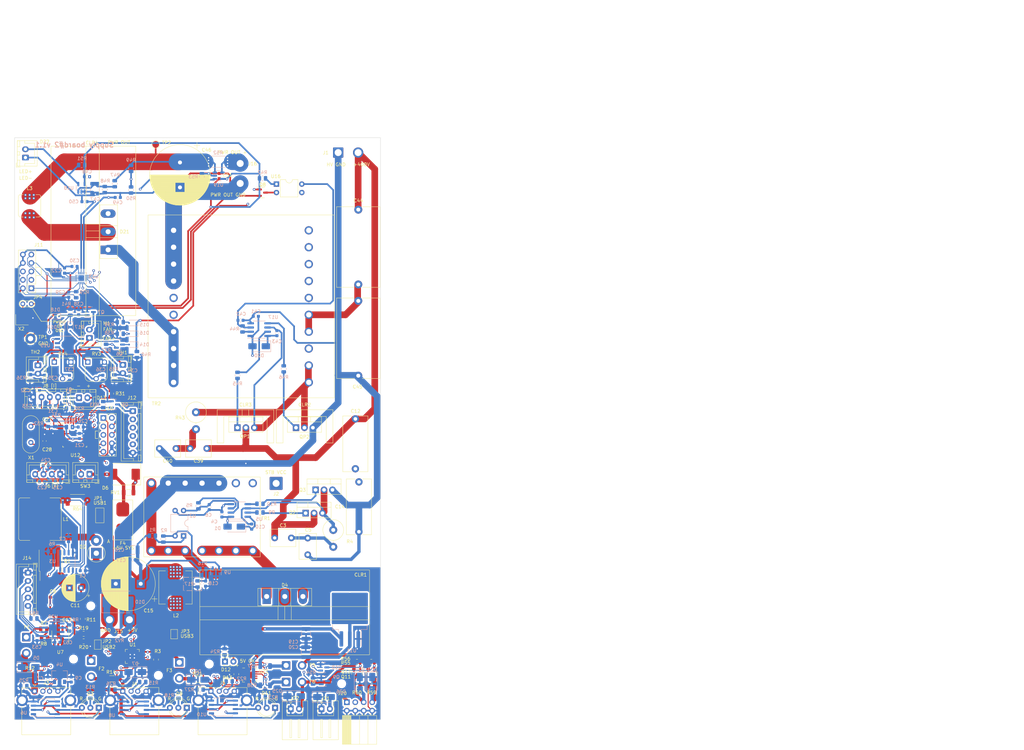
<source format=kicad_pcb>
(kicad_pcb (version 20221018) (generator pcbnew)
  (layers (0 "F.Cu" signal) (1 "In1.Cu" signal) (2 "In2.Cu" signal) (31 "B.Cu" signal) (34 "B.Paste" user) (35 "F.Paste" user) (36 "B.SilkS" user "B.Silkscreen") (37 "F.SilkS" user "F.Silkscreen") (38 "B.Mask" user) (39 "F.Mask" user) (44 "Edge.Cuts" user))
  (net 0 "")
  (net 1 "GNDPWR")
  (net 2 "GND")
  (net 3 "/Control & Fan/+5V_VSYS")
  (net 4 "Net-(U3-TC)")
  (net 5 "Net-(C3-Pad2)")
  (net 6 "/Internal 5V & out usb/USB_1_+5V")
  (net 7 "/Internal 5V & out usb/RC_SNABBER_MIDDLEPOINT")
  (net 8 "/Internal 5V & out usb/USB_1_BP")
  (net 9 "/Internal 5V & out usb/+3.3_VOUT")
  (net 10 "/Control & Fan/ENCODER_V_A")
  (net 11 "/Control & Fan/ENCODER_V_B")
  (net 12 "/Control & Fan/ENCODER_V_CLICK")
  (net 13 "/Control & Fan/RESET#")
  (net 14 "/Control & Fan/ENCODER_I_A")
  (net 15 "/Control & Fan/ENCODER_I_B")
  (net 16 "/Control & Fan/ENCODER_I_CLICK")
  (net 17 "/Control & Fan/POWER_OUTPUT_RESET#")
  (net 18 "/Power output/RC_SNABBER_MIDDLEPOINT")
  (net 19 "Net-(U5-CT)")
  (net 20 "Net-(U3-Vfb)")
  (net 21 "Net-(D1-K)")
  (net 22 "Net-(C12-Pad1)")
  (net 23 "Net-(U7-VBUS)")
  (net 24 "/Control & Fan/ENABLE_FAN")
  (net 25 "/Internal 5V & out usb/VBUS_1_+")
  (net 26 "/Internal 5V & out usb/VBUS_2_+")
  (net 27 "/Internal 5V & out usb/VBUS_3_+")
  (net 28 "/Internal 5V & out usb/VBUS_1")
  (net 29 "/Internal 5V & out usb/USB_1_D-")
  (net 30 "/Internal 5V & out usb/USB_1_D+")
  (net 31 "/Internal 5V & out usb/VBUS_2")
  (net 32 "/Internal 5V & out usb/VBUS_3")
  (net 33 "/Control & Fan/MOSI")
  (net 34 "/Control & Fan/RXD")
  (net 35 "/Control & Fan/TXD")
  (net 36 "/Control & Fan/SCK")
  (net 37 "/Control & Fan/MISO")
  (net 38 "/Output connectors/POWER_OUT")
  (net 39 "Net-(M1--)")
  (net 40 "Net-(U9-REF)")
  (net 41 "Net-(U12-XTAL1{slash}PB6)")
  (net 42 "/Internal 5V & out usb/+5V_OUT")
  (net 43 "Net-(U12-XTAL2{slash}PB7)")
  (net 44 "Net-(U15A-+)")
  (net 45 "Net-(U15B-+)")
  (net 46 "Net-(U15A--)")
  (net 47 "/Control & Fan/TFT_ENABLE#")
  (net 48 "/Internal 5V & out usb/USB_2_+5V")
  (net 49 "/Control & Fan/POWER_OUTPUT_FB")
  (net 50 "Net-(QP2-G)")
  (net 51 "Net-(U15B--)")
  (net 52 "Net-(C39-Pad2)")
  (net 53 "/Internal 5V & out usb/USB_3_+5V")
  (net 54 "/Control & Fan/POWER_OUTPUT_IC_FB")
  (net 55 "/Control & Fan/IS_ONOFF_BUTTON_PRESSED")
  (net 56 "/Internal 5V & out usb/VREF_2V5")
  (net 57 "Net-(U17-CT)")
  (net 58 "Net-(D20-K)")
  (net 59 "/Control & Fan/SCL")
  (net 60 "/Control & Fan/SDA")
  (net 61 "Net-(C44-Pad1)")
  (net 62 "Net-(U19-+)")
  (net 63 "Net-(U18-+)")
  (net 64 "Net-(D2-A)")
  (net 65 "/Internal 5V & out usb/FEEDBACK")
  (net 66 "Net-(D3-A1)")
  (net 67 "/Output connectors/3.3V_FUSE")
  (net 68 "/Control & Fan/TFT_DC")
  (net 69 "Net-(D3-K)")
  (net 70 "/Internal 5V & out usb/400V")
  (net 71 "/Internal 5V & out usb/V_STANDBY")
  (net 72 "Net-(D3-A2)")
  (net 73 "Net-(D17-K)")
  (net 74 "/Control & Fan/ATTINY_MOSI")
  (net 75 "Net-(D4-A-Pad1)")
  (net 76 "Net-(D4-K)")
  (net 77 "Net-(D4-A-Pad3)")
  (net 78 "Net-(D8-A1)")
  (net 79 "Net-(D8-K)")
  (net 80 "/Control & Fan/ATTINY_SCK")
  (net 81 "Net-(Q3-G)")
  (net 82 "Net-(D8-A2)")
  (net 83 "Net-(D11-A1)")
  (net 84 "Net-(D11-K)")
  (net 85 "Net-(D11-A2)")
  (net 86 "Net-(D12-K)")
  (net 87 "Net-(D13-K)")
  (net 88 "/Control & Fan/ATTINY_MISO")
  (net 89 "Net-(D13-A)")
  (net 90 "/Output connectors/SIGNAL_OUT_PWR_3V3")
  (net 91 "/Output connectors/SIGNAL_OUT_PWR_5V")
  (net 92 "Net-(D14-A)")
  (net 93 "/Control & Fan/SIGNAL_OUT")
  (net 94 "/Output connectors/5V_FUSE")
  (net 95 "/Control & Fan/POWER_OUTPUT_OVERLOADED_LED")
  (net 96 "Net-(Q10-D)")
  (net 97 "/Control & Fan/POWER_OUTPUT_VOLT_SENSE")
  (net 98 "/Control & Fan/POWER_OUTPUT_CURRENT_SENSE")
  (net 99 "Net-(D17-A)")
  (net 100 "Net-(D19-A)")
  (net 101 "Net-(D21-A-Pad1)")
  (net 102 "Net-(D21-K)")
  (net 103 "/Control & Fan/ENABLE_POWER_OUTPUT")
  (net 104 "/Control & Fan/ATTINY_RXD")
  (net 105 "/Control & Fan/ATTINY_TXD")
  (net 106 "Net-(D21-A-Pad3)")
  (net 107 "Net-(D22-A)")
  (net 108 "Net-(J4-D-)")
  (net 109 "Net-(J4-D+)")
  (net 110 "Net-(J5-D-)")
  (net 111 "Net-(J5-D+)")
  (net 112 "/Output connectors/3.3V_-")
  (net 113 "/Output connectors/5V_-")
  (net 115 "/Internal 5V & out usb/VBUS1_3.3V")
  (net 117 "Net-(J12-Pin_1)")
  (net 118 "Net-(JP4-B)")
  (net 119 "Net-(Q1-G)")
  (net 120 "Net-(Q2-G)")
  (net 121 "Net-(Q8-D)")
  (net 122 "Net-(Q11-G)")
  (net 123 "Net-(QP1-G)")
  (net 124 "Net-(R1-Pad1)")
  (net 125 "Net-(U1-VPU)")
  (net 126 "Net-(U5-RT)")
  (net 127 "Net-(U5-HO)")
  (net 128 "Net-(U5-LO)")
  (net 129 "Net-(R42-Pad2)")
  (net 130 "Net-(U17-RT)")
  (net 131 "Net-(U17-HO)")
  (net 132 "Net-(U17-LO)")
  (net 133 "/Output connectors/LIION_CHARGE_VBAT")
  (net 147 "/Output connectors/LIION_CHARGE_LED2")
  (net 148 "/Output connectors/LIION_CHARGE_LED1")
  (net 149 "Net-(J14-Pin_5)")
  (net 150 "Net-(U20-ISET)")
  (net 151 "Net-(U21-VPU)")
  (net 157 "Net-(U3-DC)")
  (footprint "Library:HS 216-30" (layer "F.Cu") (at 109.926 88.8 -90)
    (fp_text reference "CLR4")
    (fp_text value "HS 216-30@30х51х25.5mm")
  )
  (footprint "Resistor_SMD:R_0805_2012Metric" (layer "F.Cu") (at 129 217.75 -90)
    (fp_text reference "R3")
    (fp_text value "10K")
  )
  (footprint "Package_DIP:DIP-4_W7.62mm" (layer "F.Cu") (at 165.2 74.725)
    (fp_text reference "U16")
    (fp_text value "EL817")
  )
  (footprint "Package_TO_SOT_SMD:SOT-23" (layer "F.Cu") (at 189.4 221.6 -90)
    (fp_text reference "Q12")
    (fp_text value "IRLML5203")
  )
  (footprint "Package_DFN_QFN:Texas_RGV_S-PVQFN-N16_EP2.1x2.1mm" (layer "F.Cu") (at 157.1 222.4)
    (fp_text reference "U21")
    (fp_text value "INA3221")
  )
  (footprint "Connector_PinHeader_2.54mm:PinHeader_2x05_P2.54mm_Vertical" (layer "F.Cu") (at 113.175 145.08)
    (fp_text reference "J10")
    (fp_text value "USBASP")
  )
  (footprint "Capacitor_SMD:C_0603_1608Metric" (layer "F.Cu") (at 98 199 180)
    (fp_text reference "C8")
    (fp_text value "10 nF")
  )
  (footprint "LED_THT:LED_D5.0mm-3" (layer "F.Cu") (at 111.8 232.25 180)
    (fp_text reference "D3")
    (fp_text value "red/green, common cathode, F3")
  )
  (footprint "Resistor_SMD:R_0805_2012Metric" (layer "F.Cu") (at 107.25 210 180)
    (fp_text reference "R19")
    (fp_text value "10K")
  )
  (footprint "MountingHole:MountingHole_2.2mm_M2" (layer "F.Cu") (at 184.8 225)
    (fp_text reference "H1" hide)
    (fp_text value "MountingHole")
  )
  (footprint "Capacitor_SMD:C_0603_1608Metric" (layer "F.Cu") (at 95.5 148 -90)
    (fp_text reference "C27")
    (fp_text value "15 pF")
  )
  (footprint "Resistor_SMD:R_0805_2012Metric" (layer "F.Cu") (at 107 205.5 90)
    (fp_text reference "R11")
    (fp_text value "2K")
  )
  (footprint "Potentiometer_THT:Potentiometer_Runtron_RM-065_Vertical" (layer "F.Cu") (at 108.5 128.26)
    (fp_text reference "RV3")
    (fp_text value "RM065, 10K")
  )
  (footprint "Resistor_SMD:R_0805_2012Metric" (layer "F.Cu") (at 153.15 222.15 90)
    (fp_text reference "R63")
    (fp_text value "10K")
  )
  (footprint "Package_SO:SOP-8_3.9x4.9mm_P1.27mm" (layer "F.Cu") (at 100.25 211 -90)
    (fp_text reference "U7")
    (fp_text value "IP2163")
  )
  (footprint "Connector_Wire:SolderWire-1.5sqmm_1x01_D1.7mm_OD3.9mm" (layer "F.Cu") (at 165.1 164.75 180)
    (fp_text reference "J2")
    (fp_text value "Conn_01x01_Pin")
  )
  (footprint "Connector_Wire:SolderWire-0.75sqmm_1x02_P4.8mm_D1.25mm_OD2.3mm" (layer "F.Cu") (at 109.5 218.1 -90)
    (fp_text reference "F2")
    (fp_text value "3A")
  )
  (footprint "Connector_PinHeader_2.54mm:PinHeader_2x05_P2.54mm_Vertical" (layer "F.Cu") (at 91.525 106.075 180)
    (fp_text reference "J11")
    (fp_text value "USBASP")
  )
  (footprint "Connector_PinSocket_2.54mm:PinSocket_2x04_P2.54mm_Horizontal" (layer "F.Cu") (at 186.35 230.575 90)
    (fp_text reference "J20")
    (fp_text value "Conn_02x04_Odd_Even")
  )
  (footprint "Resistor_THT:R_Axial_DIN0617_L17.0mm_D6.0mm_P5.08mm_Vertical" (layer "F.Cu") (at 141 143.36 -90)
    (fp_text reference "R43")
    (fp_text value "5K1@2W")
  )
  (footprint "Connector_JST:JST_XH_B2B-XH-A_1x02_P2.50mm_Vertical" (layer "F.Cu") (at 89.75 66.75 90)
    (fp_text reference "D22")
    (fp_text value "GNL-3012GD")
  )
  (footprint "Resistor_SMD:R_1206_3216Metric" (layer "F.Cu") (at 141.75 223.75 180)
    (fp_text reference "R21")
    (fp_text value "0.01")
  )
  (footprint "Capacitor_THT:C_Rect_L16.5mm_W7.3mm_P15.00mm_MKT" (layer "F.Cu") (at 188.9252 160.3572 90)
    (fp_text reference "C12")
    (fp_text value "К73-17 0.15 uF@400V")
  )
  (footprint "Resistor_SMD:R_1206_3216Metric" (layer "F.Cu") (at 115.75 223.5 180)
    (fp_text reference "R14")
    (fp_text value "0.01")
  )
  (footprint "TestPoint:TestPoint_2Pads_Pitch2.54mm_Drill0.8mm" (layer "F.Cu") (at 91.5 110.75 180)
    (fp_text reference "JP4")
    (fp_text value "Jumper_2_Open")
  )
  (footprint "Library:ETD29_7x7_vertical" (layer "F.Cu") (at 142.84 174.84 90)
    (fp_text reference "TR1")
    (fp_text value "ETD 29/16/10@N87 N51@0.5mm / 3+3@1mm*4")
  )
  (footprint "Resistor_SMD:R_0805_2012Metric" (layer "F.Cu") (at 189.4 225.7 180)
    (fp_text reference "R60")
    (fp_text value "10K")
  )
  (footprint "Connector_JST:JST_XH_B6B-XH-A_1x06_P2.50mm_Vertical" (layer "F.Cu") (at 122.025 143 -90)
    (fp_text reference "J12")
    (fp_text value "Conn_01x06_Pin")
  )
  (footprint "LED_THT:LED_D1.8mm_W3.3mm_H2.4mm" (layer "F.Cu") (at 149.725 218.35)
    (fp_text reference "D12")
    (fp_text value "L-2060YD")
  )
  (footprint "Capacitor_THT:CP_Radial_D16.0mm_P7.50mm" (layer "F.Cu") (at 124.4 194.95 180)
    (fp_text reference "C15")
    (fp_text value "2200 uF@35V")
  )
  (footprint "Connector_JST:JST_XH_S2B-XH-A_1x02_P2.50mm_Horizontal" (layer "F.Cu") (at 169.5 232.55)
    (fp_text reference "J22")
    (fp_text value "jst xh angle")
  )
  (footprint "Resistor_SMD:R_1206_3216Metric" (layer "F.Cu") (at 120.75 167.5)
    (fp_text reference "RV1")
    (fp_text value "CT1206M6G")
  )
  (footprint "MountingHole:MountingHole_2.2mm_M2" (layer "F.Cu") (at 104.2 217.6)
    (fp_text reference "H6" hide)
    (fp_text value "MountingHole")
  )
  (footprint "TestPoint:TestPoint_Pad_D2.0mm" (layer "F.Cu") (at 128.9 62.8 180)
    (fp_text reference "TP2")
    (fp_text value "POWER_OUTPUT")
  )
  (footprint "MountingHole:MountingHole_2.2mm_M2" (layer "F.Cu") (at 145 219.1)
    (fp_text reference "H5" hide)
    (fp_text value "MountingHole")
  )
  (footprint "Jumper:SolderJumper-2_P1.3mm_Open_TrianglePad1.0x1.5mm" (layer "F.Cu") (at 134.45 210.1 -90)
    (fp_text reference "JP3")
    (fp_text value "SolderJumper_2_Open")
  )
  (footprint "Capacitor_THT:C_Disc_D7.5mm_W5.0mm_P5.00mm" (layer "F.Cu") (at 135 154.25 180)
    (fp_text reference "C40")
    (fp_text value "CK45-B3DD331KYGNA")
  )
  (footprint "Connector_JST:JST_XH_B4B-XH-A_1x04_P2.50mm_Vertical" (layer "F.Cu") (at 100.175 162 180)
    (fp_text reference "J6")
    (fp_text value "Conn_01x04_Pin")
  )
  (footprint "Connector_JST:JST_XH_B4B-XH-A_1x04_P2.50mm_Vertical" (layer "F.Cu") (at 92.075 138.8)
    (fp_text reference "J8")
    (fp_text value "Conn_01x04_Pin")
  )
  (footprint "Jumper:SolderJumper-2_P1.3mm_Open_TrianglePad1.0x1.5mm" (layer "F.Cu") (at 111.5 213.25 -90)
    (fp_text reference "JP2")
    (fp_text value "SolderJumper_2_Open")
  )
  (footprint "Capacitor_SMD:C_0603_1608Metric" (layer "F.Cu") (at 148 72.3 -90)
    (fp_text reference "C51")
    (fp_text value "1 uF")
  )
  (footprint "Connector_JST:JST_XH_B5B-XH-A_1x05_P2.50mm_Vertical" (layer "F.Cu") (at 90.525 191.6 -90)
    (fp_text reference "J14")
    (fp_text value "Conn_01x05_Pin")
  )
  (footprint "Connector_Wire:SolderWire-0.75sqmm_1x02_P4.8mm_D1.25mm_OD2.3mm" (layer "F.Cu") (at 168.1 224.5)
    (fp_text reference "F6")
    (fp_text value "3A")
  )
  (footprint "Capacitor_THT:C_Rect_L16.5mm_W7.3mm_P15.00mm_MKT" (layer "F.Cu") (at 189.992 179.3056 90)
    (fp_text reference "C14")
    (fp_text value "К73-17 0.15 uF@400V")
  )
  (footprint "Package_TO_SOT_THT:TO-247-3_Vertical" (layer "F.Cu") (at 114.6 94.5 90)
    (fp_text reference "D21")
    (fp_text value "STTH3003CW")
  )
  (footprint "Package_QFP:TQFP-32_7x7mm_P0.8mm" (layer "F.Cu") (at 104.575 150.2)
    (fp_text reference "U12")
    (fp_text value "ATmega328-A")
  )
  (footprint "Package_TO_SOT_THT:TO-220-3_Vertical" (layer "F.Cu") (at 153.475 147.995)
    (fp_text reference "QP1")
    (fp_text value "STP13NK60Z")
  )
  (footprint "Resistor_SMD:R_0805_2012Metric" (layer "F.Cu") (at 115.5 137.75 90)
    (fp_text reference "R31")
    (fp_text value "270")
  )
  (footprint "Library:HS 216-30" (layer "F.Cu") (at 167.675 203.8)
    (fp_text reference "CLR1")
    (fp_text value "HS 216-30@30х51х25.5mm")
  )
  (footprint "Resistor_THT:R_Axial_DIN0617_L17.0mm_D6.0mm_P5.08mm_Vertical" (layer "F.Cu") (at 182.2704 178.7652 -90)
    (fp_text reference "R4")
    (fp_text value "5K1@2W")
  )
  (footprint "LED_THT:LED_D5.0mm-3" (layer "F.Cu") (at 138.25 232.25 180)
    (fp_text reference "D8")
    (fp_text value "red/green, common cathode, F3")
  )
  (footprint "Connector_Wire:SolderWire-0.75sqmm_1x02_P4.8mm_D1.25mm_OD2.3mm" (layer "F.Cu") (at 168.1 219.5)
    (fp_text reference "F5")
    (fp_text value "3A")
  )
  (footprint "Library:USB_A" (layer "F.Cu") (at 122.5 229.9825)
    (fp_text reference "J4")
    (fp_text value "USB_A")
  )
  (footprint "Package_TO_SOT_SMD:SOT-23" (layer "F.Cu") (at 161 77.3)
    (fp_text reference "Q8")
    (fp_text value "IRLML0030")
  )
  (footprint "Connector_Wire:SolderWire-1.5sqmm_1x02_P6mm_D1.7mm_OD3mm" (layer "F.Cu") (at 183.75 65.25)
    (fp_text reference "J1")
    (fp_text value "Conn_01x02_Pin")
  )
  (footprint "Connector_Wire:SolderWire-0.75sqmm_1x02_P4.8mm_D1.25mm_OD2.3mm" (layer "F.Cu") (at 136 218.6 -90)
    (fp_text reference "F3")
    (fp_text value "3A")
  )
  (footprint "Connector_JST:JST_XH_B2B-XH-A_1x02_P2.50mm_Vertical" (layer "F.Cu") (at 108.975 121 90)
    (fp_text reference "M1")
    (fp_text value "Fan")
  )
  (footprint "Package_TO_SOT_THT:TO-220-3_Vertical" (layer "F.Cu") (at 171.075 148)
    (fp_text reference "QP2")
    (fp_text value "STP13NK60Z")
  )
  (footprint "Capacitor_SMD:C_0603_1608Metric" (layer "F.Cu") (at 104.5 205.75 -90)
    (fp_text reference "C13")
    (fp_text value "1 uF")
  )
  (footprint "Resistor_SMD:R_0805_2012Metric" (layer "F.Cu") (at 95.25 208.5)
    (fp_text reference "R7")
    (fp_text value "100K")
  )
  (footprint "Connector_JST:JST_XH_B2B-XH-A_1x02_P2.50mm_Vertical" (layer "F.Cu") (at 119.025 129.1 -90)
    (fp_text reference "TH1")
    (fp_text value "MF52-502 5K")
  )
  (footprint "Capacitor_THT:C_Disc_D7.5mm_W5.0mm_P5.00mm" (layer "F.Cu") (at 174.5996 181.2036 -90)
    (fp_text reference "C5")
    (fp_text value "CK45-B3DD331KYGNA")
  )
  (footprint "Oscillator:Oscillator_SMD_Abracon_ASE-4Pin_3.2x2.5mm" (layer "F.Cu") (at 88.75 115.5)
    (fp_text reference "X2")
    (fp_text value "16MHz, SMD3225")
  )
  (footprint "Connector_JST:JST_XH_B2B-XH-A_1x02_P2.50mm_Vertical" (layer "F.Cu") (at 93.5 129.25 -90)
    (fp_text reference "TH2")
    (fp_text value "MF52-502 5K")
  )
  (footprint "Resistor_SMD:R_0805_2012Metric" (layer "F.Cu") (at 107.25 212.25)
    (fp_text reference "R20")
    (fp_text value "10K")
  )
  (footprint "Capacitor_THT:C_Disc_D7.5mm_W5.0mm_P5.00mm" (layer "F.Cu") (at 144.25 154.25 180)
    (fp_text reference "C39")
    (fp_text value "CK45-B3DD331KYGNA")
  )
  (footprint "Inductor_SMD:L_Sumida_CDMC6D28_7.25x6.5mm" (layer "F.Cu") (at 91 81.25 90)
    (fp_text reference "L3")
    (fp_text value "SPM6550T-R68M")
  )
  (footprint "Library:HS-239-20" (layer "F.Cu") (at 173.675 142.6 180)
    (fp_text reference "CLR2")
    (fp_text value "HS 239-20")
  )
  (footprint "Capacitor_THT:C_Rect_L24.0mm_W12.8mm_P22.50mm_MKT" (layer "F.Cu") (at 189.8 132.35 90)
    (fp_text reference "C45")
    (fp_text value "К73-17 1 uF@400V")
  )
  (footprint "Library:FuseHolder1808" (layer "F.Cu") (at 119 175.75 90)
    (fp_text reference "F4")
    (fp_text value "1808, 2A")
  )
  (footprint "Resistor_SMD:R_0805_2012Metric" (layer "F.Cu") (at 193.7 218.4 180)
    (fp_text reference "R55")
    (fp_text value "10K")
  )
  (footprint "LED_THT:LED_D5.0mm-3" (layer "F.Cu") (at 164.8 232.25 180)
    (fp_text reference "D11")
    (fp_text value "red/green, common cathode, F3")
  )
  (footprint "Potentiometer_THT:Potentiometer_Runtron_RM-065_Vertical" (layer "F.Cu") (at 98.425 128.26)
    (fp_text reference "RV4")
    (fp_text value "RM065, 10K")
  )
  (footprint "Package_DFN_QFN:Texas_RGV_S-PVQFN-N16_EP2.1x2.1mm" (layer "F.Cu") (at 121.875 216.8 180)
    (fp_text reference "U1")
    (fp_text value "INA3221")
  )
  (footprint "Resistor_SMD:R_0805_2012Metric" (layer "F.Cu") (at 193.8 225.7)
    (fp_text reference "R59")
    (fp_text value "10K")
  )
  (footprint "Package_TO_SOT_THT:TO-220-3_Vertical" (layer "F.Cu") (at 176.96 166.695)
    (fp_text reference "Q3")
    (fp_text value "STP13NK60Z")
  )
  (footprint "Connector_Wire:SolderWire-0.75sqmm_1x02_P4.8mm_D1.25mm_OD2.3mm" (layer "F.Cu") (at 90 211 -90)
    (fp_text reference "F1")
    (fp_text value "5A")
  )
  (footprint "Connector_JST:JST_XH_B2B-XH-A_1x02_P2.50mm_Vertical" (layer "F.Cu") (at 109 162 180)
    (fp_text reference "SW3")
    (fp_text value "SW_Push")
  )
  (footprint "Diode_SMD:D_SMC" (layer "F.Cu") (at 119.5 162 180)
    (fp_text reference "D6")
    (fp_text value "SMCJ5.0A")
  )
  (footprint "Connector_Wire:SolderWire-1.5sqmm_1x02_P6mm_D1.7mm_OD3mm" (layer "F.Cu") (at 154.3 68.5264 -90)
    (fp_text reference "J16")
    (fp_text value "banana jack + fuse 15A")
  )
  (footprint "Library:USB_A" (layer "F.Cu") (at 96 229.9825)
    (fp_text reference "J3")
    (fp_text value "USB_A")
  )
  (footprint "Resistor_SMD:R_1206_3216Metric" (layer "F.Cu") (at 91 222.3 180)
    (fp_text reference "R12")
    (fp_text value "0.01")
  )
  (footprint "Capacitor_THT:CP_Radial_D8.0mm_P3.50mm" (layer "F.Cu") (at 106.475 196.2 180)
    (fp_text reference "C11")
    (fp_text value "220 uF@35V")
  )
  (footprint "Library:USB_A" (layer "F.Cu") (at 149 229.9825)
    (fp_text reference "J5")
    (fp_text value "USB_A")
  )
  (footprint "Resistor_SMD:R_0805_2012Metric" (layer "F.Cu") (at 189.4 218.4 180)
    (fp_text reference "R56")
    (fp_text value "10K")
  )
  (footprint "MountingHole:MountingHole_2.2mm_M2" (layer "F.Cu") (at 109.4 201.6)
    (fp_text reference "H4" hide)
    (fp_text value "MountingHole")
  )
  (footprint "Connector_JST:JST_XH_S2B-XH-A_1x02_P2.50mm_Horizontal" (layer "F.Cu") (at 178.75 232.55)
    (fp_text reference "J21")
    (fp_text value "jst xh angle")
  )
  (footprint "Library:SolderedJumper-2P-2mm" (layer "F.Cu") (at 112.1 174.7 -90)
    (fp_text reference "JP1")
    (fp_text value "SolderJumper_2_Open")
  )
  (footprint "Library:Ferrocore-HPI1040" (layer "F.Cu") (at 134.85 196.05 90)
    (fp_text reference "L2")
    (fp_text value "HPI1040-1R0")
  )
  (footprint "Library:HS-239-20" (layer "F.Cu") (at 155.875 142.595 180)
    (fp_text reference "CLR3")
    (fp_text value "HS 239-20")
  )
  (footprint "Package_TO_SOT_THT:TO-247-3_Vertical" (layer "F.Cu") (at 162.25 198.77)
    (fp_text reference "D4")
    (fp_text value "STTH3003CW")
  )
  (footprint "Capacitor_THT:C_Disc_D7.5mm_W5.0mm_P5.00mm" (layer "F.Cu") (at 164.672 181.1528)
    (fp_text reference "C3")
    (fp_text value "CK45-B3DD331KYGNA")
  )
  (footprint "MountingHole:MountingHole_2.2mm_M2" (layer "F.Cu") (at 89.75 90.5)
    (fp_text reference "H3" hide)
    (fp_text value "MountingHole")
  )
  (footprint "Capacitor_THT:CP_Radial_D18.0mm_P7.50mm" (layer "F.Cu") (at 136.2 68.22222 -90)
    (fp_text reference "C46")
    (fp_text value "2200 uF@63V")
  )
  (footprint "Package_TO_SOT_SMD:SOT-23" (layer "F.Cu") (at 193.7 221.6 -90)
    (fp_text reference "Q11")
    (fp_text value "IRLML5203")
  )
  (footprint "Connector_Wire:SolderWire-1.5sqmm_1x02_P6mm_D1.7mm_OD3mm" (layer "F.Cu") (at 121 205.75 180)
    (fp_text reference "J15")
    (fp_text value "banana jack + fuse 15A")
  )
  (footprint "Connector_JST:JST_XH_B2B-XH-A_1x02_P2.50mm_Vertical" (layer "F.Cu") (at 105.875 139)
    (fp_text reference "D13")
    (fp_text value "GNL-3012ED")
  )
  (footprint "Package_TO_SOT_THT:TO-220-3_Vertical" (layer "F.Cu") (at 173.96 173.695)
    (fp_text reference "Q2")
    (fp_text value "STP13NK60Z")
  )
  (footprint "TestPoint:TestPoint_Loop_D2.60mm_Drill1.6mm_Beaded" (layer "F.Cu") (at 91.275 121.2)
    (fp_text reference "TP1")
    (fp_text value "GND")
  )
  (footprint "Capacitor_THT:C_Rect_L24.0mm_W12.8mm_P22.50mm_MKT" (layer "F.Cu") (at 189.8 104.918 90)
    (fp_text reference "C44")
    (fp_text value "К73-17 1 uF@400V")
  )
  (footprint "Crystal:Crystal_HC49-U_Vertical" (layer "F.Cu") (at 91.375 152.45 90)
    (fp_text reference "X1")
    (fp_text value "HC-49U, 16MHz")
  )
  (footprint "Inductor_SMD:L_TaiTech_TMPC1265_13.5x12.5mm" (layer "F.Cu") (at 94.1 175.5 -90)
    (fp_text reference "L1")
    (fp_text value "AMPLF1260, 4.7 uH")
  )
  (footprint "MountingHole:MountingHole_2.2mm_M2" (layer "F.Cu") (at 129.7 222.5)
    (fp_text reference "H7" hide)
    (fp_text value "MountingHole")
  )
  (footprint "Resistor_SMD:R_2512_6332Metric" (layer "F.Cu") (at 105.4 169.8 180)
    (fp_text reference "R64")
    (fp_text value "0.01")
  )
  (footprint "MountingHole:MountingHole_2.2mm_M2" (layer "F.Cu") (at 163 64.6)
    (fp_text reference "H2" hide)
    (fp_text value "MountingHole")
  )
  (footprint "Package_TO_SOT_SMD:TO-252-2" (layer "F.Cu") (at 97.3 187.86 90)
    (fp_text reference "Q1")
    (fp_text value "40N06")
  )
  (footprint "Capacitor_SMD:C_0603_1608Metric" (layer "F.Cu") (at 95.5 152 90)
    (fp_text reference "C28")
    (fp_text value "15 pF")
  )
  (footprint "Library:ETD49_10x10_horizontal" (layer "F.Cu") (at 154.6 111.5 180)
    (fp_text reference "TR2")
    (fp_text value "ETD 49/25/16@N87 N18@1mm*2/7+7@1mm*4")
  )
  (footprint "Resistor_SMD:R_0805_2012Metric" (layer "F.Cu") (at 95.5 211.25)
    (fp_text reference "R8")
    (fp_text value "33K")
  )
  (footprint "Diode_THT:D_DO-201AD_P3.81mm_Vertical_AnodeUp" (layer "F.Cu") (at 111.05 185.755 90)
    (fp_text reference "D2")
    (fp_text value "SR540")
  )
  (footprint "Capacitor_SMD:C_0603_1608Metric" (layer "B.Cu") (at 95.85 159.4)
    (fp_text reference "C24")
    (fp_text value "220 nF")
  )
  (footprint "Package_TO_SOT_SMD:SOT-23" (layer "B.Cu") (at 118 123)
    (fp_text reference "Q6")
    (fp_text value "IRLML5203")
  )
  (footprint "Diode_SMD:D_SMA" (layer "B.Cu") (at 170.5 228.75)
    (fp_text reference "D25")
    (fp_text value "SMAJ5.0CA-TR")
  )
  (footprint "Capacitor_SMD:C_0603_1608Metric" (layer "B.Cu") (at 106 150.5 90)
    (fp_text reference "C21")
    (fp_text value "1 uF")
  )
  (footprint "Diode_SMD:D_SMA" (layer "B.Cu") (at 179.5 229)
    (fp_text reference "D26")
    (fp_text value "SMAJ5.0CA-TR")
  )
  (footprint "Capacitor_SMD:C_0603_1608Metric" (layer "B.Cu") (at 122 187.75)
    (fp_text reference "C17")
    (fp_text value "100 nF")
  )
  (footprint "Capacitor_SMD:C_0603_1608Metric" (layer "B.Cu") (at 94.75 164.25)
    (fp_text reference "C23")
    (fp_text value "220 nF")
  )
  (footprint "Resistor_SMD:R_0805_2012Metric" (layer "B.Cu") (at 135.75 228.5 90)
    (fp_text reference "R18")
    (fp_text value "510")
  )
  (footprint "Resistor_SMD:R_0805_2012Metric" (layer "B.Cu") (at 141.5 195 -90)
    (fp_text reference "R17")
    (fp_text value "3K3")
  )
  (footprint "Resistor_SMD:R_0805_2012Metric" (layer "B.Cu") (at 153.5 132.25 -90)
    (fp_text reference "R45")
    (fp_text value "10")
  )
  (footprint "Package_TO_SOT_SMD:SOT-23-5" (layer "B.Cu") (at 147.8 72.2)
    (fp_text reference "U19")
    (fp_text value "INA169")
  )
  (footprint "Resistor_SMD:R_0805_2012Metric" (layer "B.Cu") (at 131.2 181.5 90)
    (fp_text reference "R2")
    (fp_text value "NOT INSTALLED")
  )
  (footprint "Package_TO_SOT_SMD:TO-263-3_TabPin2" (layer "B.Cu") (at 187.25 203.875 90)
    (fp_text reference "U11")
    (fp_text value "LM1085-3.3")
  )
  (footprint "Resistor_SMD:R_0805_2012Metric" (layer "B.Cu") (at 155 118.3 -90)
    (fp_text reference "R44")
    (fp_text value "10K")
  )
  (footprint "Resistor_SMD:R_0805_2012Metric" (layer "B.Cu") (at 102.975 147.8 180)
    (fp_text reference "R28")
    (fp_text value "10K")
  )
  (footprint "Package_TO_SOT_SMD:SOT-23-3" (layer "B.Cu") (at 147 191.5 -90)
    (fp_text reference "U9")
    (fp_text value "TL432DBZ")
  )
  (footprint "Diode_SMD:D_SMA" (layer "B.Cu") (at 190.25 225 -90)
    (fp_text reference "D24")
    (fp_text value "SMAJ5.0CA-TR")
  )
  (footprint "Resistor_SMD:R_0805_2012Metric" (layer "B.Cu") (at 116.5 133 90)
    (fp_text reference "R35")
    (fp_text value "5K1")
  )
  (footprint "Package_DFN_QFN:VQFN-20-1EP_3x3mm_P0.4mm_EP1.7x1.7mm" (layer "B.Cu") (at 106.5 103)
    (fp_text reference "U13")
    (fp_text value "ATtiny1616-M")
  )
  (footprint "Capacitor_SMD:C_0603_1608Metric" (layer "B.Cu") (at 107 191 180)
    (fp_text reference "C1")
    (fp_text value "1 uF")
  )
  (footprint "Resistor_SMD:R_0805_2012Metric" (layer "B.Cu") (at 106.6625 69 180)
    (fp_text reference "R51")
    (fp_text value "680")
  )
  (footprint "Resistor_SMD:R_0805_2012Metric" (layer "B.Cu") (at 97.5 185.2 180)
    (fp_text reference "R6")
    (fp_text value "51")
  )
  (footprint "Package_TO_SOT_SMD:SOT-23" (layer "B.Cu") (at 102.7375 139.05)
    (fp_text reference "Q4")
    (fp_text value "IRLML0030")
  )
  (footprint "Capacitor_SMD:C_1210_3225Metric" (layer "B.Cu") (at 174 215.5 -90)
    (fp_text reference "C20")
    (fp_text value "22 uF")
  )
  (footprint "Resistor_SMD:R_1206_3216Metric" (layer "B.Cu") (at 161.8 225.5 180)
    (fp_text reference "R58")
    (fp_text value "0.01")
  )
  (footprint "Resistor_SMD:R_0805_2012Metric" (layer "B.Cu") (at 151 224.25)
    (fp_text reference "R22")
    (fp_text value "0")
  )
  (footprint "Diode_SMD:D_SMC" (layer "B.Cu") (at 117.6 200.4)
    (fp_text reference "D10")
    (fp_text value "SMCJ5.0A")
  )
  (footprint "Package_SO:SOP-8_5.28x5.23mm_P1.27mm" (layer "B.Cu") (at 95.75 232.25)
    (fp_text reference "U6")
    (fp_text value "LM158DR")
  )
  (footprint "Capacitor_SMD:C_0603_1608Metric" (layer "B.Cu") (at 102.75 108 -90)
    (fp_text reference "C29")
    (fp_text value "220 nF")
  )
  (footprint "Resistor_SMD:R_0805_2012Metric" (layer "B.Cu") (at 105 108 -90)
    (fp_text reference "R29")
    (fp_text value "10K")
  )
  (footprint "Resistor_SMD:R_0805_2012Metric" (layer "B.Cu") (at 142.8 72.5 -90)
    (fp_text reference "R53")
    (fp_text value "47K")
  )
  (footprint "Resistor_SMD:R_0805_2012Metric" (layer "B.Cu") (at 91.1 132.95 90)
    (fp_text reference "R36")
    (fp_text value "5K1")
  )
  (footprint "Resistor_SMD:R_0805_2012Metric" (layer "B.Cu") (at 161 73)
    (fp_text reference "R42")
    (fp_text value "510")
  )
  (footprint "Capacitor_SMD:C_0603_1608Metric" (layer "B.Cu") (at 143.9 194.9 90)
    (fp_text reference "C18")
    (fp_text value "10 nF")
  )
  (footprint "Capacitor_SMD:C_0603_1608Metric" (layer "B.Cu") (at 108.25 72.5 180)
    (fp_text reference "C48")
    (fp_text value "1 uF")
  )
  (footprint "Capacitor_SMD:C_0603_1608Metric" (layer "B.Cu") (at 113 133 90)
    (fp_text reference "C36")
    (fp_text value "220 nF")
  )
  (footprint "Capacitor_SMD:C_0603_1608Metric" (layer "B.Cu") (at 148.8 174.081206 -90)
    (fp_text reference "C4")
    (fp_text value "1 uF")
  )
  (footprint "Capacitor_SMD:C_0603_1608Metric" (layer "B.Cu") (at 106.375 147.8)
    (fp_text reference "C26")
    (fp_text value "220 nF")
  )
  (footprint "Package_TO_SOT_SMD:SOT-23" (layer "B.Cu") (at 109.25 113.2)
    (fp_text reference "Q7")
    (fp_text value "IRLML0030")
  )
  (footprint "Resistor_SMD:R_0805_2012Metric" (layer "B.Cu") (at 109.25 228.5 90)
    (fp_text reference "R13")
    (fp_text value "510")
  )
  (footprint "Resistor_SMD:R_1206_3216Metric" (layer "B.Cu") (at 161.8 219.7 180)
    (fp_text reference "R57")
    (fp_text value "0.01")
  )
  (footprint "Package_TO_SOT_SMD:SOT-89-3" (layer "B.Cu") (at 100 222.5 90)
    (fp_text reference "U4")
    (fp_text value "L78L33ACUTR")
  )
  (footprint "Diode_SMD:D_SMA" (layer "B.Cu") (at 122.75 221.5 180)
    (fp_text reference "D7")
    (fp_text value "SMAJ5.0CA-TR")
  )
  (footprint "Package_TO_SOT_SMD:SOT-23" (layer "B.Cu") (at 116.5 141)
    (fp_text reference "Q5")
    (fp_text value "IRLML5203")
  )
  (footprint "Package_SO:SOP-8_5.28x5.23mm_P1.27mm" (layer "B.Cu") (at 149.25 232)
    (fp_text reference "U10")
    (fp_text value "LM158DR")
  )
  (footprint "Resistor_SMD:R_0805_2012Metric" (layer "B.Cu") (at 176.2 224.2 -90)
    (fp_text reference "R54")
    (fp_text value "10K")
  )
  (footprint "Package_TO_SOT_SMD:SOT-23-5" (layer "B.Cu") (at 106.5875 75.8625 90)
    (fp_text reference "U18")
    (fp_text value "TL331")
  )
  (footprint "Resistor_SMD:R_0805_2012Metric" (layer "B.Cu") (at 160.95 228.9 180)
    (fp_text reference "R23")
    (fp_text value "510")
  )
  (footprint "Capacitor_SMD:C_0603_1608Metric" (layer "B.Cu") (at 93.25 211.25 90)
    (fp_text reference "C53")
    (fp_text value "10 uF")
  )
  (footprint "Capacitor_SMD:C_0603_1608Metric" (layer "B.Cu") (at 159 114.5)
    (fp_text reference "C41")
    (fp_text value "1 uF")
  )
  (footprint "Diode_SMD:D_SOD-323F" (layer "B.Cu") (at 122 123 180)
    (fp_text reference "D14")
    (fp_text value "BAV21WS")
  )
  (footprint "Resistor_SMD:R_0805_2012Metric" (layer "B.Cu") (at 160.25 170.9)
    (fp_text reference "R10")
    (fp_text value "10")
  )
  (footprint "Resistor_SMD:R_0805_2012Metric" (layer "B.Cu") (at 102.9 208.25 -90)
    (fp_text reference "R61")
    (fp_text value "1K")
  )
  (footprint "Library:SOP127P600X175-9N" (layer "B.Cu") (at 98 208.8 180)
    (fp_text reference "U20")
    (fp_text value "TP4056")
  )
  (footprint "Package_SO:SOP-8_5.28x5.23mm_P1.27mm" (layer "B.Cu") (at 122.5 232.25)
    (fp_text reference "U8")
    (fp_text value "LM158DR")
  )
  (footprint "Resistor_SMD:R_0805_2012Metric" (layer "B.Cu") (at 160.25 173.5)
    (fp_text reference "R9")
    (fp_text value "10")
  )
  (footprint "Package_SO:SOP-8_3.9x4.9mm_P1.27mm" (layer "B.Cu") (at 102.1 188.2 -90)
    (fp_text reference "U3")
    (fp_text value "MC34063AD")
  )
  (footprint "Resistor_SMD:R_2512_6332Metric" (layer "B.Cu") (at 147.7 68)
    (fp_text reference "R52")
    (fp_text value "0.01")
  )
  (footprint "Capacitor_SMD:C_0603_1608Metric" (layer "B.Cu") (at 93.175 136.8 180)
    (fp_text reference "C32")
    (fp_text value "220 nF")
  )
  (footprint "Capacitor_SMD:C_1210_3225Metric" (layer "B.Cu") (at 122 184.75)
    (fp_text reference "C16")
    (fp_text value "22 uF")
  )
  (footprint "Resistor_SMD:R_0805_2012Metric" (layer "B.Cu") (at 127.9 180.5 180)
    (fp_text reference "R1")
    (fp_text value "120")
  )
  (footprint "Resistor_SMD:R_0805_2012Metric" (layer "B.Cu") (at 115.75 226.75 180)
    (fp_text reference "R26")
    (fp_text value "10K")
  )
  (footprint "Resistor_SMD:R_0805_2012Metric" (layer "B.Cu") (at 125 224.5)
    (fp_text reference "R15")
    (fp_text value "0")
  )
  (footprint "Package_SO:SOP-8_3.76x4.96mm_P1.27mm" (layer "B.Cu") (at 154.05 172.9)
    (fp_text reference "U5")
    (fp_text value "IR2153S")
  )
  (footprint "Capacitor_SMD:C_0603_1608Metric" (layer "B.Cu") (at 99.475 164)
    (fp_text reference "C25")
    (fp_text value "220 nF")
  )
  (footprint "Resistor_SMD:R_0805_2012Metric" (layer "B.Cu") (at 123.25 126 90)
    (fp_text reference "R40")
    (fp_text value "10K")
  )
  (footprint "Diode_SMD:D_SOD-323F" (layer "B.Cu") (at 103.25 117.75 -90)
    (fp_text reference "D17")
    (fp_text value "BAV21WS")
  )
  (footprint "Package_DIP:DIP-4_W7.62mm" (layer "B.Cu") (at 137.275 180.55 90)
    (fp_text reference "U2")
    (fp_text value "EL817")
  )
  (footprint "Resistor_SMD:R_0805_2012Metric" (layer "B.Cu") (at 121.5 76.5 90)
    (fp_text reference "R50")
    (fp_text value "1K")
  )
  (footprint "Capacitor_SMD:C_0603_1608Metric" (layer "B.Cu") (at 121 133.25 90)
    (fp_text reference "C34")
    (fp_text value "220 nF")
  )
  (footprint "Capacitor_SMD:C_0603_1608Metric" (layer "B.Cu") (at 96.5 223.75 -90)
    (fp_text reference "C7")
    (fp_text value "10 uF")
  )
  (footprint "Capacitor_SMD:C_0603_1608Metric" (layer "B.Cu") (at 103 133 90)
    (fp_text reference "C37")
    (fp_text value "220 nF")
  )
  (footprint "Resistor_SMD:R_0805_2012Metric" (layer "B.Cu") (at 116.5875 74.6125 90)
    (fp_text reference "R47")
    (fp_text value "68K")
  )
  (footprint "Resistor_SMD:R_0805_2012Metric" (layer "B.Cu") (at 118.25 119.75)
    (fp_text reference "R38")
    (fp_text value "10K")
  )
  (footprint "Resistor_SMD:R_0805_2012Metric" (layer "B.Cu") (at 113.5875 76.3625 -90)
    (fp_text reference "R48")
    (fp_text value "33K")
  )
  (footprint "Diode_SMD:D_SMA" (layer "B.Cu") (at 90.75 220)
    (fp_text reference "D5")
    (fp_text value "SMAJ26A")
  )
  (footprint "Capacitor_SMD:C_0603_1608Metric" (layer "B.Cu") (at 95.5 132.975 90)
    (fp_text reference "C35")
    (fp_text value "220 nF")
  )
  (footprint "Capacitor_SMD:C_0603_1608Metric" (layer "B.Cu") (at 165.325 119.55 -90)
    (fp_text reference "C43")
    (fp_text value "1 uF")
  )
  (footprint "Resistor_SMD:R_0805_2012Metric" (layer "B.Cu") (at 149.6 215.4 -90)
    (fp_text reference "R24")
    (fp_text value "510")
  )
  (footprint "Resistor_SMD:R_0805_2012Metric" (layer "B.Cu") (at 103 142.25)
    (fp_text reference "R30")
    (fp_text value "10K")
  )
  (footprint "Resistor_SMD:R_0805_2012Metric" (layer "B.Cu") (at 92.3 205.4 180)
    (fp_text reference "R62")
    (fp_text value "510")
  )
  (footprint "Diode_SMD:D_SOD-323F" (layer "B.Cu") (at 122 116.5 180)
    (fp_text reference "D15")
    (fp_text value "BAV21WS")
  )
  (footprint "Diode_SMD:D_SMA" (layer "B.Cu") (at 160 123.5 180)
    (fp_text reference "D20")
    (fp_text value "SS16")
  )
  (footprint "Resistor_SMD:R_0805_2012Metric" (layer "B.Cu") (at 113.1375 141.05 90)
    (fp_text reference "R33")
    (fp_text value "10K")
  )
  (footprint "Diode_SMD:D_SMA" (layer "B.Cu") (at 141.6 223.8)
    (fp_text reference "D9")
    (fp_text value "SMAJ5.0CA-TR")
  )
  (footprint "Resistor_SMD:R_0805_2012Metric" (layer "B.Cu") (at 114 122 90)
    (fp_text reference "R37")
    (fp_text value "10K")
  )
  (footprint "Capacitor_SMD:C_0603_1608Metric" (layer "B.Cu") (at 97.975 141.4 180)
    (fp_text reference "C31")
    (fp_text value "220 nF")
  )
  (footprint "Capacitor_SMD:C_0603_1608Metric" (layer "B.Cu") (at 99.35 212.55)
    (fp_text reference "C52")
    (fp_text value "10 uF")
  )
  (footprint "Resistor_SMD:R_1206_3216Metric" (layer "B.Cu") (at 117.9625 209.75 180)
    (fp_text reference "RV2")
    (fp_text value "CT1206M6G")
  )
  (footprint "Capacitor_SMD:C_0603_1608Metric" (layer "B.Cu") (at 157.75 177.75 -90)
    (fp_text reference "C10")
    (fp_text value "1 uF")
  )
  (footprint "Capacitor_SMD:C_0603_1608Metric" (layer "B.Cu") (at 154.4 115.7)
    (fp_text reference "C42")
    (fp_text value "470 pF")
  )
  (footprint "Diode_SMD:D_SMA" (layer "B.Cu") (at 194 225 -90)
    (fp_text reference "D23")
    (fp_text value "SMAJ5.0CA-TR")
  )
  (footprint "Capacitor_SMD:C_0603_1608Metric" (layer "B.Cu") (at 107.5 80)
    (fp_text reference "C50")
    (fp_text value "10 nF")
  )
  (footprint "Resistor_SMD:R_0805_2012Metric" (layer "B.Cu") (at 143.1 190.5)
    (fp_text reference "R16")
    (fp_text value "10K")
  )
  (footprint "Resistor_SMD:R_0805_2012Metric" (layer "B.Cu") (at 103.25 113.25 -90)
    (fp_text reference "R41")
    (fp_text value "10K")
  )
  (footprint "Diode_SMD:D_SOD-323F" (layer "B.Cu") (at 98.75 114.5 180)
    (fp_text reference "D18")
    (fp_text value "BAV21WS")
  )
  (footprint "Diode_SMD:D_SMA" (layer "B.Cu") (at 152.5 177.75 180)
    (fp_text reference "D1")
    (fp_text value "SS16")
  )
  (footprint "Capacitor_SMD:C_0603_1608Metric" (layer "B.Cu") (at 103.5 223.75 -90)
    (fp_text reference "C9")
    (fp_text value "10 uF")
  )
  (footprint "Capacitor_SMD:C_0603_1608Metric" (layer "B.Cu") (at 101.5 100.75 90)
    (fp_text reference "C22")
    (fp_text value "100 nF")
  )
  (footprint "Resistor_SMD:R_0805_2012Metric" (layer "B.Cu") (at 96.5 146.75 -90)
    (fp_text reference "R32")
    (fp_text value "4K7")
  )
  (footprint "Package_SO:SOP-8_3.76x4.96mm_P1.27mm" (layer "B.Cu") (at 160 118.5)
    (fp_text reference "U17")
    (fp_text value "IRS2153S")
  )
  (footprint "Capacitor_SMD:C_1210_3225Metric" (layer "B.Cu") (at 110.5875 76.1125 90)
    (fp_text reference "C47")
    (fp_text value "22 uF")
  )
  (footprint "Resistor_SMD:R_0805_2012Metric" (layer "B.Cu") (at 142.25 226.75 180)
    (fp_text reference "R27")
    (fp_text value "10K")
  )
  (footprint "Resistor_SMD:R_0805_2012Metric" (layer "B.Cu") (at 167.386 130.3 -90)
    (fp_text reference "R46")
    (fp_text value "10")
  )
  (footprint "Resistor_SMD:R_0805_2012Metric" (layer "B.Cu") (at 141.75 171.5 90)
    (fp_text reference "R5")
    (fp_text value "10K")
  )
  (footprint "Package_TO_SOT_SMD:SOT-23" (layer "B.Cu") (at 179.4 220.1)
    (fp_text reference "Q10")
    (fp_text value "IRLML0030")
  )
  (footprint "Capacitor_SMD:C_0603_1608Metric" (layer "B.Cu") (at 93.375 141.4 180)
    (fp_text reference "C33")
    (fp_text value "220 nF")
  )
  (footprint "Resistor_SMD:R_0805_2012Metric" (layer "B.Cu") (at 89.25 225.75 180)
    (fp_text reference "R25")
    (fp_text value "10K")
  )
  (footprint "Capacitor_SMD:C_0603_1608Metric" (layer "B.Cu") (at 104.5 99.5 180)
    (fp_text reference "C30")
    (fp_text value "100 nF")
  )
  (footprint "Package_TO_SOT_SMD:SOT-23" (layer "B.Cu") (at 179.6 224.2)
    (fp_text reference "Q9")
    (fp_text value "IRLML0030")
  )
  (footprint "Capacitor_SMD:C_0603_1608Metric" (layer "B.Cu") (at 102.7 181.5 -90)
    (fp_text reference "C2")
    (fp_text value "300 pF")
  )
  (footprint "Capacitor_SMD:C_0603_1608Metric" (layer "B.Cu") (at 117.5 78.75 180)
    (fp_text reference "C49")
    (fp_text value "10 nF")
  )
  (footprint "Resistor_SMD:R_0805_2012Metric" (layer "B.Cu") (at 118.25 116.25)
    (fp_text reference "R39")
    (fp_text value "10K")
  )
  (footprint "Package_SO:SOP-8_5.28x5.23mm_P1.27mm" (layer "B.Cu") (at 102.975 123.2 180)
    (fp_text reference "U15")
    (fp_text value "LM158DR")
  )
  (footprint "Diode_SMD:D_SOD-323F" (layer "B.Cu") (at 100.75 117.75 -90)
    (fp_text reference "D19")
    (fp_text value "BAV21WS")
  )
  (footprint "Diode_SMD:D_SOD-323F" (layer "B.Cu") (at 122 119.75 180)
    (fp_text reference "D16")
    (fp_text value "BAV21WS")
  )
  (footprint "Resistor_SMD:R_0805_2012Metric" (layer "B.Cu") (at 98.75 146.75 -90)
    (fp_text reference "R34")
    (fp_text value "4K7")
  )
  (footprint "Capacitor_SMD:C_0603_1608Metric" (layer "B.Cu") (at 105.75 113.25 -90)
    (fp_text reference "C38")
    (fp_text value "1 uF")
  )
  (footprint "Capacitor_SMD:C_0603_1608Metric" (layer "B.Cu") (at 145 171.891206 -90)
    (fp_text reference "C6")
    (fp_text value "470 pF")
  )
  (footprint "Capacitor_SMD:C_1210_3225Metric" (layer "B.Cu") (at 174.1 210 90)
    (fp_text reference "C19")
    (fp_text value "22 uF")
  )
  (footprint "Resistor_SMD:R_0805_2012Metric" (layer "B.Cu") (at 121.5 70 90)
    (fp_text reference "R49")
    (fp_text value "9K1")
  )
  (gr_rect (start 137.25 193) (end 142.75 197) (stroke (width 0.15) (type dash_dot)) (fill none) (layer "B.SilkS"))
  (gr_line (start 111.5 149) (end 110.75 149) (stroke (width 0.15)) (layer "F.SilkS"))
  (gr_line (start 94.5 99.75) (end 94.5 102.25) (stroke (width 0.15)) (layer "F.SilkS"))
  (gr_line (start 110.75 151.25) (end 111.5 151.25) (stroke (width 0.15)) (layer "F.SilkS"))
  (gr_line (start 93 99.75) (end 94.5 99.75) (stroke (width 0.15)) (layer "F.SilkS"))
  (gr_line (start 110.75 149) (end 110.75 151.25) (stroke (width 0.15)) (layer "F.SilkS"))
  (gr_line (start 94.5 116) (end 97.75 116) (stroke (width 0.15)) (layer "F.SilkS"))
  (gr_line (start 94.5 102.25) (end 93 102.25) (stroke (width 0.15)) (layer "F.SilkS"))
  (gr_line (start 92 112.25) (end 94.5 116) (stroke (width 0.15)) (layer "F.SilkS"))
  (gr_rect (start 86.475 60.8) (end 196.475 235.8) (stroke (width 0.1)) (fill none) (layer "Edge.Cuts"))
  (gr_text "Supply board#2 v1.1" (at 116.5 63.8) (layer "B.SilkS") (effects (font (size 1.5 1.5) (thickness 0.3) bold) (justify left bottom mirror)))
  (gr_text "LED-" (at 87.75 73.5) (layer "F.SilkS") (effects (font (size 1 1)) (justify left bottom)))
  (gr_text "+" (at 108 136) (layer "F.SilkS") (effects (font (size 1 1)) (justify left bottom)))
  (gr_text "FAN-" (at 113 119) (layer "F.SilkS") (effects (font (size 1 1)) (justify left bottom)))
  (gr_text "5V OK" (at 156.5 218.75) (layer "F.SilkS") (effects (font (size 1 1)) (justify bottom)))
  (gr_text "LED+" (at 87.75 71.5) (layer "F.SilkS") (effects (font (size 1 1)) (justify left bottom)))
  (gr_text "-" (at 105 136) (layer "F.SilkS") (effects (font (size 1 1)) (justify left bottom)))
  (gr_text "PWR OUT +" (at 147.5 65.75) (layer "F.SilkS") (effects (font (size 1 1)) (justify left bottom)))
  (gr_text "PWOUT\nEN\nOSC" (at 100 119.25) (layer "F.SilkS") (effects (font (size 0.8 0.8)) (justify bottom)))
  (gr_text "[V]" (at 97.4344 166.0144) (layer "F.SilkS") (effects (font (size 1 1)) (justify left bottom)))
  (gr_text "FAN+" (at 112.75 121.75) (layer "F.SilkS") (effects (font (size 1 1)) (justify left bottom)))
  (gr_text "G" (at 138.1 230.1) (layer "F.SilkS") (effects (font (size 1 1)) (justify left bottom)))
  (gr_text "GND" (at 93.5 123.25) (layer "F.SilkS") (effects (font (size 1 1)) (justify left bottom)))
  (gr_text "+5V SYS" (at 115.75 184.75) (layer "F.SilkS") (effects (font (size 1 1)) (justify left bottom)))
  (gr_text "R" (at 132.4 230.1) (layer "F.SilkS") (effects (font (size 1 1)) (justify left bottom)))
  (gr_text "[I]" (at 97.282 135.9916) (layer "F.SilkS") (effects (font (size 1 1)) (justify left bottom)))
  (gr_text "STB VCC" (at 161.75 162) (layer "F.SilkS") (effects (font (size 1 1)) (justify left bottom)))
  (gr_text "R" (at 158.7 230.1) (layer "F.SilkS") (effects (font (size 1 1)) (justify left bottom)))
  (gr_text "PWR OUT" (at 114.4 62.75) (layer "F.SilkS") (effects (font (size 1 1)) (justify left bottom)))
  (gr_text "+5V" (at 120.25 209.5) (layer "F.SilkS") (effects (font (size 1 1)) (justify left bottom)))
  (gr_text "+400V" (at 188.2 69.4) (layer "F.SilkS") (effects (font (size 1 1)) (justify left bottom)))
  (gr_text "HV GND" (at 180.1876 69.4436) (layer "F.SilkS") (effects (font (size 1 1)) (justify left bottom)))
  (gr_text "USB3" (at 136.25 211.25) (layer "F.SilkS") (effects (font (size 1 1)) (justify left bottom)))
  (gr_text "G" (at 164.5 230.1) (layer "F.SilkS") (effects (font (size 1 1)) (justify left bottom)))
  (gr_text "USB2" (at 112.7768 214.536) (layer "F.SilkS") (effects (font (size 1 1)) (justify left bottom)))
  (gr_text "G" (at 111.5 230.1) (layer "F.SilkS") (effects (font (size 1 1)) (justify left bottom)))
  (gr_text "USB1" (at 110.1 171.2) (layer "F.SilkS") (effects (font (size 1 1)) (justify left bottom)))
  (gr_text "PWR OUT GND" (at 145.25 78.5368) (layer "F.SilkS") (effects (font (size 1 1)) (justify left bottom)))
  (gr_text "R" (at 105.9 230.1) (layer "F.SilkS") (effects (font (size 1 1)) (justify left bottom)))
  (gr_text "+" (at 152.7 220) (layer "F.SilkS") (effects (font (size 1 1)) (justify left bottom)))
  (gr_text "GND" (at 112.25 209.5) (layer "F.SilkS") (effects (font (size 1 1)) (justify left bottom)))
  (via (at 156 158.75) (size 0.8) (drill 0.4) (layers "F.Cu" "B.Cu") (net 1))
  (via (at 149.25 171.5) (size 0.8) (drill 0.4) (layers "F.Cu" "B.Cu") (net 1))
  (segment (start 189.992 171.258) (end 193.232 171.258) (width 2) (layer "B.Cu") (net 1))
  (segment (start 170.5 117.5) (end 170.5 121.5) (width 0.5) (layer "B.Cu") (net 1))
  (segment (start 183.75 122.5) (end 183.75 65.25) (width 2) (layer "B.Cu") (net 1))
  (segment (start 174.5996 186.2036) (end 176.0004 187.6044) (width 1) (layer "B.Cu") (net 1))
  (segment (start 182.04 166.8508) (end 182.04 166.695) (width 2) (layer "B.Cu") (net 1))
  (segment (start 183.75 140.5064) (end 183.75 132.25) (width 2) (layer "B.Cu") (net 1))
  (segment (start 189.992 171.258) (end 186.4472 171.258) (width 2) (layer "B.Cu") (net 1))
  (segment (start 166.25 113.25) (end 170.5 117.5) (width 0.5) (layer "B.Cu") (net 1))
  (segment (start 189.8 132.904) (end 189.8 132.35) (width 2) (layer "B.Cu") (net 1))
  (segment (start 183.75 132.25) (end 183.75 122.5) (width 2) (layer "B.Cu") (net 1))
  (segment (start 155.175 115.7) (end 157.025 115.7) (width 0.5) (layer "B.Cu") (net 1))
  (segment (start 157.025 115.7) (end 157.4625 116.1375) (width 0.5) (layer "B.Cu") (net 1))
  (segment (start 176.0004 187.6044) (end 187.6552 187.6044) (width 1) (layer "B.Cu") (net 1))
  (segment (start 148.2375 172.743706) (end 148.8 173.306206) (width 0.5) (layer "B.Cu") (net 1))
  (segment (start 136.055 174.25) (end 134.735 172.93) (width 0.5) (layer "B.Cu") (net 1))
  (segment (start 157.025 115.7) (end 158.225 114.5) (width 0.5) (layer "B.Cu") (net 1))
  (segment (start 145 172.666206) (end 143.416206 174.25) (width 0.5) (layer "B.Cu") (net 1))
  (segment (start 176.155 148) (end 176.2564 148) (width 2) (layer "B.Cu") (net 1))
  (segment (start 176.2564 148) (end 183.75 140.5064) (width 2) (layer "B.Cu") (net 1))
  (segment (start 189.7 132.25) (end 183.75 132.25) (width 2) (layer "B.Cu") (net 1))
  (segment (start 176.155 151.845) (end 176.155 148) (width 2) (layer "B.Cu") (net 1))
  (segment (start 158.225 114.025) (end 159 113.25) (width 0.5) (layer "B.Cu") (net 1))
  (segment (start 195.475 169.015) (end 195.475 138.579) (width 2) (layer "B.Cu") (net 1))
  (segment (start 186.4472 171.258) (end 182.04 166.8508) (width 2) (layer "B.Cu") (net 1))
  (segment (start 158.225 114.5) (end 158.225 114.025) (width 0.5) (layer "B.Cu") (net 1))
  (segment (start 148.8 171.95) (end 148.8 173.306206) (width 0.5) (layer "B.Cu") (net 1))
  (segment (start 149.25 171.5) (end 149.755 170.995) (width 0.5) (layer "B.Cu") (net 1))
  (segment (start 171.5 122.5) (end 183.75 122.5) (width 0.5) (layer "B.Cu") (net 1))
  (segment (start 156 158.75) (end 134.5 158.75) (width 2) (layer "B.Cu") (net 1))
  (segment (start 169.25 158.75) (end 176.155 151.845) (width 2) (layer "B.Cu") (net 1))
  (segment (start 189.992 185.2676) (end 189.992 179.3056) (width 1) (layer "B.Cu") (net 1))
  (segment (start 170.5 121.5) (end 171.5 122.5) (width 0.5) (layer "B.Cu") (net 1))
  (segment (start 193.232 171.258) (end 195.475 169.015) (width 2) (layer "B.Cu") (net 1))
  (segment (start 159 113.25) (end 166.25 113.25) (width 0.5) (layer "B.Cu") (net 1))
  (segment (start 157.4625 116.1375) (end 157.4625 116.595) (width 0.5) (layer "B.Cu") (net 1))
  (segment (start 195.475 138.579) (end 189.8 132.904) (width 2) (layer "B.Cu") (net 1))
  (segment (start 149.25 171.5) (end 148.8 171.95) (width 0.5) (layer "B.Cu") (net 1))
  (segment (start 148.2375 172.743706) (end 145.0775 172.743706) (width 0.5) (layer "B.Cu") (net 1))
  (segment (start 134.5 158.75) (end 130 154.25) (width 2) (layer "B.Cu") (net 1))
  (segment (start 156 158.75) (end 169.25 158.75) (width 2) (layer "B.Cu") (net 1))
  (segment (start 143.416206 174.25) (end 136.055 174.25) (width 0.5) (layer "B.Cu") (net 1))
  (segment (start 149.755 170.995) (end 151.5125 170.995) (width 0.5) (layer "B.Cu") (net 1))
  (segment (start 189.992 171.258) (end 189.992 179.3056) (width 2) (layer "B.Cu") (net 1))
  (segment (start 187.6552 187.6044) (end 189.992 185.2676) (width 1) (layer "B.Cu") (net 1))
  (segment (start 100.885 211.635) (end 100.885 213.625) (width 1) (layer "F.Cu") (net 2))
  (segment (start 150.625 71.525) (end 148 71.525) (width 0.5) (layer "F.Cu") (net 2))
  (segment (start 100.325 149) (end 101.425 149) (width 0.3) (layer "F.Cu") (net 2))
  (segment (start 101.475 150.55) (end 101.425 150.6) (width 0.3) (layer "F.Cu") (net 2))
  (segment (start 101.525 149.8) (end 101.475 149.75) (width 0.3) (layer "F.Cu") (net 2))
  (segment (start 100.2 192.9) (end 100.2 193.425) (width 3) (layer "F.Cu") (net 2))
  (segment (start 101.425 150.6) (end 100.325 150.6) (width 0.3) (layer "F.Cu") (net 2))
  (segment (start 151.3 72.2) (end 150.625 71.525) (width 0.5) (layer "F.Cu") (net 2))
  (segment (start 193.97 233.115) (end 192.77 231.915) (width 0.3) (layer "F.Cu") (net 2))
  (segment (start 101.425 149) (end 101.475 149.05) (width 0.3) (layer "F.Cu") (net 2))
  (segment (start 123 216.475) (end 122.5 216.25) (width 0.3) (layer "F.Cu") (net 2))
  (segment (start 100.25 112) (end 137 112) (width 0.5) (layer "F.Cu") (net 2))
  (segment (start 100.275 204.025) (end 99.615 204.685) (width 1) (layer "F.Cu") (net 2))
  (segment (start 144.7125 71.5) (end 139.32222 71.5) (width 0.5) (layer "F.Cu") (net 2))
  (segment (start 100.275 198.9) (end 102.975 196.2) (width 1) (layer "F.Cu") (net 2))
  (segment (start 151.3 77.2) (end 151.3 72.2) (width 0.5) (layer "F.Cu") (net 2))
  (segment (start 155.2375 222.075) (end 156.775 222.075) (width 0.5) (layer "F.Cu") (net 2))
  (segment (start 192.77 231.915) (end 192.77 225.6175) (width 0.3) (layer "F.Cu") (net 2))
  (segment (start 100 211.25) (end 100.25 211) (width 0.5) (layer "F.Cu") (net 2))
  (segment (start 122.2125 167.5) (end 122.2125 165.0375) (width 1) (layer "F.Cu") (net 2))
  (segment (start 150.35 78.25) (end 150.3 78.2) (width 0.5) (layer "F.Cu") (net 2))
  (segment (start 107.25 149.8) (end 101.525 149.8) (width 0.3) (layer "F.Cu") (net 2))
  (segment (start 89.8 116.325) (end 90.675 116.325) (width 0.5) (layer "F.Cu") (net 2))
  (segment (start 101.475 149.75) (end 101.475 150.55) (width 0.3) (layer "F.Cu") (net 2))
  (segment (start 134.28 103.88) (end 134.28 77.64222) (width 5) (layer "F.Cu") (net 2))
  (segment (start 100.275 204.025) (end 100.275 198.9) (width 1) (layer "F.Cu") (net 2))
  (segment (start 96.4125 211.25) (end 100 211.25) (width 0.5) (layer "F.Cu") (net 2))
  (segment (start 137 112) (end 139.5 109.5) (width 0.5) (layer "F.Cu") (net 2))
  (segment (start 160.0625 78.25) (end 150.35 78.25) (width 0.5) (layer "F.Cu") (net 2))
  (segment (start 100.2 193.425) (end 102.975 196.2) (width 3) (layer "F.Cu") (net 2))
  (segment (start 144.8875 71.5) (end 147.975 71.5) (width 0.5) (layer "F.Cu") (net 2))
  (segment (start 144.8 71.5875) (end 144.8875 71.5) (width 0.5) (layer "F.Cu") (net 2))
  (segment (start 100.325 149) (end 98.75 149) (width 0.3) (layer "F.Cu") (net 2))
  (segment (start 99.615 208.375) (end 99.615 210.365) (width 1) (layer "F.Cu") (net 2))
  (segment (start 95.5 150) (end 95.5 151.225) (width 0.5) (layer "F.Cu") (net 2))
  (segment (start 139.5 109.5) (end 139.5 89) (width 0.5) (layer "F.Cu") (net 2))
  (segment (start 108.1625 212.25) (end 108.1625 212.6625) (width 1) (layer "F.Cu") (net 2))
  (segment (start 108.1625 212.6625) (end 109.25 213.75) (width 1) (layer "F.Cu") (net 2))
  (segment (start 122.9 164.35) (end 122.75 164.5) (width 1) (layer "F.Cu") (net 2))
  (segment (start 192.8875 225.5) (end 190.5125 225.5) (width 0.3) (layer "F.Cu") (net 2))
  (segment (start 98.75 149) (end 98 149.75) (width 0.3) (layer "F.Cu") (net 2))
  (segment (start 91.275 120.975) (end 100.25 112) (width 0.5) (layer "F.Cu") (net 2))
  (segment (start 101.475 149.05) (end 101.475 149.75) (width 0.3) (layer "F.Cu") (net 2))
  (segment (start 139.32222 71.5) (end 135.1 75.72222) (width 0.5) (layer "F.Cu") (net 2))
  (segment (start 144.8 71.5875) (end 144.7125 71.5) (width 0.5) (layer "F.Cu") (net 2))
  (segment (start 99.905 204.975) (end 99.615 204.685) (width 0.5) (layer "F.Cu") (net 2))
  (segment (start 100.25 211) (end 100.885 211.635) (width 1) (layer "F.Cu") (net 2))
  (segment (start 150.3 78.2) (end 151.3 77.2) (width 0.5) (layer "F.Cu") (net 2))
  (segment (start 116.9 194.95) (end 115 196.85) (width 5) (layer "F.Cu") (net 2))
  (segment (start 99.615 210.365) (end 100.25 211) (width 1) (layer "F.Cu") (net 2))
  (segment (start 98.875 198.9) (end 98.775 199) (width 1) (layer "F.Cu") (net 2))
  (segment (start 100.275 198.9) (end 98.875 198.9) (width 1) (layer "F.Cu") (net 2))
  (segment (start 90.675 116.325) (end 92 115) (width 0.5) (layer "F.Cu") (net 2))
  (segment (start 155.2125 222.1) (end 151.25 222.1) (width 0.3) (layer "F.Cu") (net 2))
  (segment (start 134.28 77.64222) (end 136.2 75.72222) (width 5) (layer "F.Cu") (net 2))
  (segment (start 122.2125 165.0375) (end 122.75 164.5) (width 1) (layer "F.Cu") (net 2))
  (segment (start 122.9 162) (end 122.9 164.35) (width 1) (layer "F.Cu") (net 2))
  (segment (start 104.5 204.975) (end 99.905 204.975) (width 0.5) (layer "F.Cu") (net 2))
  (segment (start 155.2375 221.425) (end 155.2375 222.725) (width 0.3) (layer "F.Cu") (net 2))
  (segment (start 95.5 148.775) (end 95.5 150) (width 0.5) (layer "F.Cu") (net 2))
  (segment (start 107.25 149.8) (end 108.825 149.8) (width 0.3) (layer "F.Cu") (net 2))
  (segment (start 151.25 222.1) (end 151.1 222.25) (width 0.3) (layer "F.Cu") (net 2))
  (segment (start 123.7375 216.475) (end 123 216.475) (width 0.3) (layer "F.Cu") (net 2))
  (segment (start 139.5 89) (end 150.3 78.2) (width 0.5) (layer "F.Cu") (net 2))
  (segment (start 115 196.85) (end 115 205.75) (width 5) (layer "F.Cu") (net 2))
  (segment (start 99.615 204.685) (end 99.615 208.375) (width 1) (layer "F.Cu") (net 2))
  (via (at 121.25 216.25) (size 0.8) (drill 0.4) (layers "F.Cu" "B.Cu") (net 2))
  (via (at 98 149.75) (size 0.8) (drill 0.4) (layers "F.Cu" "B.Cu") (net 2))
  (via (at 95.5 150) (size 0.8) (drill 0.4) (layers "F.Cu" "B.Cu") (net 2))
  (via (at 122.5 217.25) (size 0.8) (drill 0.4) (layers "F.Cu" "B.Cu") (net 2))
  (via (at 110.75 77.75) (size 0.8) (drill 0.4) (layers "F.Cu" "B.Cu") (net 2))
  (via (at 109 72.5) (size 0.8) (drill 0.4) (layers "F.Cu" "B.Cu") (net 2))
  (via (at 122.75 164.5) (size 0.8) (drill 0.4) (layers "F.Cu" "B.Cu") (net 2))
  (via (at 121.25 217.25) (size 0.8) (drill 0.4) (layers "F.Cu" "B.Cu") (net 2))
  (via (at 144.8 71.5875) (size 0.8) (drill 0.4) (layers "F.Cu" "B.Cu") (net 2))
  (via (at 122.5 216.25) (size 0.8) (drill 0.4) (layers "F.Cu" "B.Cu") (net 2))
  (via (at 151.1 222.25) (size 0.8) (drill 0.4) (layers "F.Cu" "B.Cu") (net 2))
  (via (at 189.5 214.5) (size 0.8) (drill 0.4) (layers "F.Cu" "B.Cu") (net 2))
  (via (at 92 115) (size 0.8) (drill 0.4) (layers "F.Cu" "B.Cu") (net 2))
  (via (at 107.25 149.8) (size 0.8) (drill 0.4) (layers "F.Cu" "B.Cu") (net 2))
  (via (at 109.25 213.75) (size 0.8) (drill 0.4) (layers "F.Cu" "B.Cu") (net 2))
  (segment (start 105.05 103) (end 106.5 103) (width 0.2) (layer "B.Cu") (net 2))
  (segment (start 87.75 134.475) (end 92.075 138.8) (width 1) (layer "B.Cu") (net 2))
  (segment (start 93.5 66.75) (end 104.8625 78.1125) (width 0.5) (layer "B.Cu") (net 2))
  (segment (start 106 134.74) (end 112.035 134.74) (width 1) (layer "B.Cu") (net 2))
  (segment (start 88.3375 225.75) (end 88.3375 229.57) (width 0.5) (layer "B.Cu") (net 2))
  (segment (start 128.01528 77.38472) (end 118.25 77.38472) (width 0.5) (layer "B.Cu") (net 2))
  (segment (start 98 208.8) (end 98 206.649) (width 0.5) (layer "B.Cu") (net 2))
  (segment (start 92.6 142.1) (end 92.6 141.4) (width 0.5) (layer "B.Cu") (net 2))
  (segment (start 113.275 77.5875) (end 113.5875 77.275) (width 0.5) (layer "B.Cu") (net 2))
  (segment (start 145.102449 71.5875) (end 143 71.5875) (width 0.5) (layer "B.Cu") (net 2))
  (segment (start 115.715 152.7) (end 115.715 154) (width 1) (layer "B.Cu") (net 2))
  (segment (start 101.3375 143) (end 93.5 143) (width 0.5) (layer "B.Cu") (net 2))
  (segment (start 96.14 94.615) (end 90.285 94.615) (width 0.5) (layer "B.Cu") (net 2))
  (segment (start 154.3 74.5264) (end 151.8264 77) (width 5) (layer "B.Cu") (net 2))
  (segment (start 115.715 154) (end 115.715 155.24) (width 1) (layer "B.Cu") (net 2))
  (segment (start 106 134.74) (end 106 130.835) (width 0.5) (layer "B.Cu") (net 2))
  (segment (start 115 208.25) (end 116.5 209.75) (width 2) (layer "B.Cu") (net 2))
  (segment (start 110 77) (end 110.5875 77.5875) (width 0.5) (layer "B.Cu") (net 2))
  (segment (start 113.225 134) (end 115 134) (width 1) (layer "B.Cu") (net 2))
  (segment (start 146.6625 72.2) (end 145.714949 72.2) (width 0.5) (layer "B.Cu") (net 2))
  (segment (start 110.3875 78.1125) (end 110.75 77.75) (width 0.5) (layer "B.Cu") (net 2))
  (segment (start 118.9 230.345) (end 115.6125 230.345) (width 0.5) (layer "B.Cu") (net 2))
  (segment (start 130.5 74.9) (end 128.01528 77.38472) (width 0.5) (layer "B.Cu") (net 2))
  (segment (start 119.125 192.725) (end 116.9 194.95) (width 5) (layer "B.Cu") (net 2))
  (segment (start 102.035 134.74) (end 103 133.775) (width 1) (layer "B.Cu") (net 2))
  (segment (start 132.68 166.07) (end 119.125 179.625) (width 5) (layer "B.Cu") (net 2))
  (segment (start 103 133.775) (end 103.965 134.74) (width 1) (layer "B.Cu") (net 2))
  (segment (start 90.285 94.615) (end 88.985 95.915) (width 0.5) (layer "B.Cu") (net 2))
  (segment (start 147.92 164.68) (end 132.68 164.68) (width 5) (layer "B.Cu") (net 2))
  (segment (start 104.8625 78.1125) (end 110.3875 78.1125) (width 0.5) (layer "B.Cu") (net 2))
  (segment (start 145.714949 72.2) (end 145.102449 71.5875) (width 0.5) (layer "B.Cu") (net 2))
  (segment (start 91.275 121.2) (end 87.685 117.61) (width 0.5) (layer "B.Cu") (net 2))
  (segment (start 151.8264 77) (end 137.47778 77) (width 5) (layer "B.Cu") (net 2))
  (segment (start 92.4 141.2) (end 92.6 141.4) (width 1) (layer "B.Cu") (net 2))
  (segment (start 99.75 101.75) (end 99.75 98.25) (width 0.2) (layer "B.Cu") (net 2))
  (segment (start 113.5 128.26) (end 110.345 125.105) (width 0.5) (layer "B.Cu") (net 2))
  (segment (start 115 205.75) (end 115 208.25) (width 2) (layer "B.Cu") (net 2))
  (segment (start 98.504 206.145) (end 101.7075 206.145) (width 0.5) (layer "B.Cu") (net 2))
  (segment (start 99.75 98.25) (end 99.75 98.225) (width 0.5) (layer "B.Cu") (net 2))
  (segment (start 103.965 134.74) (end 106 134.74) (width 1) (layer "B.Cu") (net 2))
  (segment (start 119.125 179.625) (end 119.125 192.725) (width 5) (layer "B.Cu") (net 2))
  (segment (start 120.975 134) (end 121 134.025) (width 1) (layer "B.Cu") (net 2))
  (segment (start 115 134) (end 115 129.76) (width 0.5) (layer "B.Cu") (net 2))
  (segment (start 136.2 75.72222) (end 134.28 77.64222) (width 5) (layer "B.Cu") (net 2))
  (segment (start 174.1 211.675) (end 174.1 213.925) (width 1) (layer "B.Cu") (net 2))
  (segment (start 174.1 213.925) (end 174 214.025) (width 1) (layer "B.Cu") (net 2))
  (segment (start 106.725 78.1375) (end 106.725 80) (width 0.5) (layer "B.Cu") (net 2))
  (segment (start 95.5 133.75) (end 96.49 134.74) (width 1) (layer "B.Cu") (net 2))
  (segment (start 118.25 77.38472) (end 118.25 78.725) (width 0.5) (layer "B.Cu") (net 2))
  (segment (start 110.345 125.105) (end 106.575 125.105) (width 0.5) (layer "B.Cu") (net 2))
  (segment (start 115 129.76) (end 113.5 128.26) (width 0.5) (layer "B.Cu") (net 2))
  (segment (start 115 134) (end 120.975 134) (width 1) (layer "B.Cu") (net 2))
  (segment (start 114.75 229.4825) (end 114.75 226.8375) (width 0.5) (layer "B.Cu") (net 2))
  (segment (start 92.15 230.345) (end 89.1125 230.345) (width 0.5) (layer "B.Cu") (net 2))
  (segment (start 89.75 66.75) (end 93.5 66.75) (width 0.5) (layer "B.Cu") (net 2))
  (segment (start 102.0875 142.25) (end 101.3375 143) (width 0.5) (layer "B.Cu") (net 2))
  (segment (start 87.71 108.775) (end 87.685 108.75) (width 0.5) (layer "B.Cu") (net 2))
  (segment (start 92.4 136.8) (end 92.4 141.2) (width 1) (layer "B.Cu") (net 2))
  (segment (start 114.2 200.4) (end 114.2 204.95) (width 2) (layer "B.Cu") (net 2))
  (segment (start 103.725 99.5) (end 101.975 99.5) (width 0.5) (layer "B.Cu") (net 2))
  (segment (start 102.75 108.775) (end 87.71 108.775) (width 0.5) (layer "B.Cu") (net 2))
  (segment (start 145.65 230.095) (end 141.8625 230.095) (width 0.5) (layer "B.Cu") (net 2))
  (segment (start 96.49 134.74) (end 102.035 134.74) (width 1) (layer "B.Cu") (net 2))
  (segment (start 99.775 98.25) (end 101.5 99.975) (width 0.5) (layer "B.Cu") (net 2))
  (segment (start 189.79 214.21) (end 189.5 214.5) (width 1) (layer "B.Cu") (net 2))
  (segment (start 106 130.835) (end 103.425 128.26) (width 0.5) (layer "B.Cu") (net 2))
  (segment (start 87.685 108.75) (end 87.685 99.755) (width 0.5) (layer "B.Cu") (net 2))
  (segment (start 122.025 155.5) (end 115.975 155.5) (width 1) (layer "B.Cu") (net 2))
  (segment (start 110.75 77.75) (end 113.275 77.5875) (width 0.5) (layer "B.Cu") (net 2))
  (segment (start 141.25 229.4825) (end 141.25 226.8375) (width 0.5) (layer "B.Cu") (net 2))
  (segment (start 93.5 143) (end 92.6 142.1) (width 0.5) (layer "B.Cu") (net 2))
  (segment (start 132.68 164.68) (end 132.68 166.07) (width 5) (layer "B.Cu") (net 2))
  (segment (start 98.635 209.435) (end 100.475 209.435) (width 0.5) (layer "B.Cu") (net 2))
  (segment (start 99.775 98.25) (end 99.75 98.25) (width 0.5) (layer "B.Cu") (net 2))
  (segment (start 95.3875 133.8625) (end 95.5 133.75) (width 1) (layer "B.Cu") (net 2))
  (segment (start 113 133.775) (end 113.225 134) (width 1) (layer "B.Cu") (net 2))
  (segment (start 101.8 138.1) (end 101.8 135.325) (width 1) (layer "B.Cu") (net 2))
  (segment (start 106.5875 77) (end 107.5375 77) (width 0.5) (layer "B.Cu") (net 2))
  (segment (start 87.685 117.61) (end 87.685 108.75) (width 0.5) (layer "B.Cu") (net 2))
  (segment (start 112.035 134.74) (end 113 133.775) (width 1) (layer "B.Cu") (net 2))
  (segment (start 115.975 155.5) (end 115.915 155.44) (width 1) (layer "B.Cu") (net 2))
  (segment (start 114.2 204.95) (end 115 205.75) (width 2) (layer "B.Cu") (net 2))
  (segment (start 91.1 133.8625) (end 95.3875 133.8625) (width 1) (layer "B.Cu") (net 2))
  (segment (start 88.985 95.915) (end 88.985 98.455) (width 0.5) (layer "B.Cu") (net 2))
  (segment (start 189.79 211.525) (end 189.79 214.21) (width 1) (layer "B.Cu") (net 2))
  (segment (start 105.05 103) (end 101 103) (width 0.2) (layer "B.Cu") (net 2))
  (segment (start 101 103) (end 99.75 101.75) (width 0.2) (layer "B.Cu") (net 2))
  (segment (start 87.685 99.755) (end 88.985 98.455) (width 0.5) (layer "B.Cu") (net 2))
  (segment (start 87.75 124.725) (end 87.75 134.475) (width 1) (layer "B.Cu") (net 2))
  (segment (start 107.5375 77) (end 110 77) (width 0.5) (layer "B.Cu") (net 2))
  (segment (start 98 206.649) (end 98.504 206.145) (width 0.5) (layer "B.Cu") (net 2))
  (segment (start 101.975 99.5) (end 101.5 99.975) (width 0.5) (layer "B.Cu") (net 2))
  (segment (start 134.28 77.64222) (end 134.28 103.88) (width 5) (layer "B.Cu") (net 2))
  (segment (start 99.75 98.225) (end 96.14 94.615) (width 0.5) (layer "B.Cu") (net 2))
  (segment (start 136.2 75.72222) (end 135.37778 74.9) (width 0.5) (layer "B.Cu") (net 2))
  (segment (start 135.37778 74.9) (end 130.5 74.9) (width 0.5) (layer "B.Cu") (net 2))
  (segment (start 137.47778 77) (end 136.2 75.72222) (width 5) (layer "B.Cu") (net 2))
  (segment (start 91.275 121.2) (end 87.75 124.725) (width 1) (layer "B.Cu") (net 2))
  (segment (start 101.7075 206.145) (end 102.9 207.3375) (width 0.5) (layer "B.Cu") (net 2))
  (segment (start 113.69722 77.38472) (end 118.25 77.38472) (width 0.5) (layer "B.Cu") (net 2))
  (segment (start 87.75 125) (end 87.75 121.61373) (width 1) (layer "F.Cu") (net 3))
  (segment (start 97 125) (end 106 125) (width 1) (layer "F.Cu") (net 3))
  (segment (start 98 124) (end 97 125) (width 0.5) (layer "F.Cu") (net 3))
  (segment (start 119.25 165.15) (end 119.25 172.315) (width 1) (layer "F.Cu") (net 3))
  (segment (start 108.5 128.26) (end 105.25 125.01) (width 0.5) (layer "F.Cu") (net 3))
  (segment (start 114.1 135.5) (end 115.4375 136.8375) (width 0.5) (layer "F.Cu") (net 3))
  (segment (start 138.65 88.85) (end 138.65 109.1) (width 0.5) (layer "F.Cu") (net 3))
  (segment (start 104 151.4) (end 107.05 151.4) (width 0.3) (layer "F.Cu") (net 3))
  (segment (start 138.65 109.1) (end 136.45 111.3) (width 0.5) (layer "F.Cu") (net 3))
  (segment (start 105.25 125.01) (end 105.25 125) (width 0.5) (layer "F.Cu") (net 3))
  (segment (start 127.58125 215.41875) (end 123.33125 215.41875) (width 0.5) (layer "F.Cu") (net 3))
  (segment (start 114.35 163.75) (end 89.5 163.75) (width 1) (layer "F.Cu") (net 3))
  (segment (start 89.5 163.75) (end 87.75 162) (width 1) (layer "F.Cu") (net 3))
  (segment (start 87.65 107.41) (end 87.65 118.9) (width 0.5) (layer "F.Cu") (net 3))
  (segment (start 119.025 129.1) (end 115.175 125.25) (width 0.5) (layer "F.Cu") (net 3))
  (segment (start 93.5 127) (end 91.5 125) (width 0.5) (layer "F.Cu") (net 3))
  (segment (start 103.25 106.25) (end 103.25 101.525) (width 0.5) (layer "F.Cu") (net 3))
  (segment (start 123.33125 215.41875) (end 123.7375 215.825) (width 0.5) (layer "F.Cu") (net 3))
  (segment (start 104 151.4) (end 100.325 151.4) (width 0.3) (layer "F.Cu") (net 3))
  (segment (start 87.75 135.5) (end 112.9 135.5) (width 1) (layer "F.Cu") (net 3))
  (segment (start 114.25 162) (end 116.1 162) (width 1) (layer "F.Cu") (net 3))
  (segment (start 91.5 125) (end 97 125) (width 1) (layer "F.Cu") (net 3))
  (segment (start 98.425 126.425) (end 97 125) (width 0.5) (layer "F.Cu") (net 3))
  (segment (start 116.1 162) (end 119.25 165.15) (width 1) (layer "F.Cu") (net 3))
  (segment (start 155.2375 223.375) (end 153.4625 223.375) (width 0.5) (layer "F.Cu") (net 3))
  (segment (start 153.3 223.2125) (end 153.3 224.6) (width 0.5) (layer "F.Cu") (net 3))
  (segment (start 113.000289 135.5) (end 114.1 135.5) (width 0.5) (layer "F.Cu") (net 3))
  (segment (start 99.175 151.35) (end 99.175 150.075) (width 0.3) (layer "F.Cu") (net 3))
  (segment (start 87.75 162) (end 87.75 135.5) (width 1) (layer "F.Cu") (net 3))
  (segment (start 115.175 125.25) (end 106.25 125.25) (width 0.5) (layer "F.Cu") (net 3))
  (segment (start 93.5 129.25) (end 93.5 127) (width 0.5) (layer "F.Cu") (net 3))
  (segment (start 108.825 150.6) (end 107.85 150.6) (width 0.3) (layer "F.Cu") (net 3))
  (segment (start 98.2 111.3) (end 103.25 106.25) (width 0.5) (layer "F.Cu") (net 3))
  (segment (start 87.75 135.5) (end 87.75 125) (width 1) (layer "F.Cu") (net 3))
  (segment (start 99.45 149.8) (end 100.325 149.8) (width 0.3) (layer "F.Cu") (net 3))
  (segment (start 107.85 150.6) (end 107.05 151.4) (width 0.3) (layer "F.Cu") (net 3))
  (segment (start 145.5 75.575) (end 148 73.075) (width 0.5) (layer "F.Cu") (net 3))
  (segment (start 98.425 128.26) (end 98.425 126.425) (width 0.5) (layer "F.Cu") (net 3))
  (segment (start 153.4625 223.375) (end 153.15 223.0625) (width 0.5) (layer "F.Cu") (net 3))
  (segment (start 145.5 82) (end 145.5 75.575) (width 0.5) (layer "F.Cu") (net 3))
  (segment (start 100.325 151.4) (end 99.225 151.4) (width 0.3) (layer "F.Cu") (net 3))
  (segment (start 112.9 135.5) (end 113 135.5) (width 1) (layer "F.Cu") (net 3))
  (segment (start 111.25 122) (end 108.55 124.7) (width 0.5) (layer "F.Cu") (net 3))
  (segment (start 109 121.5) (end 105.5 125) (width 0.5) (layer "F.Cu") (net 3))
  (segment (start 88.985 106.075) (end 87.65 107.41) (width 0.5) (layer "F.Cu") (net 3))
  (segment (start 145.5 82) (end 138.65 88.85) (width 0.5) (layer "F.Cu") (net 3))
  (segment (start 136.45 111.3) (end 98.2 111.3) (width 0.5) (layer "F.Cu") (net 3))
  (segment (start 87.65 118.9) (end 89.056865 120.306865) (width 0.5) (layer "F.Cu") (net 3))
  (segment (start 87.75 125) (end 91.5 125) (width 1) (layer "F.Cu") (net 3))
  (segment (start 116.1 162) (end 114.35 163.75) (width 1) (layer "F.Cu") (net 3))
  (segment (start 129 216.8375) (end 127.58125 215.41875) (width 0.5) (layer "F.Cu") (net 3))
  (segment (start 109 162) (end 114.25 162) (width 1) (layer "F.Cu") (net 3))
  (segment (start 148.125 73.2) (end 150.2 73.2) (width 0.5) (layer "F.Cu") (net 3))
  (segment (start 122.85 214.9375) (end 123.33125 215.41875) (width 0.5) (layer "F.Cu") (net 3))
  (segment (start 107.85 152.2) (end 108.825 152.2) (width 0.3) (layer "F.Cu") (net 3))
  (segment (start 106.3 124.7) (end 106 125) (width 0.5) (layer "F.Cu") (net 3))
  (segment (start 108.55 124.7) (end 106.3 124.7) (width 0.5) (layer "F.Cu") (net 3))
  (segment (start 107.05 151.4) (end 107.85 152.2) (width 0.3) (layer "F.Cu") (net 3))
  (segment (start 87.75 121.61373) (end 89.056865 120.306865) (width 1) (layer "F.Cu") (net 3))
  (segment (start 89.056865 120.306865) (end 98.06373 111.3) (width 1) (layer "F.Cu") (net 3))
  (segment (start 98 121.5) (end 98 124) (width 0.5) (layer "F.Cu") (net 3))
  (segment (start 106.25 125.25) (end 106 125) (width 0.5) (layer "F.Cu") (net 3))
  (segment (start 99.175 150.075) (end 99.45 149.8) (width 0.3) (layer "F.Cu") (net 3))
  (segment (start 99.225 151.4) (end 99.175 151.35) (width 0.3) (layer "F.Cu") (net 3))
  (via (at 112.9 135.5) (size 0.8) (drill 0.4) (layers "F.Cu" "B.Cu") (net 3))
  (via (at 103.25 101.525) (size 0.8) (drill 0.4) (layers "F.Cu" "B.Cu") (net 3))
  (via (at 114.25 162) (size 0.8) (drill 0.4) (layers "F.Cu" "B.Cu") (net 3))
  (via (at 111.25 122) (size 0.8) (drill 0.4) (layers "F.Cu" "B.Cu") (net 3))
  (via (at 153.3 224.6) (size 0.8) (drill 0.4) (layers "F.Cu" "B.Cu") (net 3))
  (via (at 104 151.4) (size 0.8) (drill 0.4) (layers "F.Cu" "B.Cu") (net 3))
  (via (at 96.5 233.5) (size 0.8) (drill 0.4) (layers "F.Cu" "B.Cu") (net 3))
  (via (at 150 233.5) (size 0.8) (drill 0.4) (layers "F.Cu" "B.Cu") (net 3))
  (via (at 150.3 73.2) (size 0.8) (drill 0.4) (layers "F.Cu" "B.Cu") (net 3))
  (via (at 98 121.5) (size 0.8) (drill 0.4) (layers "F.Cu" "B.Cu") (net 3))
  (via (at 123.25 233.5) (size 0.8) (drill 0.4) (layers "F.Cu" "B.Cu") (net 3))
  (via (at 126.5 215.5) (size 0.8) (drill 0.4) (layers "F.Cu" "B.Cu") (net 3))
  (via (at 145.5 81.6) (size 0.8) (drill 0.4) (layers "F.Cu" "B.Cu") (net 3))
  (segment (start 114.4 140.1375) (end 114.4 137) (width 0.5) (layer "B.Cu") (net 3))
  (segment (start 105.7 99.925) (end 105.275 99.5) (width 0.2) (layer "B.Cu") (net 3))
  (segment (start 117.0625 122.05) (end 111.25 122.05) (width 0.3) (layer "B.Cu") (net 3))
  (segment (start 114.4 137) (end 112.9 135.5) (width 0.5) (layer "B.Cu") (net 3))
  (segment (start 150.25 73.15) (end 151.8236 71.5764) (width 0.5) (layer "B.Cu") (net 3))
  (segment (start 160.1 68.6) (end 153.8875 62.3875) (width 0.5) (layer "B.Cu") (net 3))
  (segment (start 103.275 151.275) (end 102.0625 150.0625) (width 0.5) (layer "B.Cu") (net 3))
  (segment (start 113.1375 140.1375) (end 114.4 140.1375) (width 0.5) (layer "B.Cu") (net 3))
  (segment (start 103.25 101.525) (end 103.975 101.525) (width 0.5) (layer "B.Cu") (net 3))
  (segment (start 96.5 147.6625) (end 98.75 147.6625) (width 0.5) (layer "B.Cu") (net 3))
  (segment (start 89.725 107.975) (end 88.985 107.235) (width 0.2) (layer "B.Cu") (net 3))
  (segment (start 148.9375 73.15) (end 150.3 73.2) (width 0.5) (layer "B.Cu") (net 3))
  (segment (start 160.1 71.7) (end 160.1 68.6) (width 0.5) (layer "B.Cu") (net 3))
  (segment (start 101.5 101.525) (end 103.25 101.525) (width 0.5) (layer "B.Cu") (net 3))
  (segment (start 98.75 147.6625) (end 101.925 147.6625) (width 0.5) (layer "B.Cu") (net 3))
  (segment (start 102.0625 150.0625) (end 102.0625 147.8) (width 0.5) (layer "B.Cu") (net 3))
  (segment (start 103.975 101.525) (end 105.275 100.225) (width 0.5) (layer "B.Cu") (net 3))
  (segment (start 145.5 81.6) (end 157.2 81.6) (width 0.5) (layer "B.Cu") (net 3))
  (segment (start 153.8875 62.3875) (end 111.1125 62.3875) (width 0.5) (layer "B.Cu") (net 3))
  (segment (start 105.05 102.6) (end 102.575 102.6) (width 0.2) (layer "B.Cu") (net 3))
  (segment (start 107.5375 74.725) (end 107.5375 72.6875) (width 0.5) (layer "B.Cu") (net 3))
  (segment (start 159.9764 71.5764) (end 160.1 71.7) (width 0.5) (layer "B.Cu") (net 3))
  (segment (start 151.8236 71.5764) (end 159.9764 71.5764) (width 0.5) (layer "B.Cu") (net 3))
  (segment (start 115.475 140.1375) (end 115.5625 140.05) (width 0.5) (layer "B.Cu") (net 3))
  (segment (start 107.475 66.025) (end 107.475 72.5) (width 0.5) (layer "B.Cu") (net 3))
  (segment (start 150.405 233.905) (end 150 233.5) (width 0.5) (layer "B.Cu") (net 3))
  (segment (start 98.205 121.295) (end 98 121.5) (width 0.3) (layer "B.Cu") (net 3))
  (segment (start 126.1 234.155) (end 123.905 234.155) (width 0.5) (layer "B.Cu") (net 3))
  (segment (start 88.985 107.235) (end 88.985 106.075) (width 0.2) (layer "B.Cu") (net 3))
  (segment (start 157.2 81.6) (end 160.1 78.7) (width 0.5) (layer "B.Cu") (net 3))
  (segment (start 102.575 102.6) (end 101.5 101.525) (width 0.2) (layer "B.Cu") (net 3))
  (segment (start 99.35 234.155) (end 97.155 234.155) (width 0.5) (layer "B.Cu") (net 3))
  (segment (start 123.905 234.155) (end 123.25 233.5) (width 0.5) (layer "B.Cu") (net 3))
  (segment (start 114.4 140.1375) (end 115.475 140.1375) (width 0.5) (layer "B.Cu") (net 3))
  (segment (start 111.1125 62.3875) (end 107.475 66.025) (width 0.5) (layer "B.Cu") (net 3))
  (segment (start 105.7 101.55) (end 105.7 99.925) (width 0.2) (layer "B.Cu") (net 3))
  (segment (start 160.1 78.7) (end 160.1 71.7) (width 0.5) (layer "B.Cu") (net 3))
  (segment (start 152.85 233.905) (end 150.405 233.905) (width 0.5) (layer "B.Cu") (net 3))
  (segment (start 106 151.275) (end 103.275 151.275) (width 0.5) (layer "B.Cu") (net 3))
  (segment (start 105 108.9125) (end 104.0625 107.975) (width 0.2) (layer "B.Cu") (net 3))
  (segment (start 104.0625 107.975) (end 89.725 107.975) (width 0.2) (layer "B.Cu") (net 3))
  (segment (start 97.155 234.155) (end 96.5 233.5) (width 0.5) (layer "B.Cu") (net 3))
  (segment (start 150.3 73.2) (end 150.25 73.15) (width 0.5) (layer "B.Cu") (net 3))
  (segment (start 105.275 100.225) (end 105.275 99.5) (width 0.5) (layer "B.Cu") (net 3))
  (segment (start 99.137893 121.295) (end 98.205 121.295) (width 0.3) (layer "B.Cu") (net 3))
  (segment (start 102.735 182.04) (end 102.775 182) (width 0.3) (layer "B.Cu") (net 4))
  (segment (start 102.735 185.575) (end 102.775 185.535) (width 0.3) (layer "B.Cu") (net 4))
  (segment (start 102.735 185.575) (end 102.735 182.04) (width 0.3) (layer "B.Cu") (net 4))
  (segment (start 179.6288 181.2036) (end 182.2704 183.8452) (width 1) (layer "B.Cu") (net 5))
  (segment (start 174.5996 181.2036) (end 179.6288 181.2036) (width 1) (layer "B.Cu") (net 5))
  (segment (start 169.672 181.1528) (end 174.5488 181.1528) (width 1) (layer "B.Cu") (net 5))
  (segment (start 108.3625 169.8) (end 111.1 169.8) (width 2) (layer "F.Cu") (net 6))
  (segment (start 112.1 170.8) (end 112.1 172.2) (width 2) (layer "F.Cu") (net 6))
  (segment (start 111.1 169.8) (end 112.1 170.8) (width 2) (layer "F.Cu") (net 6))
  (via (at 108.3625 169.8) (size 0.8) (drill 0.4) (layers "F.Cu" "B.Cu") (net 6))
  (segment (start 102.735 190.065) (end 102.735 190.825) (width 0.3) (layer "B.Cu") (net 6))
  (segment (start 106.8125 189.6) (end 106.225 190.1875) (width 0.3) (layer "B.Cu") (net 6))
  (segment (start 108.3625 169.8375) (end 107.5 170.7) (width 0.3) (layer "B.Cu") (net 6))
  (segment (start 107.5 188.9125) (end 106.8125 189.6) (width 0.3) (layer "B.Cu") (net 6))
  (segment (start 103.2 189.6) (end 102.735 190.065) (width 0.3) (layer "B.Cu") (net 6))
  (segment (start 108.3625 169.8) (end 108.3625 169.8375) (width 0.3) (layer "B.Cu") (net 6))
  (segment (start 106.225 190.1875) (end 106.225 191) (width 0.3) (layer "B.Cu") (net 6))
  (segment (start 106.8125 189.6) (end 103.2 189.6) (width 0.3) (layer "B.Cu") (net 6))
  (segment (start 107.5 170.7) (end 107.5 188.9125) (width 0.3) (layer "B.Cu") (net 6))
  (segment (start 179.5 173.235) (end 179.04 173.695) (width 2) (layer "F.Cu") (net 7))
  (segment (start 179.5 166.695) (end 179.5 173.235) (width 2) (layer "F.Cu") (net 7))
  (segment (start 179.04 172.29) (end 179.04 173.695) (width 0.5) (layer "B.Cu") (net 7))
  (segment (start 177.25 170.5) (end 179.04 172.29) (width 0.5) (layer "B.Cu") (net 7))
  (segment (start 154.75 175.035603) (end 156.689397 176.975) (width 0.5) (layer "B.Cu") (net 7))
  (segment (start 161.992475 172.265) (end 163.757475 170.5) (width 0.5) (layer "B.Cu") (net 7))
  (segment (start 182.2704 176.9254) (end 179.04 173.695) (width 1) (layer "B.Cu") (net 7))
  (segment (start 154.75 172.75) (end 154.75 175.035603) (width 0.5) (layer "B.Cu") (net 7))
  (segment (start 154.75 172.75) (end 155.235 172.265) (width 0.5) (layer "B.Cu") (net 7))
  (segment (start 163.757475 170.5) (end 177.25 170.5) (width 0.5) (layer "B.Cu") (net 7))
  (segment (start 182.2704 178.7652) (end 182.2704 176.9254) (width 1) (layer "B.Cu") (net 7))
  (segment (start 155.235 172.265) (end 156.5875 172.265) (width 0.5) (layer "B.Cu") (net 7))
  (segment (start 156.5875 172.265) (end 161.992475 172.265) (width 0.5) (layer "B.Cu") (net 7))
  (segment (start 156.689397 176.975) (end 157.75 176.975) (width 0.5) (layer "B.Cu") (net 7))
  (segment (start 107 204.5875) (end 106.475 204.0625) (width 0.5) (layer "F.Cu") (net 8))
  (segment (start 111 185.805) (end 111 191.675) (width 2) (layer "F.Cu") (net 8))
  (segment (start 94.3375 208.5) (end 92.575 208.5) (width 0.5) (layer "F.Cu") (net 8))
  (segment (start 92.575 208.5) (end 90.075 211) (width 0.5) (layer "F.Cu") (net 8))
  (segment (start 111 191.675) (end 106.475 196.2) (width 2) (layer "F.Cu") (net 8))
  (segment (start 106.475 204.0625) (end 106.475 196.2) (width 0.5) (layer "F.Cu") (net 8))
  (segment (start 157.5 218.6) (end 161.1 218.6) (width 0.3) (layer "F.Cu") (net 9))
  (segment (start 156.8 220.031282) (end 156.8 219.3) (width 0.3) (layer "F.Cu") (net 9))
  (segment (start 156.775 220.056282) (end 156.8 220.031282) (width 0.3) (layer "F.Cu") (net 9))
  (segment (start 156.8 219.3) (end 157.5 218.6) (width 0.3) (layer "F.Cu") (net 9))
  (segment (start 161.1 218.6) (end 161.7 219.2) (width 0.3) (layer "F.Cu") (net 9))
  (segment (start 156.775 220.5375) (end 156.775 220.056282) (width 0.3) (layer "F.Cu") (net 9))
  (via (at 161.7 219.2) (size 0.8) (drill 0.4) (layers "F.Cu" "B.Cu") (net 9))
  (segment (start 160.3375 219.7) (end 161.2 219.7) (width 0.3) (layer "B.Cu") (net 9))
  (segment (start 160.3375 219.7) (end 160.3375 217.9625) (width 1) (layer "B.Cu") (net 9))
  (segment (start 161.2 219.7) (end 161.7 219.2) (width 0.3) (layer "B.Cu") (net 9))
  (segment (start 187.25 213.75) (end 187.25 211.525) (width 1) (layer "B.Cu") (net 9))
  (segment (start 161.3 217) (end 184 217) (width 1) (layer "B.Cu") (net 9))
  (segment (start 160.3375 217.9625) (end 161.3 217) (width 1) (layer "B.Cu") (net 9))
  (segment (start 184 217) (end 187.25 213.75) (width 1) (layer "B.Cu") (net 9))
  (segment (start 187.25 211.525) (end 187.25 202.375) (width 1) (layer "B.Cu") (net 9))
  (segment (start 100.225 154.45) (end 92.675 162) (width 0.3) (layer "F.Cu") (net 10))
  (segment (start 101.775 154.45) (end 100.225 154.45) (width 0.3) (layer "F.Cu") (net 10))
  (segment (start 93.975 163.3) (end 92.675 162) (width 0.3) (layer "B.Cu") (net 10))
  (segment (start 93.975 164.25) (end 93.975 163.3) (width 0.3) (layer "B.Cu") (net 10))
  (segment (start 102.4 155.6) (end 101.575 155.6) (width 0.3) (layer "F.Cu") (net 11))
  (segment (start 101.575 155.6) (end 95.175 162) (width 0.3) (layer "F.Cu") (net 11))
  (segment (start 102.575 154.45) (end 102.575 155.425) (width 0.3) (layer "F.Cu") (net 11))
  (segment (start 102.575 155.425) (end 102.4 155.6) (width 0.3) (layer "F.Cu") (net 11))
  (segment (start 95.075 159.4) (end 95.075 161.9) (width 0.3) (layer "B.Cu") (net 11))
  (segment (start 103.375 156.3) (end 97.675 162) (width 0.3) (layer "F.Cu") (net 12))
  (segment (start 103.375 154.45) (end 103.375 156.3) (width 0.3) (layer "F.Cu") (net 12))
  (segment (start 98.7 163.025) (end 97.675 162) (width 0.3) (layer "B.Cu") (net 12))
  (segment (start 98.7 164) (end 98.7 163.025) (width 0.3) (layer "B.Cu") (net 12))
  (segment (start 104.175 147.5125) (end 104.175 145.95) (width 0.3) (layer "F.Cu") (net 13))
  (segment (start 103.8875 147.8) (end 104.175 147.5125) (width 0.3) (layer "F.Cu") (net 13))
  (via (at 103.8875 147.8) (size 0.8) (drill 0.4) (layers "F.Cu" "B.Cu") (net 13))
  (segment (start 103.8875 147.8) (end 105.6 147.8) (width 0.3) (layer "B.Cu") (net 13))
  (segment (start 99.575 138.8) (end 99.575 143.75) (width 0.3) (layer "F.Cu") (net 14))
  (segment (start 99.575 143.75) (end 101.775 145.95) (width 0.3) (layer "F.Cu") (net 14))
  (segment (start 98.75 141.4) (end 99.5 140.65) (width 0.3) (layer "B.Cu") (net 14))
  (segment (start 99.5 140.65) (end 99.5 138.875) (width 0.3) (layer "B.Cu") (net 14))
  (segment (start 100.325 146.825) (end 97 143.5) (width 0.3) (layer "F.Cu") (net 15))
  (segment (start 100.325 147.4) (end 100.325 146.825) (width 0.3) (layer "F.Cu") (net 15))
  (segment (start 97.075 143.425) (end 97.075 138.8) (width 0.3) (layer "F.Cu") (net 15))
  (segment (start 97 143.5) (end 97.075 143.425) (width 0.3) (layer "F.Cu") (net 15))
  (segment (start 95.6875 136.8) (end 97.075 138.1875) (width 0.3) (layer "B.Cu") (net 15))
  (segment (start 93.95 136.8) (end 95.6875 136.8) (width 0.3) (layer "B.Cu") (net 15))
  (segment (start 99.225 148.2) (end 98.25 147.225) (width 0.3) (layer "F.Cu") (net 16))
  (segment (start 98.25 146.25) (end 94.575 142.575) (width 0.3) (layer "F.Cu") (net 16))
  (segment (start 94.575 142.575) (end 94.575 138.8) (width 0.3) (layer "F.Cu") (net 16))
  (segment (start 100.325 148.2) (end 99.225 148.2) (width 0.3) (layer "F.Cu") (net 16))
  (segment (start 98.25 147.225) (end 98.25 146.25) (width 0.3) (layer "F.Cu") (net 16))
  (segment (start 94.15 141.4) (end 94.5 141.05) (width 0.3) (layer "B.Cu") (net 16))
  (segment (start 94.5 141.05) (end 94.5 138.875) (width 0.3) (layer "B.Cu") (net 16))
  (segment (start 108.85 147.4) (end 110.5 145.75) (width 0.3) (layer "F.Cu") (net 17))
  (via (at 110.5 145.75) (size 0.8) (drill 0.4) (layers "F.Cu" "B.Cu") (net 17))
  (segment (start 90.25 102.27) (end 90.25 107.1) (width 0.2) (layer "B.Cu") (net 17))
  (segment (start 90.25 107.1) (end 90.725 107.575) (width 0.2) (layer "B.Cu") (net 17))
  (segment (start 102.4 107.575) (end 102.75 107.225) (width 0.2) (layer "B.Cu") (net 17))
  (segment (start 105 107.0875) (end 102.8875 107.0875) (width 0.2) (layer "B.Cu") (net 17))
  (segment (start 106.1 105.9875) (end 105 107.0875) (width 0.2) (layer "B.Cu") (net 17))
  (segment (start 90.725 107.575) (end 102.4 107.575) (width 0.2) (layer "B.Cu") (net 17))
  (segment (start 91.525 100.995) (end 90.25 102.27) (width 0.2) (layer "B.Cu") (net 17))
  (segment (start 106.1 104.45) (end 106.1 105.9875) (width 0.2) (layer "B.Cu") (net 17))
  (segment (start 173.615 148) (end 173.615 135.665) (width 2) (layer "F.Cu") (net 18))
  (segment (start 174.8 134.38) (end 166.215 142.965) (width 2) (layer "F.Cu") (net 18))
  (segment (start 174.8 129.4) (end 174.8 134.38) (width 2) (layer "F.Cu") (net 18))
  (segment (start 161.185 147.995) (end 166.215 142.965) (width 2) (layer "F.Cu") (net 18))
  (segment (start 173.615 135.665) (end 174.92 134.36) (width 2) (layer "F.Cu") (net 18))
  (segment (start 141 143.36) (end 165.82 143.36) (width 2) (layer "F.Cu") (net 18))
  (segment (start 158.555 147.995) (end 161.185 147.995) (width 2) (layer "F.Cu") (net 18))
  (segment (start 165.82 143.36) (end 166.215 142.965) (width 2) (layer "F.Cu") (net 18))
  (segment (start 162.5375 117.865) (end 164.415 117.865) (width 0.5) (layer "B.Cu") (net 18))
  (segment (start 166.75 127) (end 158.555 135.195) (width 0.5) (layer "B.Cu") (net 18))
  (segment (start 158.555 135.195) (end 158.555 148.145) (width 0.5) (layer "B.Cu") (net 18))
  (segment (start 166.75 119.5) (end 166.75 127) (width 0.5) (layer "B.Cu") (net 18))
  (segment (start 164.415 117.865) (end 165.325 118.775) (width 0.5) (layer "B.Cu") (net 18))
  (segment (start 165.325 118.775) (end 166.025 118.775) (width 0.5) (layer "B.Cu") (net 18))
  (segment (start 166.025 118.775) (end 166.75 119.5) (width 0.5) (layer "B.Cu") (net 18))
  (segment (start 141.75 172.4125) (end 142.4125 171.75) (width 0.5) (layer "B.Cu") (net 19))
  (segment (start 152.95 170.578794) (end 152.95 171.55) (width 0.5) (layer "B.Cu") (net 19))
  (segment (start 152.371206 170) (end 152.95 170.578794) (width 0.5) (layer "B.Cu") (net 19))
  (segment (start 142.4125 171.75) (end 144.366206 171.75) (width 0.5) (layer "B.Cu") (net 19))
  (segment (start 152.95 171.55) (end 152.235 172.265) (width 0.5) (layer "B.Cu") (net 19))
  (segment (start 146.116206 170) (end 152.371206 170) (width 0.5) (layer "B.Cu") (net 19))
  (segment (start 137.275 172.93) (end 141.2325 172.93) (width 0.5) (layer "B.Cu") (net 19))
  (segment (start 145 171.116206) (end 146.116206 170) (width 0.5) (layer "B.Cu") (net 19))
  (segment (start 144.366206 171.75) (end 145 171.116206) (width 0.5) (layer "B.Cu") (net 19))
  (segment (start 141.2325 172.93) (end 141.75 172.4125) (width 0.5) (layer "B.Cu") (net 19))
  (segment (start 97.2 201.4) (end 97.2 199.025) (width 0.5) (layer "F.Cu") (net 20))
  (segment (start 98.35 205.05) (end 97.2 203.9) (width 0.5) (layer "F.Cu") (net 20))
  (segment (start 98.35 208.12) (end 98.35 205.05) (width 0.5) (layer "F.Cu") (net 20))
  (segment (start 97.2 203.9) (end 97.2 201.4) (width 0.5) (layer "F.Cu") (net 20))
  (segment (start 98.345 208.375) (end 96.2875 208.375) (width 0.5) (layer "F.Cu") (net 20))
  (segment (start 96.1625 209.675) (end 94.5875 211.25) (width 0.5) (layer "F.Cu") (net 20))
  (segment (start 96.1625 208.5) (end 96.1625 209.675) (width 0.5) (layer "F.Cu") (net 20))
  (via (at 97.2 201.4) (size 0.8) (drill 0.4) (layers "F.Cu" "B.Cu") (net 20))
  (segment (start 104.005 191.695) (end 104.005 190.825) (width 0.3) (layer "B.Cu") (net 20))
  (segment (start 97.2 198.5) (end 104.005 191.695) (width 0.3) (layer "B.Cu") (net 20))
  (segment (start 97.2 201.4) (end 97.2 198.5) (width 0.3) (layer "B.Cu") (net 20))
  (segment (start 156.975 177.75) (end 157.75 178.525) (width 0.5) (layer "B.Cu") (net 21))
  (segment (start 158.675 177.6) (end 158.675 176.425) (width 0.5) (layer "B.Cu") (net 21))
  (segment (start 158.675 176.425) (end 157.055 174.805) (width 0.5) (layer "B.Cu") (net 21))
  (segment (start 157.75 178.525) (end 158.675 177.6) (width 0.5) (layer "B.Cu") (net 21))
  (segment (start 154.5 177.75) (end 156.975 177.75) (width 0.5) (layer "B.Cu") (net 21))
  (segment (start 104.5 211.28) (end 104.5 206.525) (width 0.5) (layer "F.Cu") (net 23))
  (segment (start 104.5 206.525) (end 106.8875 206.525) (width 0.5) (layer "F.Cu") (net 23))
  (segment (start 104.5 211.28) (end 102.155 213.625) (width 0.5) (layer "F.Cu") (net 23))
  (segment (start 110.5 147.625) (end 109.925 148.2) (width 0.3) (layer "F.Cu") (net 24))
  (segment (start 109.925 148.2) (end 108.825 148.2) (width 0.3) (layer "F.Cu") (net 24))
  (segment (start 110.5 147.25) (end 110.5 147.625) (width 0.3) (layer "F.Cu") (net 24))
  (via (at 97 119.25) (size 0.8) (drill 0.4) (layers "F.Cu" "B.Cu") (net 24))
  (via (at 110.5 147.25) (size 0.8) (drill 0.4) (layers "F.Cu" "B.Cu") (net 24))
  (segment (start 97 119.25) (end 97 115.15) (width 0.3) (layer "B.Cu") (net 24))
  (segment (start 97 115.15) (end 97.65 114.5) (width 0.3) (layer "B.Cu") (net 24))
  (segment (start 118.275 217.775) (end 120.0125 217.775) (width 0.3) (layer "F.Cu") (net 25))
  (segment (start 92.7 219.8) (end 90.2 222.3) (width 0.3) (layer "F.Cu") (net 25))
  (segment (start 97.3 219.8) (end 92.7 219.8) (width 0.3) (layer "F.Cu") (net 25))
  (segment (start 114.75 216) (end 116.5 216) (width 0.3) (layer "F.Cu") (net 25))
  (segment (start 90.2 222.3) (end 89.5375 222.3) (width 0.3) (layer "F.Cu") (net 25))
  (segment (start 89.5 216.575) (end 89.5 222.2625) (width 2) (layer "F.Cu") (net 25))
  (segment (start 90.075 216) (end 89.5 216.575) (width 2) (layer "F.Cu") (net 25))
  (segment (start 116.5 216) (end 118.275 217.775) (width 0.3) (layer "F.Cu") (net 25))
  (via (at 114.75 216) (size 0.8) (drill 0.4) (layers "F.Cu" "B.Cu") (net 25))
  (via (at 97.3 219.8) (size 0.8) (drill 0.4) (layers "F.Cu" "B.Cu") (net 25))
  (segment (start 122.2 218.6625) (end 122.2 220.3) (width 0.3) (layer "F.Cu") (net 26))
  (segment (start 121.5 221) (end 115.75 221) (width 0.3) (layer "F.Cu") (net 26))
  (segment (start 115.75 221) (end 114.2875 222.4625) (width 0.3) (layer "F.Cu") (net 26))
  (segment (start 109.275 223.5) (end 114.2875 223.5) (width 1) (layer "F.Cu") (net 26))
  (segment (start 122.2 220.3) (end 121.5 221) (width 0.3) (layer "F.Cu") (net 26))
  (segment (start 114.2875 222.4625) (end 114.2875 223.5) (width 0.3) (layer "F.Cu") (net 26))
  (segment (start 126.5 217.0255) (end 126.4005 217.125) (width 0.3) (layer "F.Cu") (net 27))
  (segment (start 126.4005 217.125) (end 123.7375 217.125) (width 0.3) (layer "F.Cu") (net 27))
  (segment (start 139.9625 223.5) (end 140.25 223.7875) (width 1) (layer "F.Cu") (net 27))
  (segment (start 140.024897 221.125604) (end 140.25 221.350707) (width 0.3) (layer "F.Cu") (net 27))
  (segment (start 140.25 221.350707) (end 140.25 223.7125) (width 0.3) (layer "F.Cu") (net 27))
  (segment (start 136.075 223.5) (end 139.9625 223.5) (width 1) (layer "F.Cu") (net 27))
  (via (at 140.024897 221.125604) (size 0.8) (drill 0.4) (layers "F.Cu" "B.Cu") (net 27))
  (via (at 126.5 217.0255) (size 0.8) (drill 0.4) (layers "F.Cu" "B.Cu") (net 27))
  (segment (start 118.505561 217) (end 118.560661 217) (width 0.3) (layer "F.Cu") (net 28))
  (segment (start 118.685661 217.125) (end 120.0125 217.125) (width 0.3) (layer "F.Cu") (net 28))
  (segment (start 114 215.25) (end 116.755561 215.25) (width 0.3) (layer "F.Cu") (net 28))
  (segment (start 118.560661 217) (end 118.685661 217.125) (width 0.3) (layer "F.Cu") (net 28))
  (segment (start 95.45 220.55) (end 95 221) (width 0.3) (layer "F.Cu") (net 28))
  (segment (start 95 221) (end 93.3 221) (width 0.3) (layer "F.Cu") (net 28))
  (segment (start 92.7625 221.5375) (end 92.7625 222.3) (width 0.3) (layer "F.Cu") (net 28))
  (segment (start 116.755561 215.25) (end 118.505561 217) (width 0.3) (layer "F.Cu") (net 28))
  (segment (start 93.3 221) (end 92.7625 221.5375) (width 0.3) (layer "F.Cu") (net 28))
  (segment (start 92.5 222.3375) (end 92.4625 222.3) (width 2) (layer "F.Cu") (net 28))
  (segment (start 92.5 227.2725) (end 92.5 222.3375) (width 2) (layer "F.Cu") (net 28))
  (via (at 92.75 224.5) (size 0.8) (drill 0.4) (layers "F.Cu" "B.Cu") (net 28))
  (via (at 114 215.25) (size 0.8) (drill 0.4) (layers "F.Cu" "B.Cu") (net 28))
  (via (at 95.45 220.55) (size 0.8) (drill 0.4) (layers "F.Cu" "B.Cu") (net 28))
  (segment (start 92.5 227.2725) (end 91.685 227.2725) (width 0.5) (layer "B.Cu") (net 28))
  (segment (start 92.75 224.5) (end 92.8 224.45) (width 0.3) (layer "B.Cu") (net 28))
  (segment (start 92.8 224.45) (end 98.5 224.45) (width 0.5) (layer "B.Cu") (net 28))
  (segment (start 92.75 224.5) (end 92.75 220) (width 1) (layer "B.Cu") (net 28))
  (segment (start 91.685 227.2725) (end 90.1625 225.75) (width 0.5) (layer "B.Cu") (net 28))
  (segment (start 98.755 223.5175) (end 95 227.2725) (width 0.2) (layer "F.Cu") (net 29))
  (segment (start 98.755 215.272501) (end 98.755 223.5175) (width 0.2) (layer "F.Cu") (net 29))
  (segment (start 98.345 213.625) (end 98.345 214.862501) (width 0.2) (layer "F.Cu") (net 29))
  (segment (start 98.345 214.862501) (end 98.755 215.272501) (width 0.2) (layer "F.Cu") (net 29))
  (segment (start 99.615 214.862501) (end 99.205 215.272501) (width 0.2) (layer "F.Cu") (net 30))
  (segment (start 97 225.908897) (end 97 227.2725) (width 0.2) (layer "F.Cu") (net 30))
  (segment (start 99.205 215.272501) (end 99.205 223.703897) (width 0.2) (layer "F.Cu") (net 30))
  (segment (start 99.615 213.625) (end 99.615 214.862501) (width 0.2) (layer "F.Cu") (net 30))
  (segment (start 99.205 223.703897) (end 97 225.908897) (width 0.2) (layer "F.Cu") (net 30))
  (segment (start 117.2 222.4) (end 117.2 223.4875) (width 0.3) (layer "F.Cu") (net 31))
  (segment (start 121.55 219.143718) (end 120.443718 220.25) (width 0.3) (layer "F.Cu") (net 31))
  (segment (start 120.443718 220.25) (end 118.5 220.25) (width 0.3) (layer "F.Cu") (net 31))
  (segment (start 117.2125 223.5) (end 118 223.5) (width 1) (layer "F.Cu") (net 31))
  (segment (start 121.55 218.6625) (end 121.55 219.143718) (width 0.3) (layer "F.Cu") (net 31))
  (segment (start 119 224.5) (end 119 227.2725) (width 1) (layer "F.Cu") (net 31))
  (segment (start 117.25 221.7495) (end 117.25 222.35) (width 0.3) (layer "F.Cu") (net 31))
  (segment (start 117.25 222.35) (end 117.2 222.4) (width 0.3) (layer "F.Cu") (net 31))
  (segment (start 118 223.5) (end 118.75 224.25) (width 1) (layer "F.Cu") (net 31))
  (segment (start 118.75 224.25) (end 119 224.5) (width 1) (layer "F.Cu") (net 31))
  (via (at 118.75 224.25) (size 0.8) (drill 0.4) (layers "F.Cu" "B.Cu") (net 31))
  (via (at 118.5 220.25) (size 0.8) (drill 0.4) (layers "F.Cu" "B.Cu") (net 31))
  (via (at 117.25 221.7495) (size 0.8) (drill 0.4) (layers "F.Cu" "B.Cu") (net 31))
  (segment (start 120.75 231.615) (end 121.75 231.615) (width 0.5) (layer "B.Cu") (net 31))
  (segment (start 120.75 231.615) (end 126.1 231.615) (width 0.5) (layer "B.Cu") (net 31))
  (segment (start 119.75 224.25) (end 120.75 223.25) (width 1) (layer "B.Cu") (net 31))
  (segment (start 118.4775 226.75) (end 119 227.2725) (width 0.5) (layer "B.Cu") (net 31))
  (segment (start 116.6625 226.75) (end 118.4775 226.75) (width 0.5) (layer "B.Cu") (net 31))
  (segment (start 121.75 230.0225) (end 119 227.2725) (width 0.5) (layer "B.Cu") (net 31))
  (segment (start 118.9 231.615) (end 120.75 231.615) (width 0.5) (layer "B.Cu") (net 31))
  (segment (start 121.75 231.615) (end 121.75 230.0225) (width 0.5) (layer "B.Cu") (net 31))
  (segment (start 120.75 223.25) (end 120.75 221.5) (width 1) (layer "B.Cu") (net 31))
  (segment (start 118.75 224.25) (end 119.75 224.25) (width 1) (layer "B.Cu") (net 31))
  (segment (start 123.7375 217.775) (end 130.775 217.775) (width 0.3) (layer "F.Cu") (net 32))
  (segment (start 141.175604 220.375604) (end 143.2125 222.4125) (width 0.3) (layer "F.Cu") (net 32))
  (segment (start 145.25 224.25) (end 145.25 224.5) (width 1) (layer "F.Cu") (net 32))
  (segment (start 133.375604 220.375604) (end 141.175604 220.375604) (width 0.3) (layer "F.Cu") (net 32))
  (segment (start 145.5 224.75) (end 145.5 227.2725) (width 1) (layer "F.Cu") (net 32))
  (segment (start 144.5 223.75) (end 145 224.25) (width 1) (layer "F.Cu") (net 32))
  (segment (start 143.2125 223.75) (end 144.5 223.75) (width 1) (layer "F.Cu") (net 32))
  (segment (start 145.25 224.5) (end 145.5 224.75) (width 1) (layer "F.Cu") (net 32))
  (segment (start 145 224.25) (end 145.25 224.25) (width 1) (layer "F.Cu") (net 32))
  (segment (start 143.2125 222.4125) (end 143.2125 223.75) (width 0.3) (layer "F.Cu") (net 32))
  (segment (start 130.775 217.775) (end 133.375604 220.375604) (width 0.3) (layer "F.Cu") (net 32))
  (via (at 145.25 224.25) (size 0.8) (drill 0.4) (layers "F.Cu" "B.Cu") (net 32))
  (segment (start 143.1625 226.75) (end 144.9775 226.75) (width 0.5) (layer "B.Cu") (net 32))
  (segment (start 147.5 229.2725) (end 145.5 227.2725) (width 0.5) (layer "B.Cu") (net 32))
  (segment (start 145.65 231.365) (end 147.5 231.365) (width 0.5) (layer "B.Cu") (net 32))
  (segment (start 143.5 223.5) (end 144.5 223.5) (width 1) (layer "B.Cu") (net 32))
  (segment (start 147.5 231.365) (end 147.5 229.2725) (width 0.5) (layer "B.Cu") (net 32))
  (segment (start 147.5 231.365) (end 152.85 231.365) (width 0.5) (layer "B.Cu") (net 32))
  (segment (start 144.9775 226.75) (end 145.5 227.2725) (width 0.5) (layer "B.Cu") (net 32))
  (segment (start 144.5 223.5) (end 145.25 224.25) (width 1) (layer "B.Cu") (net 32))
  (segment (start 106.575 155.55) (end 106.575 154.45) (width 0.3) (layer "F.Cu") (net 33))
  (segment (start 107.465 156.44) (end 106.575 155.55) (width 0.3) (layer "F.Cu") (net 33))
  (segment (start 113.175 145.08) (end 114.5 146.405) (width 0.3) (layer "F.Cu") (net 33))
  (segment (start 113.672057 156.44) (end 107.465 156.44) (width 0.3) (layer "F.Cu") (net 33))
  (segment (start 114.5 146.405) (end 114.5 155.612057) (width 0.3) (layer "F.Cu") (net 33))
  (segment (start 114.5 155.612057) (end 113.672057 156.44) (width 0.3) (layer "F.Cu") (net 33))
  (segment (start 104.845 143.38) (end 103.375 144.85) (width 0.3) (layer "F.Cu") (net 34))
  (segment (start 117.25 144.25) (end 116.38 143.38) (width 0.3) (layer "F.Cu") (net 34))
  (segment (start 103.375 144.85) (end 103.375 145.95) (width 0.3) (layer "F.Cu") (net 34))
  (segment (start 115.715 147.62) (end 117.25 146.085) (width 0.3) (layer "F.Cu") (net 34))
  (segment (start 116.38 143.38) (end 104.845 143.38) (width 0.3) (layer "F.Cu") (net 34))
  (segment (start 117.25 146.085) (end 117.25 144.25) (width 0.3) (layer "F.Cu") (net 34))
  (segment (start 102.575 144.925) (end 102.575 145.95) (width 0.3) (layer "F.Cu") (net 35))
  (segment (start 115.715 150.16) (end 117.75 148.125) (width 0.3) (layer "F.Cu") (net 35))
  (segment (start 117.75 143.75) (end 116.88 142.88) (width 0.3) (layer "F.Cu") (net 35))
  (segment (start 116.88 142.88) (end 104.62 142.88) (width 0.3) (layer "F.Cu") (net 35))
  (segment (start 104.62 142.88) (end 102.575 144.925) (width 0.3) (layer "F.Cu") (net 35))
  (segment (start 117.75 148.125) (end 117.75 143.75) (width 0.3) (layer "F.Cu") (net 35))
  (segment (start 112.875 153) (end 108.825 153) (width 0.3) (layer "F.Cu") (net 36))
  (segment (start 113.175 155.24) (end 108.165 155.24) (width 0.3) (layer "F.Cu") (net 37))
  (segment (start 108.165 155.24) (end 107.375 154.45) (width 0.3) (layer "F.Cu") (net 37))
  (via (at 150.5 66.8) (size 0.8) (drill 0.4) (layers "F.Cu" "B.Cu") (net 38))
  (via (at 150.5 67.6) (size 0.8) (drill 0.4) (layers "F.Cu" "B.Cu") (net 38))
  (via (at 150.5 68.5) (size 0.8) (drill 0.4) (layers "F.Cu" "B.Cu") (net 38))
  (via (at 150.5 69.3) (size 0.8) (drill 0.4) (layers "F.Cu" "B.Cu") (net 38))
  (segment (start 148.8 71.1125) (end 148.8 68.7) (width 0.5) (layer "B.Cu") (net 38))
  (segment (start 153.7736 68) (end 151.9 68) (width 5) (layer "B.Cu") (net 38))
  (segment (start 148.9375 71.25) (end 148.8 71.1125) (width 0.5) (layer "B.Cu") (net 38))
  (segment (start 149.5 68) (end 151.9 68) (width 0.5) (layer "B.Cu") (net 38))
  (segment (start 154.3 68.5264) (end 153.7736 68) (width 5) (layer "B.Cu") (net 38))
  (segment (start 148.8 68.7) (end 149.5 68) (width 0.5) (layer "B.Cu") (net 38))
  (segment (start 110.1875 117.2875) (end 108.975 118.5) (width 0.5) (layer "B.Cu") (net 39))
  (segment (start 110.1875 113.2) (end 110.1875 117.2875) (width 0.5) (layer "B.Cu") (net 39))
  (segment (start 144.0125 190.5) (end 145.9125 190.5) (width 0.5) (layer "B.Cu") (net 40))
  (segment (start 145.9125 190.5) (end 146.05 190.3625) (width 0.5) (layer "B.Cu") (net 40))
  (segment (start 141.5 194.0875) (end 143.8625 194.0875) (width 0.5) (layer "B.Cu") (net 40))
  (segment (start 144.0125 190.5) (end 144.0125 194.0125) (width 0.5) (layer "B.Cu") (net 40))
  (segment (start 95.275 147) (end 91.945 147) (width 0.3) (layer "F.Cu") (net 41))
  (segment (start 96.225 147.225) (end 95.5 147.225) (width 0.3) (layer "F.Cu") (net 41))
  (segment (start 100.325 152.2) (end 99.225 152.2) (width 0.3) (layer "F.Cu") (net 41))
  (segment (start 97 149.975) (end 97 148) (width 0.3) (layer "F.Cu") (net 41))
  (segment (start 97 148) (end 96.225 147.225) (width 0.3) (layer "F.Cu") (net 41))
  (segment (start 91.945 147) (end 91.375 147.57) (width 0.3) (layer "F.Cu") (net 41))
  (segment (start 99.225 152.2) (end 97 149.975) (width 0.3) (layer "F.Cu") (net 41))
  (segment (start 124.4 194.95) (end 127.2 194.95) (width 2.5) (layer "F.Cu") (net 42))
  (segment (start 152.265 218.35) (end 152.265 205.765) (width 0.5) (layer "F.Cu") (net 42))
  (segment (start 114.775 209.25) (end 114.32807 209.25) (width 0.5) (layer "F.Cu") (net 42))
  (segment (start 161.1755 221.425) (end 158.9625 221.425) (width 0.3) (layer "F.Cu") (net 42))
  (segment (start 114.32807 209.25) (end 113.32807 208.25) (width 0.5) (layer "F.Cu") (net 42))
  (segment (start 162 222.2495) (end 161.1755 221.425) (width 0.3) (layer "F.Cu") (net 42))
  (segment (start 109.475 210.5) (end 109.5 210.5) (width 1) (layer "F.Cu") (net 42))
  (segment (start 121 198.25) (end 121 205.75) (width 5) (layer "F.Cu") (net 42))
  (segment (start 124.4 194.4) (end 119.5 189.5) (width 1) (layer "F.Cu") (net 42))
  (segment (start 109.5 210.5) (end 109.5 210.525) (width 1) (layer "F.Cu") (net 42))
  (segment (start 109.5 210.525) (end 111.5 212.525) (width 1) (layer "F.Cu") (net 42))
  (segment (start 125 207.75) (end 125 195.55) (width 1.5) (layer "F.Cu") (net 42))
  (segment (start 124.3 194.95) (end 121 198.25) (width 5) (layer "F.Cu") (net 42))
  (segment (start 130.25 198) (end 130.25 202.5) (width 2.5) (layer "F.Cu") (net 42))
  (segment (start 133.5 205.75) (end 152.25 205.75) (width 2.5) (layer "F.Cu") (net 42))
  (segment (start 154 205.75) (end 157.25 209) (width 2.5) (layer "F.Cu") (net 42))
  (segment (start 108.975 210) (end 109.475 210.5) (width 1) (layer "F.Cu") (net 42))
  (segment (start 159 208.5) (end 158.5 209) (width 1) (layer "F.Cu") (net 42))
  (segment (start 112.1 177.735) (end 112.1 175.335) (width 2) (layer "F.Cu") (net 42))
  (segment (start 161.75 208.5) (end 159 208.5) (width 1) (layer "F.Cu") (net 42))
  (segment (start 124.4 194.95) (end 124.3 194.95) (width 5) (layer "F.Cu") (net 42))
  (segment (start 152.265 205.765) (end 152.25 205.75) (width 0.5) (layer "F.Cu") (net 42))
  (segment (start 157.25 209) (end 158.5 209) (width 2.5) (layer "F.Cu") (net 42))
  (segment (start 108.1625 210) (end 108.975 210) (width 1) (layer "F.Cu") (net 42))
  (segment (start 123.5 209.25) (end 125 207.75) (width 1.5) (layer "F.Cu") (net 42))
  (segment (start 111.5 212.525) (end 114.775 209.25) (width 1) (layer "F.Cu") (net 42))
  (segment (start 119.5 189.5) (end 119.5 179.475) (width 1) (layer "F.Cu") (net 42))
  (segment (start 134.6 191.5) (end 134.85 191.25) (width 5) (layer "F.Cu") (net 42))
  (segment (start 130.25 202.5) (end 133.5 205.75) (width 2.5) (layer "F.Cu") (net 42))
  (segment (start 105.5 208.25) (end 105.4 208.15) (width 0.5) (layer "F.Cu") (net 42))
  (segment (start 115.25 180.885) (end 112.1 177.735) (width 2) (layer "F.Cu") (net 42))
  (segment (start 158.9 217.25) (end 159.25 216.9) (width 1) (layer "F.Cu") (net 42))
  (segment (start 128 198.55) (end 124.4 194.95) (width 1) (layer "F.Cu") (net 42))
  (segment (start 127.2 194.95) (end 130.25 198) (width 2.5) (layer "F.Cu") (net 42))
  (segment (start 124.4 194.95) (end 127.85 191.5) (width 5) (layer "F.Cu") (net 42))
  (segment (start 134.45 209.375) (end 128 202.925) (width 1) (layer "F.Cu") (net 42))
  (segment (start 128 202.925) (end 128 198.55) (width 1) (layer "F.Cu") (net 42))
  (segment (start 113.32807 208.25) (end 105.5 208.25) (width 0.5) (layer "F.Cu") (net 42))
  (segment (start 114.775 209.25) (end 123.5 209.25) (width 1.5) (layer "F.Cu") (net 42))
  (segment (start 122.2 194.95) (end 115.25 188) (width 2) (layer "F.Cu") (net 42))
  (segment (start 127.85 191.5) (end 134.6 191.5) (width 5) (layer "F.Cu") (net 42))
  (segment (start 124.4 194.95) (end 122.2 194.95) (width 2) (layer "F.Cu") (net 42))
  (segment (start 152.25 205.75) (end 154 205.75) (width 2.5) (layer "F.Cu") (net 42))
  (segment (start 115.25 188) (end 115.25 180.885) (width 2) (layer "F.Cu") (net 42))
  (segment (start 159.25 216.9) (end 159.25 209) (width 1) (layer "F.Cu") (net 42))
  (via (at 136.25 191.75) (size 0.8) (drill 0.4) (layers "F.Cu" "B.Cu") (net 42))
  (via (at 135.35 190.75) (size 0.8) (drill 0.4) (layers "F.Cu" "B.Cu") (net 42))
  (via (at 135.3 189.9) (size 0.8) (drill 0.4) (layers "F.Cu" "B.Cu") (net 42))
  (via (at 133.45 190.75) (size 0.8) (drill 0.4) (layers "F.Cu" "B.Cu") (net 42))
  (via (at 134.3 189.9) (size 0.8) (drill 0.4) (layers "F.Cu" "B.Cu") (net 42))
  (via (at 136.25 190.75) (size 0.8) (drill 0.4) (layers "F.Cu" "B.Cu") (net 42))
  (via (at 133.4 189.9) (size 0.8) (drill 0.4) (layers "F.Cu" "B.Cu") (net 42))
  (via (at 105.4 208.15) (size 0.8) (drill 0.4) (layers "F.Cu" "B.Cu") (net 42))
  (via (at 136.25 192.75) (size 0.8) (drill 0.4) (layers "F.Cu" "B.Cu") (net 42))
  (via (at 134.35 190.75) (size 0.8) (drill 0.4) (layers "F.Cu" "B.Cu") (net 42))
  (via (at 134.35 191.75) (size 0.8) (drill 0.4) (layers "F.Cu" "B.Cu") (net 42))
  (via (at 135.35 191.75) (size 0.8) (drill 0.4) (layers "F.Cu" "B.Cu") (net 42))
  (via (at 133.45 191.75) (size 0.8) (drill 0.4) (layers "F.Cu" "B.Cu") (net 42))
  (via (at 134.35 192.75) (size 0.8) (drill 0.4) (layers "F.Cu" "B.Cu") (net 42))
  (via (at 135.35 192.75) (size 0.8) (drill 0.4) (layers "F.Cu" "B.Cu") (net 42))
  (via (at 136.2 189.9) (size 0.8) (drill 0.4) (layers "F.Cu" "B.Cu") (net 42))
  (via (at 162 222.2495) (size 0.8) (drill 0.4) (layers "F.Cu" "B.Cu") (net 42))
  (via (at 133.45 192.75) (size 0.8) (drill 0.4) (layers "F.Cu" "B.Cu") (net 42))
  (via (at 158.9 217.25) (size 0.8) (drill 0.4) (layers "F.Cu" "B.Cu") (net 42))
  (via (at 161.75 208.5) (size 0.8) (drill 0.4) (layers "F.Cu" "B.Cu") (net 42))
  (segment (start 126.25 193.1) (end 125.25 194.1) (width 0.5) (layer "B.Cu") (net 42))
  (segment (start 181.71 208.525) (end 184.71 211.525) (width 1) (layer "B.Cu") (net 42))
  (segment (start 104.1 208.15) (end 104.1 206.8) (width 0.5) (layer "B.Cu") (net 42))
  (segment (start 103.059949 210.705) (end 104.1 209.664949) (width 0.5) (layer "B.Cu") (net 42))
  (segment (start 126.25 189.25) (end 126.25 193.1) (width 0.5) (layer "B.Cu") (net 42))
  (segment (start 121 208.175) (end 119.425 209.75) (width 2) (layer "B.Cu") (net 42))
  (segment (start 162 222.2495) (end 161.3 222.9495) (width 0.3) (layer "B.Cu") (net 42))
  (segment (start 161 225.5) (end 160.3375 225.5) (width 0.3) (layer "B.Cu") (net 42))
  (segment (start 121 205.75) (end 121 208.175) (width 2) (layer "B.Cu") (net 42))
  (segment (start 158.3 224.3) (end 159.5 225.5) (width 1) (layer "B.Cu") (net 42))
  (segment (start 104.1 209.664949) (end 104.1 208.15) (width 0.5) (layer "B.Cu") (net 42))
  (segment (start 126.9875 180.5) (end 126 180.5) (width 0.5) (layer "B.Cu") (net 42))
  (segment (start 100.475 210.705) (end 103.059949 210.705) (width 0.5) (layer "B.Cu") (net 42))
  (segment (start 174.1 208.525) (end 181.71 208.525) (width 1) (layer "B.Cu") (net 42))
  (segment (start 124.4 189.375) (end 122.775 187.75) (width 1) (layer "B.Cu") (net 42))
  (segment (start 121 205.75) (end 121 200.4) (width 2) (layer "B.Cu") (net 42))
  (segment (start 158.3 217.85) (end 158.3 224.3) (width 1) (layer "B.Cu") (net 42))
  (segment (start 94.7075 206.895) (end 93.2125 205.4) (width 0.5) (layer "B.Cu") (net 42))
  (segment (start 124.4 194.95) (end 124.4 189.375) (width 1) (layer "B.Cu") (net 42))
  (segment (start 142 190.5) (end 139.5 188) (width 0.5) (layer "B.Cu") (net 42))
  (segment (start 100.475 212.2) (end 100.125 212.55) (width 0.5) (layer "B.Cu") (net 42))
  (segment (start 161.75 208.5) (end 173.875 208.5) (width 1) (layer "B.Cu") (net 42))
  (segment (start 161.3 222.9495) (end 161.3 225.2) (width 0.3) (layer "B.Cu") (net 42))
  (segment (start 104.1 208.15) (end 105.4 208.15) (width 0.5) (layer "B.Cu") (net 42))
  (segment (start 161.3 225.2) (end 161 225.5) (width 0.3) (layer "B.Cu") (net 42))
  (segment (start 159.5 225.5) (end 160.3375 225.5) (width 1) (layer "B.Cu") (net 42))
  (segment (start 173.875 208.5) (end 174.1 208.725) (width 1) (layer "B.Cu") (net 42))
  (segment (start 158.9 217.25) (end 158.3 217.85) (width 1) (layer "B.Cu") (net 42))
  (segment (start 139.5 188) (end 127.5 188) (width 0.5) (layer "B.Cu") (net 42))
  (segment (start 126 180.5) (end 123.475 183.025) (width 0.5) (layer "B.Cu") (net 42))
  (segment (start 104.1 206.8) (end 102.745 205.445) (width 0.5) (layer "B.Cu") (net 42))
  (segment (start 100.475 210.705) (end 100.475 212.2) (width 0.5) (layer "B.Cu") (net 42))
  (segment (start 96.975 205.445) (end 95.525 206.895) (width 0.5) (layer "B.Cu") (net 42))
  (segment (start 123.475 188.45) (end 123.475 184.75) (width 1) (layer "B.Cu") (net 42))
  (segment (start 102.745 205.445) (end 96.975 205.445) (width 0.5) (layer "B.Cu") (net 42))
  (segment (start 127.5 188) (end 126.25 189.25) (width 0.5) (layer "B.Cu") (net 42))
  (segment (start 95.525 206.895) (end 94.7075 206.895) (width 0.5) (layer "B.Cu") (net 42))
  (segment (start 123.475 183.025) (end 123.475 184.75) (width 0.5) (layer "B.Cu") (net 42))
  (segment (start 91.925 153) (end 91.375 152.45) (width 0.3) (layer "F.Cu") (net 43))
  (segment (start 95.275 153) (end 91.925 153) (width 0.3) (layer "F.Cu") (net 43))
  (segment (start 100.325 153) (end 95.725 153) (width 0.3) (layer "F.Cu") (net 43))
  (segment (start 118.1 131.6) (end 119.025 131.6) (width 0.5) (layer "B.Cu") (net 44))
  (segment (start 117.25 130.75) (end 118.1 131.6) (width 0.5) (layer "B.Cu") (net 44))
  (segment (start 116.5 132.0875) (end 118.5375 132.0875) (width 0.5) (layer "B.Cu") (net 44))
  (segment (start 117.25 129) (end 117.25 130.75) (width 0.5) (layer "B.Cu") (net 44))
  (segment (start 121 132.475) (end 119.9 132.475) (width 0.5) (layer "B.Cu") (net 44))
  (segment (start 119.9 132.475) (end 119.025 131.6) (width 0.5) (layer "B.Cu") (net 44))
  (segment (start 112.085 123.835) (end 117.25 129) (width 0.5) (layer "B.Cu") (net 44))
  (segment (start 106.575 123.835) (end 112.085 123.835) (width 0.5) (layer "B.Cu") (net 44))
  (segment (start 91.1 132.0375) (end 93.2125 132.0375) (width 0.5) (layer "B.Cu") (net 45))
  (segment (start 97.395 125.105) (end 96 126.5) (width 0.5) (layer "B.Cu") (net 45))
  (segment (start 96 129.25) (end 93.5 131.75) (width 0.5) (layer "B.Cu") (net 45))
  (segment (start 95.5 132.2) (end 93.95 132.2) (width 0.5) (layer "B.Cu") (net 45))
  (segment (start 96 126.5) (end 96 129.25) (width 0.5) (layer "B.Cu") (net 45))
  (segment (start 99.375 125.105) (end 97.395 125.105) (width 0.5) (layer "B.Cu") (net 45))
  (segment (start 111 133.26) (end 109.76 133.26) (width 0.5) (layer "B.Cu") (net 46))
  (segment (start 113 132.225) (end 112.035 132.225) (width 0.5) (layer "B.Cu") (net 46))
  (segment (start 105 123.5) (end 105.935 122.565) (width 0.5) (layer "B.Cu") (net 46))
  (segment (start 105.935 122.565) (end 106.575 122.565) (width 0.5) (layer "B.Cu") (net 46))
  (segment (start 112.035 132.225) (end 111 133.26) (width 0.5) (layer "B.Cu") (net 46))
  (segment (start 106 126.178528) (end 105 125.178528) (width 0.5) (layer "B.Cu") (net 46))
  (segment (start 106 129.5) (end 106 126.178528) (width 0.5) (layer "B.Cu") (net 46))
  (segment (start 105 125.178528) (end 105 123.5) (width 0.5) (layer "B.Cu") (net 46))
  (segment (start 109.76 133.26) (end 106 129.5) (width 0.5) (layer "B.Cu") (net 46))
  (segment (start 109.5 145) (end 108.5 146) (width 0.3) (layer "F.Cu") (net 47))
  (segment (start 108.5 146) (end 107.425 146) (width 0.3) (layer "F.Cu") (net 47))
  (via (at 109.5 145) (size 0.8) (drill 0.4) (layers "F.Cu" "B.Cu") (net 47))
  (segment (start 111.325 141.95) (end 115.5625 141.95) (width 0.3) (layer "B.Cu") (net 47))
  (segment (start 109.5 143.775) (end 111.325 141.95) (width 0.3) (layer "B.Cu") (net 47))
  (segment (start 109.5 143.775) (end 109.5 145) (width 0.3) (layer "B.Cu") (net 47))
  (segment (start 109.275 216.45) (end 111.5 214.225) (width 1) (layer "F.Cu") (net 48))
  (segment (start 109.275 218.5) (end 109.275 216.45) (width 1) (layer "F.Cu") (net 48))
  (segment (start 148.23995 81.25) (end 140.2 89.28995) (width 0.5) (layer "F.Cu") (net 49))
  (segment (start 156.099812 81.25) (end 148.23995 81.25) (width 0.5) (layer "F.Cu") (net 49))
  (segment (start 135.76 115.74) (end 124.26 115.74) (width 0.5) (layer "F.Cu") (net 49))
  (segment (start 140.2 111.3) (end 135.76 115.74) (width 0.5) (layer "F.Cu") (net 49))
  (segment (start 140.2 89.28995) (end 140.2 111.3) (width 0.5) (layer "F.Cu") (net 49))
  (segment (start 158.5 76.35) (end 160.0625 76.35) (width 0.5) (layer "F.Cu") (net 49))
  (segment (start 156.599312 80.7505) (end 156.099812 81.25) (width 0.5) (layer "F.Cu") (net 49))
  (via (at 156.599312 80.7505) (size 0.8) (drill 0.4) (layers "F.Cu" "B.Cu") (net 49))
  (via (at 158.5 76.35) (size 0.8) (drill 0.4) (layers "F.Cu" "B.Cu") (net 49))
  (via (at 124.26 115.74) (size 0.8) (drill 0.4) (layers "F.Cu" "B.Cu") (net 49))
  (segment (start 123.86 115.74) (end 123.1 116.5) (width 0.5) (layer "B.Cu") (net 49))
  (segment (start 123.1 116.5) (end 123.1 124.9375) (width 0.5) (layer "B.Cu") (net 49))
  (segment (start 124.26 115.74) (end 123.86 115.74) (width 0.5) (layer "B.Cu") (net 49))
  (segment (start 167.386 131.2125) (end 167.386 144.386) (width 0.5) (layer "B.Cu") (net 50))
  (segment (start 167.386 144.386) (end 171 148) (width 0.5) (layer "B.Cu") (net 50))
  (segment (start 100.925 132) (end 102.775 132) (width 0.5) (layer "B.Cu") (net 51))
  (segment (start 100.625 124.706472) (end 100.625 125.503528) (width 0.5) (layer "B.Cu") (net 51))
  (segment (start 102.775 132) (end 103 132.225) (width 0.5) (layer "B.Cu") (net 51))
  (segment (start 99.753528 123.835) (end 100.625 124.706472) (width 0.5) (layer "B.Cu") (net 51))
  (segment (start 100.5 125.628528) (end 100.5 131.575) (width 0.5) (layer "B.Cu") (net 51))
  (segment (start 100.5 131.575) (end 100.925 132) (width 0.5) (layer "B.Cu") (net 51))
  (segment (start 100.925 132) (end 100.925 133.26) (width 0.5) (layer "B.Cu") (net 51))
  (segment (start 100.625 125.503528) (end 100.5 125.628528) (width 0.5) (layer "B.Cu") (net 51))
  (segment (start 139.25 154.25) (end 135 154.25) (width 2) (layer "F.Cu") (net 52))
  (segment (start 140 153.5) (end 139.25 154.25) (width 2) (layer "F.Cu") (net 52))
  (segment (start 140 149.44) (end 140 153.5) (width 2) (layer "F.Cu") (net 52))
  (segment (start 141 148.44) (end 140 149.44) (width 2) (layer "F.Cu") (net 52))
  (segment (start 136.075 218.1534) (end 134.5 216.5784) (width 1) (layer "F.Cu") (net 53))
  (segment (start 134.5 216.5784) (end 134.5 211.25) (width 1) (layer "F.Cu") (net 53))
  (segment (start 119.1625 116.25) (end 120.65 116.25) (width 0.3) (layer "B.Cu") (net 54))
  (segment (start 119.1625 114.6625) (end 119.1625 116.25) (width 0.3) (layer "B.Cu") (net 54))
  (segment (start 108.5 105.65) (end 110.15 105.65) (width 0.3) (layer "B.Cu") (net 54))
  (segment (start 120.65 116.25) (end 120.9 116.5) (width 0.3) (layer "B.Cu") (net 54))
  (segment (start 110.15 105.65) (end 119.1625 114.6625) (width 0.3) (layer "B.Cu") (net 54))
  (segment (start 107.3 104.45) (end 108.5 105.65) (width 0.2) (layer "B.Cu") (net 54))
  (segment (start 104.175 154.45) (end 104.175 158.675) (width 0.3) (layer "F.Cu") (net 55))
  (segment (start 106.5 161) (end 106.5 162) (width 0.3) (layer "F.Cu") (net 55))
  (segment (start 104.175 158.675) (end 106.5 161) (width 0.3) (layer "F.Cu") (net 55))
  (via (at 120.25 119.75) (size 0.8) (drill 0.4) (layers "F.Cu" "B.Cu") (net 55))
  (segment (start 119.1625 119.75) (end 120.9 119.75) (width 0.3) (layer "B.Cu") (net 55))
  (segment (start 118.5 229.375) (end 115.875 226.75) (width 1) (layer "F.Cu") (net 56))
  (segment (start 142.25 234.75) (end 144.25 232.75) (width 0.5) (layer "F.Cu") (net 56))
  (segment (start 120 234.75) (end 142.25 234.75) (width 0.5) (layer "F.Cu") (net 56))
  (segment (start 106.3375 225.0875) (end 106.3375 210) (width 1) (layer "F.Cu") (net 56))
  (segment (start 94.885 232.885) (end 95.5 232.27) (width 0.5) (layer "F.Cu") (net 56))
  (segment (start 123.25 230.75) (end 121 233) (width 0.5) (layer "F.Cu") (net 56))
  (segment (start 97.75 231.75) (end 95.5 231.75) (width 0.5) (layer "F.Cu") (net 56))
  (segment (start 100 234) (end 97.75 231.75) (width 0.5) (layer "F.Cu") (net 56))
  (segment (start 95.5 232.27) (end 95.5 231.25) (width 0.5) (layer "F.Cu") (net 56))
  (segment (start 121 233) (end 118.75 233) (width 0.5) (layer "F.Cu") (net 56))
  (segment (start 147.75 232.75) (end 150.25 230.25) (width 0.5) (layer "F.Cu") (net 56))
  (segment (start 118.5 233.25) (end 117.75 234) (width 0.5) (layer "F.Cu") (net 56))
  (segment (start 95.5 231.25) (end 96.375 230.375) (width 0.5) (layer "F.Cu") (net 56))
  (segment (start 118.75 233) (end 118.5 233.25) (width 0.5) (layer "F.Cu") (net 56))
  (segment (start 118.5 233.25) (end 120 234.75) (width 0.5) (layer "F.Cu") (net 56))
  (segment (start 117.75 234) (end 100 234) (width 0.5) (layer "F.Cu") (net 56))
  (segment (start 118.5 233.25) (end 118.5 229.375) (width 1) (layer "F.Cu") (net 56))
  (segment (start 144.25 232.75) (end 147.75 232.75) (width 0.5) (layer "F.Cu") (net 56))
  (segment (start 123.25 230.5) (end 123.25 230.75) (width 0.5) (layer "F.Cu") (net 56))
  (segment (start 115.875 226.75) (end 108 226.75) (width 1) (layer "F.Cu") (net 56))
  (segment (start 108 226.75) (end 106.3375 225.0875) (width 1) (layer "F.Cu") (net 56))
  (via (at 150.25 230.25) (size 0.8) (drill 0.4) (layers "F.Cu" "B.Cu") (net 56))
  (via (at 123.25 230.5) (size 0.8) (drill 0.4) (layers "F.Cu" "B.Cu") (net 56))
  (via (at 121 233) (size 0.8) (drill 0.4) (layers "F.Cu" "B.Cu") (net 56))
  (via (at 96.375 230.375) (size 0.8) (drill 0.4) (layers "F.Cu" "B.Cu") (net 56))
  (via (at 94.885 232.885) (size 0.8) (drill 0.4) (layers "F.Cu" "B.Cu") (net 56))
  (via (at 147.5 232.75) (size 0.8) (drill 0.4) (layers "F.Cu" "B.Cu") (net 56))
  (segment (start 150.405 230.095) (end 150.25 230.25) (width 0.5) (layer "B.Cu") (net 56))
  (segment (start 145.65 232.635) (end 147.385 232.635) (width 0.5) (layer "B.Cu") (net 56))
  (segment (start 152.85 230.095) (end 150.405 230.095) (width 0.5) (layer "B.Cu") (net 56))
  (segment (start 96.405 230.345) (end 99.35 230.345) (width 0.5) (layer "B.Cu") (net 56))
  (segment (start 96.375 230.375) (end 96.405 230.345) (width 0.5) (layer "B.Cu") (net 56))
  (segment (start 92.15 232.885) (end 94.885 232.885) (width 0.5) (layer "B.Cu") (net 56))
  (segment (start 147.385 232.635) (end 147.5 232.75) (width 0.5) (layer "B.Cu") (net 56))
  (segment (start 123.405 230.345) (end 126.1 230.345) (width 0.5) (layer "B.Cu") (net 56))
  (segment (start 121 233) (end 120.885 232.885) (width 0.5) (layer "B.Cu") (net 56))
  (segment (start 120.885 232.885) (end 118.9 232.885) (width 0.5) (layer "B.Cu") (net 56))
  (segment (start 123.25 230.5) (end 123.405 230.345) (width 0.5) (layer "B.Cu") (net 56))
  (segment (start 153.625 115.7) (end 153.625 116.875) (width 0.5) (layer "B.Cu") (net 57))
  (segment (start 182.25 76.5) (end 182.25 109.75) (width 0.5) (layer "B.Cu") (net 57))
  (segment (start 155.84 110.66) (end 153.625 112.875) (width 0.5) (layer "B.Cu") (net 57))
  (segment (start 155.4775 117.865) (end 157.4625 117.865) (width 0.5) (layer "B.Cu") (net 57))
  (segment (start 182.25 109.75) (end 181.34 110.66) (width 0.5) (layer "B.Cu") (net 57))
  (segment (start 154.1375 117.3875) (end 155 117.3875) (width 0.5) (layer "B.Cu") (net 57))
  (segment (start 181.34 110.66) (end 155.84 110.66) (width 0.5) (layer "B.Cu") (net 57))
  (segment (start 155 117.3875) (end 155.4775 117.865) (width 0.5) (layer "B.Cu") (net 57))
  (segment (start 153.625 116.875) (end 154.1375 117.3875) (width 0.5) (layer "B.Cu") (net 57))
  (segment (start 153.625 112.875) (end 153.625 115.7) (width 0.5) (layer "B.Cu") (net 57))
  (segment (start 180.475 74.725) (end 182.25 76.5) (width 0.5) (layer "B.Cu") (net 57))
  (segment (start 172.82 74.725) (end 180.475 74.725) (width 0.5) (layer "B.Cu") (net 57))
  (segment (start 165.325 120.325) (end 162.6175 120.325) (width 0.5) (layer "B.Cu") (net 58))
  (segment (start 162.6175 120.325) (end 162.5375 120.405) (width 0.5) (layer "B.Cu") (net 58))
  (segment (start 162.5375 120.405) (end 162.5375 122.9625) (width 0.5) (layer "B.Cu") (net 58))
  (segment (start 156.111612 225.35) (end 156.775 224.686612) (width 0.3) (layer "F.Cu") (net 59))
  (segment (start 156.775 224.686612) (end 156.775 224.2625) (width 0.3) (layer "F.Cu") (net 59))
  (segment (start 122.5 210.8505) (end 122.5 211.310661) (width 0.3) (layer "F.Cu") (net 59))
  (segment (start 147.4 222.8) (end 149.95 225.35) (width 0.3) (layer "F.Cu") (net 59))
  (segment (start 156.125 224.2625) (end 156.775 224.2625) (width 0.3) (layer "F.Cu") (net 59))
  (segment (start 149.95 225.35) (end 156.111612 225.35) (width 0.3) (layer "F.Cu") (net 59))
  (segment (start 104.975 144.525) (end 105.25 144.25) (width 0.3) (layer "F.Cu") (net 59))
  (segment (start 122.5 211.310661) (end 122.2 211.610661) (width 0.3) (layer "F.Cu") (net 59))
  (segment (start 122.2 211.610661) (end 122.2 214.9375) (width 0.3) (layer "F.Cu") (net 59))
  (segment (start 104.975 145.95) (end 104.975 144.525) (width 0.3) (layer "F.Cu") (net 59))
  (via (at 147.4 222.8) (size 0.8) (drill 0.4) (layers "F.Cu" "B.Cu") (net 59))
  (via (at 105.25 144.25) (size 0.8) (drill 0.4) (layers "F.Cu" "B.Cu") (net 59))
  (via (at 109.25 104.25) (size 0.8) (drill 0.4) (layers "F.Cu" "B.Cu") (net 59))
  (via (at 122.5 210.8505) (size 0.8) (drill 0.4) (layers "F.Cu" "B.Cu") (net 59))
  (segment (start 105.25 144.25) (end 104.5 145) (width 0.2) (layer "B.Cu") (net 59))
  (segment (start 109.25 104.205025) (end 108.444975 103.4) (width 0.2) (layer "B.Cu") (net 59))
  (segment (start 97.3375 145) (end 96.5 145.8375) (width 0.2) (layer "B.Cu") (net 59))
  (segment (start 109.25 104.25) (end 109.25 104.205025) (width 0.2) (layer "B.Cu") (net 59))
  (segment (start 104.5 145) (end 97.3375 145) (width 0.2) (layer "B.Cu") (net 59))
  (segment (start 108.444975 103.4) (end 107.95 103.4) (width 0.2) (layer "B.Cu") (net 59))
  (segment (start 157.425 224.743718) (end 157.425 224.2625) (width 0.3) (layer "F.Cu") (net 60))
  (segment (start 149.4 225.9) (end 156.268718 225.9) (width 0.3) (layer "F.Cu") (net 60))
  (segment (start 105.775 144.8545) (end 105.775 145.95) (width 0.3) (layer "F.Cu") (net 60))
  (segment (start 106.5 144.1295) (end 105.775 144.8545) (width 0.3) (layer "F.Cu") (net 60))
  (segment (start 156.268718 225.9) (end 157.425 224.743718) (width 0.3) (layer "F.Cu") (net 60))
  (segment (start 146.4 222.75) (end 146.4 222.9) (width 0.3) (layer "F.Cu") (net 60))
  (segment (start 146.4 222.9) (end 149.4 225.9) (width 0.3) (layer "F.Cu") (net 60))
  (segment (start 121.55 211.7495) (end 121.4505 211.65) (width 0.3) (layer "F.Cu") (net 60))
  (segment (start 121.55 214.9375) (end 121.55 211.7495) (width 0.3) (layer "F.Cu") (net 60))
  (via (at 146.4 222.75) (size 0.8) (drill 0.4) (layers "F.Cu" "B.Cu") (net 60))
  (via (at 110.45 103.75) (size 0.8) (drill 0.4) (layers "F.Cu" "B.Cu") (net 60))
  (via (at 106.5 144.1295) (size 0.8) (drill 0.4) (layers "F.Cu" "B.Cu") (net 60))
  (via (at 121.4505 211.65) (size 0.8) (drill 0.4) (layers "F.Cu" "B.Cu") (net 60))
  (segment (start 104.6295 146) (end 98.9125 146) (width 0.2) (layer "B.Cu") (net 60))
  (segment (start 107.95 103) (end 109.7 103) (width 0.2) (layer "B.Cu") (net 60))
  (segment (start 106.5 144.1295) (end 104.6295 146) (width 0.2) (layer "B.Cu") (net 60))
  (segment (start 109.7 103) (end 110.45 103.75) (width 0.2) (layer "B.Cu") (net 60))
  (segment (start 189.6 110.4) (end 185.96 114.04) (width 2) (layer "F.Cu") (net 61))
  (segment (start 189.6 105.118) (end 189.6 110.4) (width 2) (layer "F.Cu") (net 61))
  (segment (start 189.8 104.918) (end 189.6 105.118) (width 2) (layer "F.Cu") (net 61))
  (segment (start 185.96 114.04) (end 174.9 114.04) (width 2) (layer "F.Cu") (net 61))
  (segment (start 174.9 114.04) (end 174.9 119.1) (width 2) (layer "F.Cu") (net 61))
  (segment (start 101.47778 68.02222) (end 122.5 68.02222) (width 5) (layer "F.Cu") (net 62))
  (segment (start 122.5 68.02222) (end 127.5 68.02222) (width 5) (layer "F.Cu") (net 62))
  (segment (start 128.9 66.62222) (end 127.5 68.02222) (width 0.5) (layer "F.Cu") (net 62))
  (segment (start 127.5 68.02222) (end 136 68.02222) (width 5) (layer "F.Cu") (net 62))
  (segment (start 91.1 78.4) (end 101.47778 68.02222) (width 5) (layer "F.Cu") (net 62))
  (segment (start 128.9 62.8) (end 128.9 66.62222) (width 0.5) (layer "F.Cu") (net 62))
  (via (at 144.8 67.6) (size 0.8) (drill 0.4) (layers "F.Cu" "B.Cu") (net 62))
  (via (at 144.8 66.8) (size 0.8) (drill 0.4) (layers "F.Cu" "B.Cu") (net 62))
  (via (at 91 79) (size 0.8) (drill 0.4) (layers "F.Cu" "B.Cu") (net 62))
  (via (at 144.8 69.3) (size 0.8) (drill 0.4) (layers "F.Cu" "B.Cu") (net 62))
  (via (at 89.75 79) (size 0.8) (drill 0.4) (layers "F.Cu" "B.Cu") (net 62))
  (via (at 144.8 68.5) (size 0.8) (drill 0.4) (layers "F.Cu" "B.Cu") (net 62))
  (via (at 89.75 78) (size 0.8) (drill 0.4) (layers "F.Cu" "B.Cu") (net 62))
  (via (at 91 78) (size 0.8) (drill 0.4) (layers "F.Cu" "B.Cu") (net 62))
  (via (at 92.25 79) (size 0.8) (drill 0.4) (layers "F.Cu" "B.Cu") (net 62))
  (via (at 92.25 78) (size 0.8) (drill 0.4) (layers "F.Cu" "B.Cu") (net 62))
  (segment (start 143.8 68.02222) (end 138.24444 68.02222) (width 0.3) (layer "B.Cu") (net 62))
  (segment (start 135.3 68.02222) (end 143.8 68.02222) (width 5) (layer "B.Cu") (net 62))
  (segment (start 146.7 71.2125) (end 146.7 68.7) (width 0.5) (layer "B.Cu") (net 62))
  (segment (start 146.02222 68.02222) (end 143.8 68.02222) (width 0.5) (layer "B.Cu") (net 62))
  (segment (start 138.24444 68.02222) (end 138.22222 68) (width 0.3) (layer "B.Cu") (net 62))
  (segment (start 134.9 68.02222) (end 122.26528 68.02222) (width 0.5) (layer "B.Cu") (net 62))
  (segment (start 122.26528 68.02222) (end 116.5875 73.7) (width 0.5) (layer "B.Cu") (net 62))
  (segment (start 146.7 68.7) (end 146.02222 68.02222) (width 0.5) (layer "B.Cu") (net 62))
  (segment (start 106.213972 75.8625) (end 105.6375 76.438972) (width 0.5) (layer "B.Cu") (net 63))
  (segment (start 109.3625 75.8625) (end 106.213972 75.8625) (width 0.5) (layer "B.Cu") (net 63))
  (segment (start 116.5875 75.525) (end 113.6625 75.525) (width 0.5) (layer "B.Cu") (net 63))
  (segment (start 113.5875 75.45) (end 111.4 75.45) (width 0.5) (layer "B.Cu") (net 63))
  (segment (start 110.5875 74.6375) (end 109.3625 75.8625) (width 0.5) (layer "B.Cu") (net 63))
  (segment (start 105.6375 76.438972) (end 105.6375 77) (width 0.5) (layer "B.Cu") (net 63))
  (segment (start 111.4 75.45) (end 110.5875 74.6375) (width 0.5) (layer "B.Cu") (net 63))
  (segment (start 94 181.15) (end 94.1 181.05) (width 3) (layer "F.Cu") (net 64))
  (segment (start 111.05 181.945) (end 110.005 180.9) (width 2) (layer "F.Cu") (net 64))
  (segment (start 97.3 186.6) (end 97.3 184.88) (width 3) (layer "F.Cu") (net 64))
  (segment (start 110.005 180.9) (end 95.2 180.9) (width 2) (layer "F.Cu") (net 64))
  (segment (start 94 181.58) (end 94 181.15) (width 3) (layer "F.Cu") (net 64))
  (segment (start 97.3 184.88) (end 94 181.58) (width 3) (layer "F.Cu") (net 64))
  (segment (start 147.95 189.7) (end 147.95 190.3625) (width 0.5) (layer "B.Cu") (net 65))
  (segment (start 146.75 188.5) (end 147.95 189.7) (width 0.5) (layer "B.Cu") (net 65))
  (segment (start 131.2 180.5875) (end 134.6975 180.5875) (width 0.5) (layer "B.Cu") (net 65))
  (segment (start 139.75 180.525) (end 139.75 186.25) (width 0.5) (layer "B.Cu") (net 65))
  (segment (start 134.735 180.065) (end 135.6 179.2) (width 0.5) (layer "B.Cu") (net 65))
  (segment (start 135.6 179.2) (end 138.425 179.2) (width 0.5) (layer "B.Cu") (net 65))
  (segment (start 138.425 179.2) (end 139.75 180.525) (width 0.5) (layer "B.Cu") (net 65))
  (segment (start 142 188.5) (end 146.75 188.5) (width 0.5) (layer "B.Cu") (net 65))
  (segment (start 139.75 186.25) (end 142 188.5) (width 0.5) (layer "B.Cu") (net 65))
  (segment (start 111.8 233.45) (end 111.8 232.25) (width 0.5) (layer "B.Cu") (net 66))
  (segment (start 92.15 234.155) (end 93.245 235.25) (width 0.5) (layer "B.Cu") (net 66))
  (segment (start 93.245 235.25) (end 110 235.25) (width 0.5) (layer "B.Cu") (net 66))
  (segment (start 110 235.25) (end 111.8 233.45) (width 0.5) (layer "B.Cu") (net 66))
  (segment (start 192.7875 217.5875) (end 192.7875 219.3) (width 1) (layer "F.Cu") (net 67))
  (segment (start 191.6 216.4) (end 192.7875 217.5875) (width 1) (layer "F.Cu") (net 67))
  (segment (start 192.7875 218.4) (end 192.7875 219.3) (width 1) (layer "F.Cu") (net 67))
  (segment (start 176 216.4) (end 191.6 216.4) (width 1) (layer "F.Cu") (net 67))
  (segment (start 192.7875 220.625) (end 192.75 220.6625) (width 1) (layer "F.Cu") (net 67))
  (segment (start 192.7875 219.3) (end 192.7875 220.625) (width 1) (layer "F.Cu") (net 67))
  (segment (start 173.2 219.2) (end 176 216.4) (width 1) (layer "F.Cu") (net 67))
  (segment (start 181.25 232.55) (end 181.25 229.25) (width 1) (layer "B.Cu") (net 67))
  (segment (start 107.475 144.25) (end 106.575 145.15) (width 0.3) (layer "F.Cu") (net 68))
  (segment (start 110.25 144.25) (end 107.475 144.25) (width 0.3) (layer "F.Cu") (net 68))
  (segment (start 106.575 145.15) (end 106.575 145.95) (width 0.3) (layer "F.Cu") (net 68))
  (via (at 110.25 144.25) (size 0.8) (drill 0.4) (layers "F.Cu" "B.Cu") (net 68))
  (segment (start 109.25 229.4125) (end 109.25 232.24) (width 0.5) (layer "B.Cu") (net 69))
  (segment (start 155.155 154.25) (end 156.015 153.39) (width 2) (layer "F.Cu") (net 70))
  (segment (start 176.5 176.6108) (end 176.5 173.695) (width 2) (layer "F.Cu") (net 70))
  (segment (start 171 157) (end 171 167.25) (width 2) (layer "F.Cu") (net 70))
  (segment (start 191.6428 145.3572) (end 188.6428 145.3572) (width 2) (layer "F.Cu") (net 70))
  (segment (start 194.75 142.25) (end 191.6428 145.3572) (width 2) (layer "F.Cu") (net 70))
  (segment (start 165 157) (end 162.25 154.25) (width 2) (layer "F.Cu") (net 70))
  (segment (start 156.015 153.39) (end 156.015 147.995) (width 2) (layer "F.Cu") (net 70))
  (segment (start 177 157) (end 165 157) (width 2) (layer "F.Cu") (net 70))
  (segment (start 194.75 70.25) (end 194.75 142.25) (width 2) (layer "F.Cu") (net 70))
  (segment (start 164.672 177.1104) (end 176.0004 177.1104) (width 2) (layer "F.Cu") (net 70))
  (segment (start 171 167.25) (end 167.25 171) (width 2) (layer "F.Cu") (net 70))
  (segment (start 162.25 154.25) (end 155.155 154.25) (width 2) (layer "F.Cu") (net 70))
  (segment (start 144.25 154.25) (end 155.155 154.25) (width 2) (layer "F.Cu") (net 70))
  (segment (start 188.6428 145.3572) (end 177 157) (width 2) (layer "F.Cu") (net 70))
  (segment (start 189.75 65.25) (end 194.75 70.25) (width 2) (layer "F.Cu") (net 70))
  (segment (start 164.672 177.1104) (end 164.672 181.1528) (width 2) (layer "F.Cu") (net 70))
  (segment (start 176.0004 177.1104) (end 176.5 176.6108) (width 2) (layer "F.Cu") (net 70))
  (segment (start 167.25 174.5324) (end 164.672 177.1104) (width 2) (layer "F.Cu") (net 70))
  (segment (start 167.25 171) (end 167.25 174.5324) (width 2) (layer "F.Cu") (net 70))
  (segment (start 189.75 65.25) (end 189.75 82.368) (width 2) (layer "F.Cu") (net 70))
  (via (at 158 126.25) (size 0.8) (drill 0.4) (layers "F.Cu" "B.Cu") (net 71))
  (via (at 150.5 176) (size 0.8) (drill 0.4) (layers "F.Cu" "B.Cu") (net 71))
  (segment (start 158 120.9425) (end 157.4625 120.405) (width 0.5) (layer "B.Cu") (net 71))
  (segment (start 150.5 174.856206) (end 150.5 177.731294) (width 0.5) (layer "B.Cu") (net 71))
  (segment (start 150.5 174.856206) (end 151.461294 174.856206) (width 0.5) (layer "B.Cu") (net 71))
  (segment (start 159.775 114.5) (end 159.775 118.676206) (width 0.5) (layer "B.Cu") (net 71))
  (segment (start 158 123.5) (end 158 126.25) (width 0.5) (layer "B.Cu") (net 71))
  (segment (start 158 123.5) (end 158 120.9425) (width 0.5) (layer "B.Cu") (net 71))
  (segment (start 159.775 118.676206) (end 158.046206 120.405) (width 0.5) (layer "B.Cu") (net 71))
  (segment (start 148.8 174.856206) (end 150.5 174.856206) (width 0.5) (layer "B.Cu") (net 71))
  (segment (start 106.085 232.885) (end 106.72 232.25) (width 0.5) (layer "B.Cu") (net 72))
  (segment (start 99.35 232.885) (end 106.085 232.885) (width 0.5) (layer "B.Cu") (net 72))
  (segment (start 102.7625 114.15) (end 108.3125 114.15) (width 0.3) (layer "B.Cu") (net 73))
  (segment (start 100.1875 114.1625) (end 99.85 114.5) (width 0.3) (layer "B.Cu") (net 73))
  (segment (start 102.7625 114.15) (end 102.5 114.4125) (width 0.3) (layer "B.Cu") (net 73))
  (segment (start 102.75 114.1625) (end 102.5 114.4125) (width 0.3) (layer "B.Cu") (net 73))
  (segment (start 103.25 114.1625) (end 100.1875 114.1625) (width 0.3) (layer "B.Cu") (net 73))
  (segment (start 100.75 116.65) (end 103.2375 114.1625) (width 0.3) (layer "B.Cu") (net 73))
  (segment (start 103.25 116.65) (end 103.25 114.1625) (width 0.3) (layer "B.Cu") (net 73))
  (segment (start 105.7 104.45) (end 104.075 106.075) (width 0.2) (layer "B.Cu") (net 74))
  (segment (start 104.075 106.075) (end 91.525 106.075) (width 0.2) (layer "B.Cu") (net 74))
  (segment (start 127.6 164.68) (end 127.6 185) (width 3) (layer "F.Cu") (net 75))
  (segment (start 162.25 195.8) (end 162.25 198.77) (width 3) (layer "F.Cu") (net 75))
  (segment (start 137.76 185.16) (end 144.5 191.9) (width 3) (layer "F.Cu") (net 75))
  (segment (start 144.5 191.9) (end 158.35 191.9) (width 3) (layer "F.Cu") (net 75))
  (segment (start 127.6 185) (end 137.76 185) (width 3) (layer "F.Cu") (net 75))
  (segment (start 158.35 191.9) (end 162.25 195.8) (width 3) (layer "F.Cu") (net 75))
  (segment (start 137.76 185) (end 137.76 185.16) (width 3) (layer "F.Cu") (net 75))
  (segment (start 159.35 204.25) (end 155.95 200.85) (width 5) (layer "F.Cu") (net 76))
  (segment (start 165.67 204.25) (end 159.35 204.25) (width 5) (layer "F.Cu") (net 76))
  (segment (start 167.7 198.77) (end 167.7 202.22) (width 5) (layer "F.Cu") (net 76))
  (segment (start 167.7 202.22) (end 165.67 204.25) (width 5) (layer "F.Cu") (net 76))
  (segment (start 155.95 200.85) (end 134.85 200.85) (width 5) (layer "F.Cu") (net 76))
  (via (at 136.25 200.25) (size 0.8) (drill 0.4) (layers "F.Cu" "B.Cu") (net 76))
  (via (at 136.25 202.25) (size 0.8) (drill 0.4) (layers "F.Cu" "B.Cu") (net 76))
  (via (at 135.35 200.25) (size 0.8) (drill 0.4) (layers "F.Cu" "B.Cu") (net 76))
  (via (at 133.4 199.4) (size 0.8) (drill 0.4) (layers "F.Cu" "B.Cu") (net 76))
  (via (at 133.45 200.25) (size 0.8) (drill 0.4) (layers "F.Cu" "B.Cu") (net 76))
  (via (at 136.2 199.4) (size 0.8) (drill 0.4) (layers "F.Cu" "B.Cu") (net 76))
  (via (at 134.35 200.25) (size 0.8) (drill 0.4) (layers "F.Cu" "B.Cu") (net 76))
  (via (at 134.35 201.25) (size 0.8) (drill 0.4) (layers "F.Cu" "B.Cu") (net 76))
  (via (at 135.35 202.25) (size 0.8) (drill 0.4) (layers "F.Cu" "B.Cu") (net 76))
  (via (at 135.3 199.4) (size 0.8) (drill 0.4) (layers "F.Cu" "B.Cu") (net 76))
  (via (at 133.45 201.25) (size 0.8) (drill 0.4) (layers "F.Cu" "B.Cu") (net 76))
  (via (at 134.3 199.4) (size 0.8) (drill 0.4) (layers "F.Cu" "B.Cu") (net 76))
  (via (at 136.25 201.25) (size 0.8) (drill 0.4) (layers "F.Cu" "B.Cu") (net 76))
  (via (at 135.35 201.25) (size 0.8) (drill 0.4) (layers "F.Cu" "B.Cu") (net 76))
  (via (at 133.45 202.25) (size 0.8) (drill 0.4) (layers "F.Cu" "B.Cu") (net 76))
  (via (at 134.35 202.25) (size 0.8) (drill 0.4) (layers "F.Cu" "B.Cu") (net 76))
  (segment (start 165.33 192.25) (end 170.95 192.25) (width 3) (layer "F.Cu") (net 77))
  (segment (start 170.95 192.25) (end 173.15 194.45) (width 3) (layer "F.Cu") (net 77))
  (segment (start 158.08 185) (end 165.33 192.25) (width 3) (layer "F.Cu") (net 77))
  (segment (start 142.84 185) (end 158.08 185) (width 3) (layer "F.Cu") (net 77))
  (segment (start 173.15 194.45) (end 173.15 198.77) (width 3) (layer "F.Cu") (net 77))
  (segment (start 136.5 235.25) (end 138.25 233.5) (width 0.5) (layer "B.Cu") (net 78))
  (segment (start 138.25 233.5) (end 138.25 232.25) (width 0.5) (layer "B.Cu") (net 78))
  (segment (start 118.9 234.155) (end 119.995 235.25) (width 0.5) (layer "B.Cu") (net 78))
  (segment (start 119.995 235.25) (end 136.5 235.25) (width 0.5) (layer "B.Cu") (net 78))
  (segment (start 135.75 229.4125) (end 135.75 232.21) (width 0.5) (layer "B.Cu") (net 79))
  (segment (start 96.25 108) (end 93.5 110.75) (width 0.3) (layer "F.Cu") (net 80))
  (segment (start 93.5 110.75) (end 91.5 110.75) (width 0.3) (layer "F.Cu") (net 80))
  (segment (start 96.25 101.75) (end 96.25 108) (width 0.3) (layer "F.Cu") (net 80))
  (via (at 96.25 101.75) (size 0.8) (drill 0.4) (layers "F.Cu" "B.Cu") (net 80))
  (segment (start 97.9 103.4) (end 92.955 98.455) (width 0.2) (layer "B.Cu") (net 80))
  (segment (start 105.05 103.4) (end 97.9 103.4) (width 0.2) (layer "B.Cu") (net 80))
  (segment (start 92.955 98.455) (end 91.525 98.455) (width 0.2) (layer "B.Cu") (net 80))
  (segment (start 175.670935 169.75) (end 176.96 168.460935) (width 0.5) (layer "B.Cu") (net 81))
  (segment (start 161.3125 170.75) (end 162.3125 169.75) (width 0.5) (layer "B.Cu") (net 81))
  (segment (start 176.96 168.460935) (end 176.96 166.695) (width 0.5) (layer "B.Cu") (net 81))
  (segment (start 162.3125 169.75) (end 175.670935 169.75) (width 0.5) (layer "B.Cu") (net 81))
  (segment (start 132.535 232.885) (end 133.17 232.25) (width 0.5) (layer "B.Cu") (net 82))
  (segment (start 126.1 232.885) (end 132.535 232.885) (width 0.5) (layer "B.Cu") (net 82))
  (segment (start 145.65 233.905) (end 146.995 235.25) (width 0.5) (layer "B.Cu") (net 83))
  (segment (start 163.5 235.25) (end 164.8 233.95) (width 0.5) (layer "B.Cu") (net 83))
  (segment (start 146.995 235.25) (end 163.5 235.25) (width 0.5) (layer "B.Cu") (net 83))
  (segment (start 164.8 233.95) (end 164.8 232.25) (width 0.5) (layer "B.Cu") (net 83))
  (segment (start 161.8625 228.9) (end 161.8625 231.8525) (width 0.5) (layer "B.Cu") (net 84))
  (segment (start 152.85 232.635) (end 159.335 232.635) (width 0.5) (layer "B.Cu") (net 85))
  (segment (start 149.725 218.4) (end 149.725 216.4375) (width 0.5) (layer "B.Cu") (net 86))
  (segment (start 103.675 139.05) (end 105.825 139.05) (width 0.3) (layer "B.Cu") (net 87))
  (segment (start 90.375 98.931346) (end 90.375 97.065) (width 0.2) (layer "B.Cu") (net 88))
  (segment (start 91.048654 99.605) (end 90.375 98.931346) (width 0.2) (layer "B.Cu") (net 88))
  (segment (start 91.761346 99.605) (end 91.048654 99.605) (width 0.2) (layer "B.Cu") (net 88))
  (segment (start 105.05 103.8) (end 95.956346 103.8) (width 0.2) (layer "B.Cu") (net 88))
  (segment (start 95.956346 103.8) (end 91.761346 99.605) (width 0.2) (layer "B.Cu") (net 88))
  (segment (start 90.375 97.065) (end 91.525 95.915) (width 0.2) (layer "B.Cu") (net 88))
  (segment (start 115.5 138.6625) (end 115.1625 139) (width 0.5) (layer "F.Cu") (net 89))
  (segment (start 115.1625 139) (end 108.375 139) (width 0.5) (layer "F.Cu") (net 89))
  (segment (start 193.7 222.5375) (end 194.7125 223.55) (width 1) (layer "F.Cu") (net 90))
  (segment (start 194.7125 229.8325) (end 193.97 230.575) (width 1) (layer "F.Cu") (net 90))
  (segment (start 194.7125 223.55) (end 194.7125 229.8325) (width 1) (layer "F.Cu") (net 90))
  (segment (start 193.97 230.575) (end 193.97 227.28) (width 1) (layer "B.Cu") (net 90))
  (segment (start 188.4875 225.7) (end 188.4875 227.6325) (width 1) (layer "F.Cu") (net 91))
  (segment (start 188.4875 223.45) (end 188.4875 225.7) (width 1) (layer "F.Cu") (net 91))
  (segment (start 189.4 222.5375) (end 188.4875 223.45) (width 1) (layer "F.Cu") (net 91))
  (segment (start 188.4875 227.6325) (end 191.43 230.575) (width 1) (layer "F.Cu") (net 91))
  (segment (start 191.43 228.18) (end 190.25 227) (width 1) (layer "B.Cu") (net 91))
  (segment (start 191.43 230.575) (end 191.43 228.18) (width 1) (layer "B.Cu") (net 91))
  (segment (start 120.9 123) (end 118.9375 123) (width 0.3) (layer "B.Cu") (net 92))
  (segment (start 107.165 156.94) (end 105.775 155.55) (width 0.3) (layer "F.Cu") (net 93))
  (segment (start 114.073956 158.573956) (end 112.44 156.94) (width 0.3) (layer "F.Cu") (net 93))
  (segment (start 105.775 155.55) (end 105.775 154.45) (width 0.3) (layer "F.Cu") (net 93))
  (segment (start 112.44 156.94) (end 107.165 156.94) (width 0.3) (layer "F.Cu") (net 93))
  (via (at 114.073956 158.573956) (size 0.8) (drill 0.4) (layers "F.Cu" "B.Cu") (net 93))
  (via (at 176.2 219.8) (size 0.8) (drill 0.4) (layers "F.Cu" "B.Cu") (net 93))
  (via (at 173.472536 221.527464) (size 0.8) (drill 0.4) (layers "F.Cu" "B.Cu") (net 93))
  (segment (start 173.472536 222.472536) (end 175.65 224.65) (width 0.3) (layer "B.Cu") (net 93))
  (segment (start 176.2 225.1125) (end 178.625 225.1125) (width 0.25) (layer "B.Cu") (net 93))
  (segment (start 176.2 219.8) (end 177.45 221.05) (width 0.3) (layer "B.Cu") (net 93))
  (segment (start 173.472536 221.527464) (end 173.472536 222.472536) (width 0.3) (layer "B.Cu") (net 93))
  (segment (start 177.45 221.05) (end 178.4625 221.05) (width 0.3) (layer "B.Cu") (net 93))
  (segment (start 188.4875 218.4) (end 188.4875 220.625) (width 1) (layer "F.Cu") (net 94))
  (segment (start 173 224.6) (end 173 231.55) (width 1) (layer "F.Cu") (net 94))
  (segment (start 173 231.55) (end 172 232.55) (width 1) (layer "F.Cu") (net 94))
  (segment (start 186.35 230.575) (end 186.35 230.05) (width 1) (layer "F.Cu") (net 94))
  (segment (start 172.9 224.5) (end 180.8 224.5) (width 1) (layer "F.Cu") (net 94))
  (segment (start 185.6 219.7) (end 188.4875 219.7) (width 1) (layer "F.Cu") (net 94))
  (segment (start 180.8 224.5) (end 185.6 219.7) (width 1) (layer "F.Cu") (net 94))
  (segment (start 186.35 230.05) (end 180.8 224.5) (width 1) (layer "F.Cu") (net 94))
  (segment (start 188.4875 220.625) (end 188.45 220.6625) (width 1) (layer "F.Cu") (net 94))
  (segment (start 172 232.55) (end 172 229.25) (width 1) (layer "B.Cu") (net 94))
  (segment (start 172 229.25) (end 172.5 228.75) (width 1) (layer "B.Cu") (net 94))
  (via (at 107 106) (size 0.8) (drill 0.4) (layers "F.Cu" "B.Cu") (net 95))
  (via (at 103 141) (size 0.8) (drill 0.4) (layers "F.Cu" "B.Cu") (net 95))
  (segment (start 106.9 105.9) (end 107 106) (width 0.2) (layer "B.Cu") (net 95))
  (segment (start 106.9 104.45) (end 106.9 105.9) (width 0.2) (layer "B.Cu") (net 95))
  (segment (start 102 140) (end 103 141) (width 0.3) (layer "B.Cu") (net 95))
  (segment (start 103.9125 141.9125) (end 103 141) (width 0.3) (layer "B.Cu") (net 95))
  (segment (start 190.3125 219.5875) (end 190.3 219.6) (width 0.5) (layer "F.Cu") (net 96))
  (segment (start 190.3125 218.4) (end 190.4 219.6) (width 0.5) (layer "F.Cu") (net 96))
  (segment (start 190.3 219.6) (end 190.3125 219.6125) (width 0.5) (layer "F.Cu") (net 96))
  (segment (start 190.3125 219.6125) (end 190.3125 220.625) (width 0.5) (layer "F.Cu") (net 96))
  (segment (start 190.4 219.6) (end 190.3125 219.5875) (width 0.5) (layer "F.Cu") (net 96))
  (via (at 190.4 219.6) (size 0.8) (drill 0.4) (layers "F.Cu" "B.Cu") (net 96))
  (segment (start 190.4 219.85) (end 190.4 219.8) (width 0.3) (layer "B.Cu") (net 96))
  (segment (start 190.15 220.1) (end 190.4 219.85) (width 0.3) (layer "B.Cu") (net 96))
  (segment (start 180.3375 220.1) (end 190.15 220.1) (width 0.3) (layer "B.Cu") (net 96))
  (via (at 114.75 78.75) (size 0.8) (drill 0.4) (layers "F.Cu" "B.Cu") (net 97))
  (via (at 121.5 73.25) (size 0.8) (drill 0.4) (layers "F.Cu" "B.Cu") (net 97))
  (segment (start 107.3 84.7) (end 107.3 100.05) (width 0.5) (layer "B.Cu") (net 97))
  (segment (start 107.3 101.55) (end 107.3 100.05) (width 0.2) (layer "B.Cu") (net 97))
  (segment (start 121.5 73.25) (end 121.5 75.5875) (width 0.5) (layer "B.Cu") (net 97))
  (segment (start 114.75 78.75) (end 113.25 78.75) (width 0.5) (layer "B.Cu") (net 97))
  (segment (start 114.75 78.75) (end 116.725 78.75) (width 0.5) (layer "B.Cu") (net 97))
  (segment (start 121.5 70.9125) (end 121.5 73.25) (width 0.5) (layer "B.Cu") (net 97))
  (segment (start 113.25 78.75) (end 107.3 84.7) (width 0.5) (layer "B.Cu") (net 97))
  (via (at 110.5 80) (size 0.8) (drill 0.4) (layers "F.Cu" "B.Cu") (net 98))
  (via (at 124.25 76.25) (size 0.8) (drill 0.4) (layers "F.Cu" "B.Cu") (net 98))
  (segment (start 138.5125 73.4125) (end 137.6 72.5) (width 0.5) (layer "B.Cu") (net 98))
  (segment (start 110.5 80) (end 108.275 80) (width 0.5) (layer "B.Cu") (net 98))
  (segment (start 128 72.5) (end 124.25 76.25) (width 0.5) (layer "B.Cu") (net 98))
  (segment (start 106.5 84) (end 106.5 100) (width 0.5) (layer "B.Cu") (net 98))
  (segment (start 106.5 101.55) (end 106.5 100) (width 0.2) (layer "B.Cu") (net 98))
  (segment (start 146.4 73.4125) (end 138.5125 73.4125) (width 0.5) (layer "B.Cu") (net 98))
  (segment (start 137.6 72.5) (end 128 72.5) (width 0.5) (layer "B.Cu") (net 98))
  (segment (start 110.5 80) (end 106.5 84) (width 0.5) (layer "B.Cu") (net 98))
  (segment (start 146.6625 73.15) (end 146.4 73.4125) (width 0.5) (layer "B.Cu") (net 98))
  (segment (start 105.695 121.295) (end 106.575 121.295) (width 0.3) (layer "B.Cu") (net 99))
  (segment (start 103.25 118.85) (end 105.695 121.295) (width 0.3) (layer "B.Cu") (net 99))
  (segment (start 100.75 121.427107) (end 100.75 118.85) (width 0.3) (layer "B.Cu") (net 100))
  (segment (start 99.612107 122.565) (end 100.75 121.427107) (width 0.3) (layer "B.Cu") (net 100))
  (segment (start 134.28 119.12) (end 133.82 119.12) (width 3) (layer "B.Cu") (net 101))
  (segment (start 122.25 107.55) (end 122.25 99) (width 3) (layer "B.Cu") (net 101))
  (segment (start 134.28 134.36) (end 134.28 119.12) (width 3) (layer "B.Cu") (net 101))
  (segment (start 133.82 119.12) (end 122.25 107.55) (width 3) (layer "B.Cu") (net 101))
  (segment (start 117.75 94.5) (end 114.6 94.5) (width 3) (layer "B.Cu") (net 101))
  (segment (start 122.25 99) (end 117.75 94.5) (width 3) (layer "B.Cu") (net 101))
  (segment (start 91 84.75) (end 95.5 89.25) (width 5) (layer "F.Cu") (net 102))
  (segment (start 95.5 89.25) (end 114.4 89.25) (width 5) (layer "F.Cu") (net 102))
  (via (at 91 83.5) (size 0.8) (drill 0.4) (layers "F.Cu" "B.Cu") (net 102))
  (via (at 92.25 84.75) (size 0.8) (drill 0.4) (layers "F.Cu" "B.Cu") (net 102))
  (via (at 89.75 84.75) (size 0.8) (drill 0.4) (layers "F.Cu" "B.Cu") (net 102))
  (via (at 92.25 83.5) (size 0.8) (drill 0.4) (layers "F.Cu" "B.Cu") (net 102))
  (via (at 89.75 83.5) (size 0.8) (drill 0.4) (layers "F.Cu" "B.Cu") (net 102))
  (via (at 91 84.75) (size 0.8) (drill 0.4) (layers "F.Cu" "B.Cu") (net 102))
  (segment (start 106.718748 157.542171) (end 106.042171 157.542171) (width 0.3) (layer "F.Cu") (net 103))
  (segment (start 106.042171 157.542171) (end 104.975 156.475) (width 0.3) (layer "F.Cu") (net 103))
  (segment (start 104.975 156.475) (end 104.975 154.45) (width 0.3) (layer "F.Cu") (net 103))
  (via (at 106.718748 157.542171) (size 0.8) (drill 0.4) (layers "F.Cu" "B.Cu") (net 103))
  (via (at 115.75 122.9125) (size 0.8) (drill 0.4) (layers "F.Cu" "B.Cu") (net 103))
  (segment (start 115.75 122.9125) (end 116.025 122.9125) (width 0.3) (layer "B.Cu") (net 103))
  (segment (start 116.025 122.9125) (end 117.0625 123.95) (width 0.3) (layer "B.Cu") (net 103))
  (segment (start 115.75 122.9125) (end 114 122.9125) (width 0.3) (layer "B.Cu") (net 103))
  (via (at 110.25 100.75) (size 0.8) (drill 0.4) (layers "F.Cu" "B.Cu") (net 104))
  (segment (start 110.25 101.75) (end 110.25 100.75) (width 0.2) (layer "B.Cu") (net 104))
  (segment (start 109.8 102.2) (end 110.25 101.75) (width 0.2) (layer "B.Cu") (net 104))
  (segment (start 107.95 102.2) (end 109.8 102.2) (width 0.2) (layer "B.Cu") (net 104))
  (via (at 112 101.25) (size 0.8) (drill 0.4) (layers "F.Cu" "B.Cu") (net 105))
  (segment (start 111.15 102.6) (end 112 101.75) (width 0.2) (layer "B.Cu") (net 105))
  (segment (start 107.95 102.6) (end 111.15 102.6) (width 0.2) (layer "B.Cu") (net 105))
  (segment (start 112 101.75) (end 112 101.25) (width 0.2) (layer "B.Cu") (net 105))
  (segment (start 92.475 64.2125) (end 95.125 64.2125) (width 0.5) (layer "B.Cu") (net 107))
  (segment (start 95.125 64.2125) (end 102.83125 71.91875) (width 0.5) (layer "B.Cu") (net 107))
  (segment (start 102.83125 71.91875) (end 105.75 69) (width 0.5) (layer "B.Cu") (net 107))
  (segment (start 89.75 64.25) (end 92.4375 64.25) (width 0.5) (layer "B.Cu") (net 107))
  (segment (start 102.83125 71.91875) (end 105.6375 74.725) (width 0.5) (layer "B.Cu") (net 107))
  (segment (start 121.5 227.0875) (end 124.0875 224.5) (width 0.5) (layer "B.Cu") (net 108))
  (segment (start 123.5 226.9125) (end 125.9125 224.5) (width 0.5) (layer "B.Cu") (net 109))
  (segment (start 150.0875 225.08125) (end 150.0875 224.25) (width 0.5) (layer "B.Cu") (net 110))
  (segment (start 148 227.16875) (end 150.0875 225.08125) (width 0.5) (layer "B.Cu") (net 110))
  (segment (start 151.9125 225.5875) (end 151.9125 224.25) (width 0.5) (layer "B.Cu") (net 111))
  (segment (start 150.2275 227.2725) (end 151.9125 225.5875) (width 0.5) (layer "B.Cu") (net 111))
  (segment (start 157.8 219.3) (end 160.6 219.3) (width 0.3) (layer "F.Cu") (net 112))
  (segment (start 161.6 220.3) (end 161.9 220.3) (width 0.3) (layer "F.Cu") (net 112))
  (segment (start 160.6 219.3) (end 161.6 220.3) (width 0.3) (layer "F.Cu") (net 112))
  (segment (start 157.425 219.675) (end 157.8 219.3) (width 0.3) (layer "F.Cu") (net 112))
  (segment (start 157.425 220.5375) (end 157.425 219.675) (width 0.3) (layer "F.Cu") (net 112))
  (via (at 161.9 220.3) (size 0.8) (drill 0.4) (layers "F.Cu" "B.Cu") (net 112))
  (segment (start 163.2625 219.7) (end 162.5 219.7) (width 0.3) (layer "B.Cu") (net 112))
  (segment (start 162.5 219.7) (end 161.9 220.3) (width 0.3) (layer "B.Cu") (net 112))
  (segment (start 163.2625 219.7) (end 168 219.7) (width 1) (layer "B.Cu") (net 112))
  (segment (start 161.25 222.55) (end 160.775 222.075) (width 0.3) (layer "F.Cu") (net 113))
  (segment (start 161.25 222.560161) (end 161.25 222.55) (width 0.3) (layer "F.Cu") (net 113))
  (segment (start 162.0495 223.6) (end 162.0495 223.3495) (width 0.3) (layer "F.Cu") (net 113))
  (segment (start 161.689339 222.9995) (end 161.25 222.560161) (width 0.3) (layer "F.Cu") (net 113))
  (segment (start 161.6995 222.9995) (end 161.689339 222.9995) (width 0.3) (layer "F.Cu") (net 113))
  (segment (start 162.0495 223.3495) (end 161.6995 222.9995) (width 0.3) (layer "F.Cu") (net 113))
  (segment (start 160.775 222.075) (end 158.9625 222.075) (width 0.3) (layer "F.Cu") (net 113))
  (via (at 162.0495 223.6) (size 0.8) (drill 0.4) (layers "F.Cu" "B.Cu") (net 113))
  (segment (start 162.0495 223.6) (end 162.0495 225.2495) (width 0.3) (layer "B.Cu") (net 113))
  (segment (start 164.2625 224.5) (end 168.1 224.5) (width 1) (layer "B.Cu") (net 113))
  (segment (start 162.3 225.5) (end 163.2625 225.5) (width 0.3) (layer "B.Cu") (net 113))
  (segment (start 162.0495 225.2495) (end 162.3 225.5) (width 0.3) (layer "B.Cu") (net 113))
  (segment (start 163.2625 225.5) (end 164.2625 224.5) (width 1) (layer "B.Cu") (net 113))
  (segment (start 94.5 231.615) (end 99.35 231.615) (width 0.5) (layer "B.Cu") (net 115))
  (segment (start 96 229) (end 94.5 230.5) (width 0.5) (layer "B.Cu") (net 115))
  (segment (start 102.5 224.45) (end 103.425 224.45) (width 0.5) (layer "B.Cu") (net 115))
  (segment (start 92.15 231.615) (end 94.5 231.615) (width 0.5) (layer "B.Cu") (net 115))
  (segment (start 102.5 224.45) (end 102.5 226.5) (width 0.5) (layer "B.Cu") (net 115))
  (segment (start 101.5 224.45) (end 102.5 224.45) (width 0.5) (layer "B.Cu") (net 115))
  (segment (start 102.5 226.5) (end 100 229) (width 0.5) (layer "B.Cu") (net 115))
  (segment (start 94.5 230.5) (end 94.5 231.615) (width 0.5) (layer "B.Cu") (net 115))
  (segment (start 100 229) (end 96 229) (width 0.5) (layer "B.Cu") (net 115))
  (segment (start 117.75 141) (end 119.75 143) (width 0.5) (layer "B.Cu") (net 117))
  (segment (start 119.75 143) (end 121.525 143) (width 0.5) (layer "B.Cu") (net 117))
  (segment (start 89.8 113.05) (end 88.96 112.21) (width 0.3) (layer "F.Cu") (net 118))
  (segment (start 88.96 112.21) (end 88.96 110.75) (width 0.3) (layer "F.Cu") (net 118))
  (segment (start 89.8 114.675) (end 89.8 113.05) (width 0.3) (layer "F.Cu") (net 118))
  (segment (start 96.2 192.9) (end 95.02 192.9) (width 0.3) (layer "F.Cu") (net 119))
  (segment (start 97 192.1) (end 96.2 192.9) (width 0.3) (layer "F.Cu") (net 119))
  (via (at 97 192.1) (size 0.8) (drill 0.4) (layers "F.Cu" "B.Cu") (net 119))
  (segment (start 101.465 184.665) (end 101.465 185.575) (width 0.3) (layer "B.Cu") (net 119))
  (segment (start 98.5 190.6) (end 98.5 184.6) (width 0.3) (layer "B.Cu") (net 119))
  (segment (start 97 192.1) (end 98.5 190.6) (width 0.3) (layer "B.Cu") (net 119))
  (segment (start 100.6 183.8) (end 101.465 184.665) (width 0.3) (layer "B.Cu") (net 119))
  (segment (start 99.3 183.8) (end 100.6 183.8) (width 0.3) (layer "B.Cu") (net 119))
  (segment (start 98.5 184.6) (end 99.3 183.8) (width 0.3) (layer "B.Cu") (net 119))
  (segment (start 161.3575 173.695) (end 173.96 173.695) (width 0.5) (layer "B.Cu") (net 120))
  (segment (start 165.2 77.265) (end 161.9725 77.265) (width 0.5) (layer "F.Cu") (net 121))
  (segment (start 194.6125 219.5875) (end 194.6125 218.4) (width 0.5) (layer "F.Cu") (net 122))
  (segment (start 194.6125 219.5875) (end 194.6125 220.625) (width 0.5) (layer "F.Cu") (net 122))
  (via (at 194.6125 219.5875) (size 0.8) (drill 0.4) (layers "F.Cu" "B.Cu") (net 122))
  (segment (start 183.4 221) (end 193.3 221) (width 0.3) (layer "B.Cu") (net 122))
  (segment (start 180.5375 224.2) (end 180.5375 223.8625) (width 0.3) (layer "B.Cu") (net 122))
  (segment (start 180.5375 223.8625) (end 183.4 221) (width 0.3) (layer "B.Cu") (net 122))
  (segment (start 193.3 221) (end 194.7 219.6) (width 0.3) (layer "B.Cu") (net 122))
  (segment (start 153.475 133.1875) (end 153.475 147.995) (width 0.5) (layer "B.Cu") (net 123))
  (segment (start 128.8125 180.5) (end 128.8125 181.4125) (width 0.5) (layer "B.Cu") (net 124))
  (segment (start 137.275 181.625) (end 137.275 180.55) (width 0.5) (layer "B.Cu") (net 124))
  (segment (start 131.2 182.4125) (end 136.4875 182.4125) (width 0.5) (layer "B.Cu") (net 124))
  (segment (start 136.4875 182.4125) (end 137.275 181.625) (width 0.5) (layer "B.Cu") (net 124))
  (segment (start 129.8125 182.4125) (end 131.2 182.4125) (width 0.5) (layer "B.Cu") (net 124))
  (segment (start 128.8125 181.4125) (end 129.8125 182.4125) (width 0.5) (layer "B.Cu") (net 124))
  (segment (start 122.85 218.6625) (end 129 218.6625) (width 0.3) (layer "F.Cu") (net 125))
  (segment (start 153.65 172.1) (end 152.215 173.535) (width 0.5) (layer "B.Cu") (net 126))
  (segment (start 143.0875 169.25) (end 152.611156 169.25) (width 0.5) (layer "B.Cu") (net 126))
  (segment (start 141.75 170.5875) (end 143.0875 169.25) (width 0.5) (layer "B.Cu") (net 126))
  (segment (start 153.65 170.288844) (end 153.65 172.1) (width 0.5) (layer "B.Cu") (net 126))
  (segment (start 152.611156 169.25) (end 153.65 170.288844) (width 0.5) (layer "B.Cu") (net 126))
  (segment (start 156.5875 173.535) (end 159.3025 173.535) (width 0.5) (layer "B.Cu") (net 127))
  (segment (start 156.5875 170.995) (end 159.2425 170.995) (width 0.5) (layer "B.Cu") (net 128))
  (segment (start 163.6375 74.725) (end 161.9125 73) (width 0.5) (layer "B.Cu") (net 129))
  (segment (start 165.2 74.725) (end 163.6375 74.725) (width 0.5) (layer "B.Cu") (net 129))
  (segment (start 157.4625 119.135) (end 155.0775 119.135) (width 0.5) (layer "B.Cu") (net 130))
  (segment (start 160 127.5) (end 160 121.088794) (width 0.5) (layer "B.Cu") (net 131))
  (segment (start 153.5 131.3375) (end 156.1625 131.3375) (width 0.5) (layer "B.Cu") (net 131))
  (segment (start 156.1625 131.3375) (end 160 127.5) (width 0.5) (layer "B.Cu") (net 131))
  (segment (start 160 121.088794) (end 161.953794 119.135) (width 0.5) (layer "B.Cu") (net 131))
  (segment (start 162.5375 116.595) (end 165.845 116.595) (width 0.5) (layer "B.Cu") (net 132))
  (segment (start 165.845 116.595) (end 167.45 118.2) (width 0.5) (layer "B.Cu") (net 132))
  (segment (start 167.45 118.2) (end 167.45 129.3875) (width 0.5) (layer "B.Cu") (net 132))
  (segment (start 93.5 210.625) (end 95.445 210.625) (width 0.5) (layer "B.Cu") (net 133))
  (segment (start 93.375837 210.505) (end 88.1 205.229162) (width 0.5) (layer "B.Cu") (net 133))
  (segment (start 95.445 210.625) (end 95.525 210.705) (width 0.5) (layer "B.Cu") (net 133))
  (segment (start 88.1 196.525) (end 90.525 194.1) (width 0.5) (layer "B.Cu") (net 133))
  (segment (start 88.1 205.229162) (end 88.1 196.525) (width 0.5) (layer "B.Cu") (net 133))
  (segment (start 93.219366 209.5) (end 95.46 209.5) (width 0.3) (layer "B.Cu") (net 147))
  (segment (start 90.525 196.6) (end 88.7 198.425) (width 0.3) (layer "B.Cu") (net 147))
  (segment (start 88.7 204.980634) (end 93.219366 209.5) (width 0.3) (layer "B.Cu") (net 147))
  (segment (start 88.7 198.425) (end 88.7 204.980634) (width 0.3) (layer "B.Cu") (net 147))
  (segment (start 89.2 204.773528) (end 92.576472 208.15) (width 0.3) (layer "B.Cu") (net 148))
  (segment (start 89.2 200.425) (end 89.2 204.773528) (width 0.3) (layer "B.Cu") (net 148))
  (segment (start 92.576472 208.15) (end 95.51 208.15) (width 0.3) (layer "B.Cu") (net 148))
  (segment (start 90.525 199.1) (end 89.2 200.425) (width 0.3) (layer "B.Cu") (net 148))
  (segment (start 91.225 205.2375) (end 91.225 201.6) (width 0.3) (layer "B.Cu") (net 149))
  (segment (start 101.9025 208.165) (end 102.9 209.1625) (width 0.5) (layer "B.Cu") (net 150))
  (segment (start 100.475 208.165) (end 101.9025 208.165) (width 0.5) (layer "B.Cu") (net 150))
  (segment (start 153.85 220.5375) (end 156.125 220.5375) (width 0.3) (layer "F.Cu") (net 151))
  (segment (start 153.15 221.2375) (end 153.85 220.5375) (width 0.3) (layer "F.Cu") (net 151))
  (segment (start 94.25 169.8) (end 94.1 169.95) (width 2) (layer "F.Cu") (net 157))
  (segment (start 102.4375 169.8) (end 94.25 169.8) (width 2) (layer "F.Cu") (net 157))
  (via (at 102.4 169.8) (size 0.8) (drill 0.4) (layers "F.Cu" "B.Cu") (net 157))
  (via (at 101 169.8) (size 0.8) (drill 0.4) (layers "F.Cu" "B.Cu") (net 157))
  (segment (start 101.465 190.335) (end 102.7 189.1) (width 0.3) (layer "B.Cu") (net 157))
  (segment (start 106.3 189.1) (end 107 188.4) (width 0.3) (layer "B.Cu") (net 157))
  (segment (start 107 188.4) (end 107 170.7) (width 0.3) (layer "B.Cu") (net 157))
  (segment (start 100.195 188.4) (end 105.9 188.4) (width 0.5) (layer "B.Cu") (net 157))
  (segment (start 101 172.2) (end 101 169.8) (width 0.5) (layer "B.Cu") (net 157))
  (segment (start 106.3 177.5) (end 101 172.2) (width 0.5) (layer "B.Cu") (net 157))
  (segment (start 107 170.7) (end 106.1 169.8) (width 0.3) (layer "B.Cu") (net 157))
  (segment (start 102.7 189.1) (end 106.3 189.1) (width 0.3) (layer "B.Cu") (net 157))
  (segment (start 105.9 188.4) (end 106.3 188) (width 0.5) (layer "B.Cu") (net 157))
  (segment (start 100.195 185.575) (end 100.195 187.8) (width 0.5) (layer "B.Cu") (net 157))
  (segment (start 106.1 169.8) (end 102.4 169.8) (width 0.3) (layer "B.Cu") (net 157))
  (segment (start 106.3 188) (end 106.3 177.5) (width 0.5) (layer "B.Cu") (net 157))
  (segment (start 101.465 190.825) (end 101.465 190.335) (width 0.3) (layer "B.Cu") (net 157))
  (segment (start 100.195 187.8) (end 100.195 190.825) (width 0.5) (layer "B.Cu") (net 157))
  (zone (net 0) (net_name "") (layer "B.Cu") (connect_pads (clearance 0)) (min_thickness 0.25)
    (keepout (tracks allowed) (vias allowed) (pads allowed) (copperpour not_allowed) (footprints allowed))
    (fill (thermal_gap 0.5) (thermal_bridge_width 0.5))
    (polygon (pts (xy 112.15 197.95) (xy 118 197.95) (xy 118.1 211.25) (xy 112.25 211.25)))
  )
  (zone (net 2) (net_name "GND") (layer "B.Cu") (priority 1) (connect_pads (clearance 0.5)) (min_thickness 0.25) (fill yes (thermal_gap 0.5) (thermal_bridge_width 0.5))
    (polygon (pts (xy 85 100) (xy 125 100) (xy 125 190) (xy 200 190) (xy 200 245) (xy 85 245)))
  )
  (zone (net 0) (net_name "") (layer "B.Cu") (connect_pads (clearance 0)) (min_thickness 0.25)
    (keepout (tracks allowed) (vias allowed) (pads allowed) (copperpour not_allowed) (footprints allowed))
    (fill (thermal_gap 0.5) (thermal_bridge_width 0.5))
    (polygon (pts (xy 109.75 99.5) (xy 109.75 105.5) (xy 119.25 114.75) (xy 119.25 116.25) (xy 120.75 116.25) (xy 120.75 125.75) (xy 126.25 125.75) (xy 126.25 99.5)))
  )
  (zone (net 0) (net_name "") (layer "B.Cu") (connect_pads (clearance 0)) (min_thickness 0.25)
    (keepout (tracks allowed) (vias allowed) (pads allowed) (copperpour not_allowed) (footprints allowed))
    (fill (thermal_gap 0.5) (thermal_bridge_width 0.5))
    (polygon (pts (xy 116.05 193.05) (xy 126.25 193.25) (xy 126 158.75) (xy 116.05 158.55)))
  )
)
</source>
